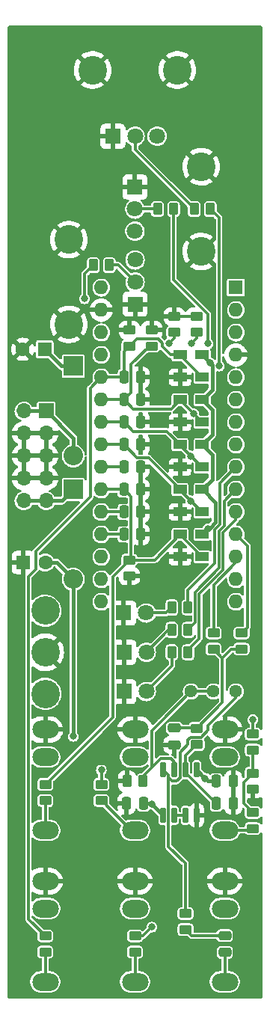
<source format=gbr>
%TF.GenerationSoftware,KiCad,Pcbnew,(5.99.0-10138-g1fe0c6d870)*%
%TF.CreationDate,2021-07-23T13:07:48+01:00*%
%TF.ProjectId,Hagiwo DCO,48616769-776f-4204-9443-4f2e6b696361,rev?*%
%TF.SameCoordinates,Original*%
%TF.FileFunction,Copper,L2,Bot*%
%TF.FilePolarity,Positive*%
%FSLAX46Y46*%
G04 Gerber Fmt 4.6, Leading zero omitted, Abs format (unit mm)*
G04 Created by KiCad (PCBNEW (5.99.0-10138-g1fe0c6d870)) date 2021-07-23 13:07:48*
%MOMM*%
%LPD*%
G01*
G04 APERTURE LIST*
G04 Aperture macros list*
%AMRoundRect*
0 Rectangle with rounded corners*
0 $1 Rounding radius*
0 $2 $3 $4 $5 $6 $7 $8 $9 X,Y pos of 4 corners*
0 Add a 4 corners polygon primitive as box body*
4,1,4,$2,$3,$4,$5,$6,$7,$8,$9,$2,$3,0*
0 Add four circle primitives for the rounded corners*
1,1,$1+$1,$2,$3*
1,1,$1+$1,$4,$5*
1,1,$1+$1,$6,$7*
1,1,$1+$1,$8,$9*
0 Add four rect primitives between the rounded corners*
20,1,$1+$1,$2,$3,$4,$5,0*
20,1,$1+$1,$4,$5,$6,$7,0*
20,1,$1+$1,$6,$7,$8,$9,0*
20,1,$1+$1,$8,$9,$2,$3,0*%
G04 Aperture macros list end*
%TA.AperFunction,SMDPad,CuDef*%
%ADD10RoundRect,0.250000X-0.475000X0.250000X-0.475000X-0.250000X0.475000X-0.250000X0.475000X0.250000X0*%
%TD*%
%TA.AperFunction,SMDPad,CuDef*%
%ADD11R,1.500000X1.000000*%
%TD*%
%TA.AperFunction,ComponentPad*%
%ADD12R,1.800000X1.800000*%
%TD*%
%TA.AperFunction,ComponentPad*%
%ADD13C,1.800000*%
%TD*%
%TA.AperFunction,ComponentPad*%
%ADD14C,3.240000*%
%TD*%
%TA.AperFunction,ComponentPad*%
%ADD15C,3.230000*%
%TD*%
%TA.AperFunction,ComponentPad*%
%ADD16R,2.200000X2.200000*%
%TD*%
%TA.AperFunction,ComponentPad*%
%ADD17O,2.200000X2.200000*%
%TD*%
%TA.AperFunction,ComponentPad*%
%ADD18O,3.000000X2.000000*%
%TD*%
%TA.AperFunction,SMDPad,CuDef*%
%ADD19RoundRect,0.250000X0.262500X0.450000X-0.262500X0.450000X-0.262500X-0.450000X0.262500X-0.450000X0*%
%TD*%
%TA.AperFunction,SMDPad,CuDef*%
%ADD20RoundRect,0.250000X0.450000X-0.262500X0.450000X0.262500X-0.450000X0.262500X-0.450000X-0.262500X0*%
%TD*%
%TA.AperFunction,SMDPad,CuDef*%
%ADD21RoundRect,0.250000X-0.250000X-0.475000X0.250000X-0.475000X0.250000X0.475000X-0.250000X0.475000X0*%
%TD*%
%TA.AperFunction,ComponentPad*%
%ADD22R,1.600000X1.600000*%
%TD*%
%TA.AperFunction,ComponentPad*%
%ADD23C,1.600000*%
%TD*%
%TA.AperFunction,SMDPad,CuDef*%
%ADD24RoundRect,0.250000X-0.450000X0.262500X-0.450000X-0.262500X0.450000X-0.262500X0.450000X0.262500X0*%
%TD*%
%TA.AperFunction,ComponentPad*%
%ADD25C,1.440000*%
%TD*%
%TA.AperFunction,SMDPad,CuDef*%
%ADD26RoundRect,0.250000X-0.262500X-0.450000X0.262500X-0.450000X0.262500X0.450000X-0.262500X0.450000X0*%
%TD*%
%TA.AperFunction,ComponentPad*%
%ADD27O,1.600000X1.600000*%
%TD*%
%TA.AperFunction,ComponentPad*%
%ADD28R,1.700000X1.700000*%
%TD*%
%TA.AperFunction,ComponentPad*%
%ADD29O,1.700000X1.700000*%
%TD*%
%TA.AperFunction,SMDPad,CuDef*%
%ADD30RoundRect,0.150000X-0.150000X0.725000X-0.150000X-0.725000X0.150000X-0.725000X0.150000X0.725000X0*%
%TD*%
%TA.AperFunction,SMDPad,CuDef*%
%ADD31RoundRect,0.250000X0.250000X0.475000X-0.250000X0.475000X-0.250000X-0.475000X0.250000X-0.475000X0*%
%TD*%
%TA.AperFunction,ViaPad*%
%ADD32C,0.800000*%
%TD*%
%TA.AperFunction,Conductor*%
%ADD33C,0.304800*%
%TD*%
%TA.AperFunction,Conductor*%
%ADD34C,0.457200*%
%TD*%
G04 APERTURE END LIST*
D10*
%TO.P,C7,2*%
%TO.N,Net-(C7-Pad2)*%
X121285000Y-150175000D03*
%TO.P,C7,1*%
%TO.N,Net-(C7-Pad1)*%
X121285000Y-148275000D03*
%TD*%
D11*
%TO.P,D15,2,A*%
%TO.N,GND*%
X116225000Y-85090000D03*
%TO.P,D15,1,K*%
%TO.N,A7*%
X118725000Y-85090000D03*
%TD*%
%TO.P,D14,2,A*%
%TO.N,A7*%
X116225000Y-82550000D03*
%TO.P,D14,1,K*%
%TO.N,+5V*%
X118725000Y-82550000D03*
%TD*%
%TO.P,D13,2,A*%
%TO.N,GND*%
X116225000Y-95250000D03*
%TO.P,D13,1,K*%
%TO.N,A5*%
X118725000Y-95250000D03*
%TD*%
%TO.P,D12,2,A*%
%TO.N,A5*%
X116225000Y-92710000D03*
%TO.P,D12,1,K*%
%TO.N,+5V*%
X118725000Y-92710000D03*
%TD*%
%TO.P,D10,2,A*%
%TO.N,A4*%
X116225000Y-97790000D03*
%TO.P,D10,1,K*%
%TO.N,+5V*%
X118725000Y-97790000D03*
%TD*%
%TO.P,D9,2,A*%
%TO.N,GND*%
X116225000Y-105410000D03*
%TO.P,D9,1,K*%
%TO.N,A2*%
X118725000Y-105410000D03*
%TD*%
%TO.P,D8,2,A*%
%TO.N,A2*%
X116225000Y-102870000D03*
%TO.P,D8,1,K*%
%TO.N,+5V*%
X118725000Y-102870000D03*
%TD*%
%TO.P,D7,2,A*%
%TO.N,GND*%
X116225000Y-90170000D03*
%TO.P,D7,1,K*%
%TO.N,A6*%
X118725000Y-90170000D03*
%TD*%
%TO.P,D6,2,A*%
%TO.N,A6*%
X116225000Y-87630000D03*
%TO.P,D6,1,K*%
%TO.N,+5V*%
X118725000Y-87630000D03*
%TD*%
%TO.P,D11,2,A*%
%TO.N,GND*%
X116225000Y-100330000D03*
%TO.P,D11,1,K*%
%TO.N,A4*%
X118725000Y-100330000D03*
%TD*%
D12*
%TO.P,Parameter1,1,1*%
%TO.N,GND*%
X111135000Y-76795000D03*
D13*
%TO.P,Parameter1,2,2*%
%TO.N,Net-(Parameter1-Pad2)*%
X111135000Y-74295000D03*
%TO.P,Parameter1,3,3*%
%TO.N,+5V*%
X111135000Y-71795000D03*
D14*
%TO.P,Parameter1,4,GND*%
%TO.N,GND*%
X103635000Y-69495000D03*
X103635000Y-79095000D03*
%TD*%
D15*
%TO.P,SW1,1,A*%
%TO.N,Net-(A1-Pad7)*%
X100965000Y-111505000D03*
%TO.P,SW1,2,B*%
%TO.N,GND*%
X100965000Y-116205000D03*
%TO.P,SW1,3,C*%
%TO.N,Net-(A1-Pad8)*%
X100965000Y-120905000D03*
%TD*%
D16*
%TO.P,D5,1,K*%
%TO.N,Net-(D5-Pad1)*%
X104140000Y-97790000D03*
D17*
%TO.P,D5,2,A*%
%TO.N,-12V*%
X104140000Y-107950000D03*
%TD*%
D18*
%TO.P,J3,1*%
%TO.N,GND*%
X100965000Y-124965000D03*
%TO.P,J3,2*%
%TO.N,unconnected-(J3-Pad2)*%
X100965000Y-128065000D03*
%TO.P,J3,3*%
%TO.N,Net-(J3-Pad3)*%
X100965000Y-136365000D03*
%TD*%
D16*
%TO.P,D4,1,K*%
%TO.N,+12V*%
X104140000Y-83820000D03*
D17*
%TO.P,D4,2,A*%
%TO.N,Net-(D4-Pad2)*%
X104140000Y-93980000D03*
%TD*%
D12*
%TO.P,D3,1,K*%
%TO.N,GND*%
X109855000Y-120650000D03*
D13*
%TO.P,D3,2,A*%
%TO.N,Net-(D3-Pad2)*%
X112395000Y-120650000D03*
%TD*%
D12*
%TO.P,Frequency1,1,1*%
%TO.N,GND*%
X108625000Y-57795000D03*
D13*
%TO.P,Frequency1,2,2*%
%TO.N,Net-(Frequency1-Pad2)*%
X111125000Y-57795000D03*
%TO.P,Frequency1,3,3*%
%TO.N,+5V*%
X113625000Y-57795000D03*
D14*
%TO.P,Frequency1,4,GND*%
%TO.N,GND*%
X106325000Y-50295000D03*
X115925000Y-50295000D03*
%TD*%
D18*
%TO.P,J4,1*%
%TO.N,GND*%
X111125000Y-124965000D03*
%TO.P,J4,2*%
%TO.N,unconnected-(J4-Pad2)*%
X111125000Y-128065000D03*
%TO.P,J4,3*%
%TO.N,Net-(J4-Pad3)*%
X111125000Y-136365000D03*
%TD*%
D12*
%TO.P,D2,1,K*%
%TO.N,GND*%
X109855000Y-116205000D03*
D13*
%TO.P,D2,2,A*%
%TO.N,Net-(D2-Pad2)*%
X112395000Y-116205000D03*
%TD*%
D12*
%TO.P,Parameter2,1,1*%
%TO.N,GND*%
X111115000Y-63540000D03*
D13*
%TO.P,Parameter2,2,2*%
%TO.N,Net-(Parameter2-Pad2)*%
X111115000Y-66040000D03*
%TO.P,Parameter2,3,3*%
%TO.N,+5V*%
X111115000Y-68540000D03*
D14*
%TO.P,Parameter2,4,GND*%
%TO.N,GND*%
X118615000Y-70840000D03*
X118615000Y-61240000D03*
%TD*%
D12*
%TO.P,D1,1,K*%
%TO.N,GND*%
X109850000Y-111760000D03*
D13*
%TO.P,D1,2,A*%
%TO.N,Net-(D1-Pad2)*%
X112390000Y-111760000D03*
%TD*%
D18*
%TO.P,J5,1*%
%TO.N,GND*%
X111125000Y-142110000D03*
%TO.P,J5,2*%
%TO.N,unconnected-(J5-Pad2)*%
X111125000Y-145210000D03*
%TO.P,J5,3*%
%TO.N,Net-(J5-Pad3)*%
X111125000Y-153510000D03*
%TD*%
%TO.P,J7,1*%
%TO.N,GND*%
X100965000Y-142110000D03*
%TO.P,J7,2*%
%TO.N,unconnected-(J7-Pad2)*%
X100965000Y-145210000D03*
%TO.P,J7,3*%
%TO.N,Net-(J7-Pad3)*%
X100965000Y-153510000D03*
%TD*%
%TO.P,J2,1*%
%TO.N,GND*%
X121285000Y-142110000D03*
%TO.P,J2,2*%
%TO.N,unconnected-(J2-Pad2)*%
X121285000Y-145210000D03*
%TO.P,J2,3*%
%TO.N,Net-(C7-Pad2)*%
X121285000Y-153510000D03*
%TD*%
%TO.P,J6,1*%
%TO.N,GND*%
X121285000Y-124965000D03*
%TO.P,J6,2*%
%TO.N,+5V*%
X121285000Y-128065000D03*
%TO.P,J6,3*%
%TO.N,Net-(J6-Pad3)*%
X121285000Y-136365000D03*
%TD*%
D19*
%TO.P,R11,1*%
%TO.N,A3*%
X115490000Y-66040000D03*
%TO.P,R11,2*%
%TO.N,Net-(Parameter2-Pad2)*%
X113665000Y-66040000D03*
%TD*%
D20*
%TO.P,R13,1*%
%TO.N,GND*%
X110490000Y-107592500D03*
%TO.P,R13,2*%
%TO.N,A2*%
X110490000Y-105767500D03*
%TD*%
D21*
%TO.P,C10,1*%
%TO.N,A3*%
X109855000Y-95250000D03*
%TO.P,C10,2*%
%TO.N,GND*%
X111755000Y-95250000D03*
%TD*%
%TO.P,C8,1*%
%TO.N,A0*%
X109855000Y-102870000D03*
%TO.P,C8,2*%
%TO.N,GND*%
X111755000Y-102870000D03*
%TD*%
D22*
%TO.P,C1,1*%
%TO.N,+12V*%
X100900113Y-81915000D03*
D23*
%TO.P,C1,2*%
%TO.N,GND*%
X98400113Y-81915000D03*
%TD*%
D24*
%TO.P,R1,1*%
%TO.N,HIFI*%
X120015000Y-114022500D03*
%TO.P,R1,2*%
%TO.N,Net-(C3-Pad1)*%
X120015000Y-115847500D03*
%TD*%
%TO.P,R21,1*%
%TO.N,A4*%
X107315000Y-131167500D03*
%TO.P,R21,2*%
%TO.N,Net-(J4-Pad3)*%
X107315000Y-132992500D03*
%TD*%
D21*
%TO.P,C14,1*%
%TO.N,A5*%
X109855000Y-90170000D03*
%TO.P,C14,2*%
%TO.N,GND*%
X111755000Y-90170000D03*
%TD*%
D25*
%TO.P,RV1,1,1*%
%TO.N,Net-(R4-Pad2)*%
X117465000Y-120650000D03*
%TO.P,RV1,2,2*%
X120005000Y-120650000D03*
%TO.P,RV1,3,3*%
%TO.N,Net-(R8-Pad1)*%
X122545000Y-120650000D03*
%TD*%
D21*
%TO.P,C9,1*%
%TO.N,A1*%
X109855000Y-100330000D03*
%TO.P,C9,2*%
%TO.N,GND*%
X111755000Y-100330000D03*
%TD*%
D19*
%TO.P,R9,1*%
%TO.N,A0*%
X119657500Y-66040000D03*
%TO.P,R9,2*%
%TO.N,Net-(Frequency1-Pad2)*%
X117832500Y-66040000D03*
%TD*%
D21*
%TO.P,C12,1*%
%TO.N,A2*%
X109855000Y-97790000D03*
%TO.P,C12,2*%
%TO.N,GND*%
X111755000Y-97790000D03*
%TD*%
D26*
%TO.P,R4,1*%
%TO.N,GND*%
X110212500Y-130810000D03*
%TO.P,R4,2*%
%TO.N,Net-(R4-Pad2)*%
X112037500Y-130810000D03*
%TD*%
D24*
%TO.P,R14,1*%
%TO.N,GND*%
X118110000Y-78185000D03*
%TO.P,R14,2*%
%TO.N,A4*%
X118110000Y-80010000D03*
%TD*%
D22*
%TO.P,A1,1,D1/TX*%
%TO.N,unconnected-(A1-Pad1)*%
X122545000Y-74930000D03*
D27*
%TO.P,A1,2,D0/RX*%
%TO.N,unconnected-(A1-Pad2)*%
X122545000Y-77470000D03*
%TO.P,A1,3,~RESET*%
%TO.N,unconnected-(A1-Pad3)*%
X122545000Y-80010000D03*
%TO.P,A1,4,GND*%
%TO.N,GND*%
X122545000Y-82550000D03*
%TO.P,A1,5,D2*%
%TO.N,unconnected-(A1-Pad5)*%
X122545000Y-85090000D03*
%TO.P,A1,6,D3*%
%TO.N,unconnected-(A1-Pad6)*%
X122545000Y-87630000D03*
%TO.P,A1,7,D4*%
%TO.N,Net-(A1-Pad7)*%
X122545000Y-90170000D03*
%TO.P,A1,8,D5*%
%TO.N,Net-(A1-Pad8)*%
X122545000Y-92710000D03*
%TO.P,A1,9,D6*%
%TO.N,Net-(A1-Pad9)*%
X122545000Y-95250000D03*
%TO.P,A1,10,D7*%
%TO.N,Net-(A1-Pad10)*%
X122545000Y-97790000D03*
%TO.P,A1,11,D8*%
%TO.N,Net-(A1-Pad11)*%
X122545000Y-100330000D03*
%TO.P,A1,12,D9*%
%TO.N,PWM*%
X122545000Y-102870000D03*
%TO.P,A1,13,D10*%
%TO.N,HIFI*%
X122545000Y-105410000D03*
%TO.P,A1,14,D11*%
%TO.N,unconnected-(A1-Pad14)*%
X122545000Y-107950000D03*
%TO.P,A1,15,D12*%
%TO.N,unconnected-(A1-Pad15)*%
X122545000Y-110490000D03*
%TO.P,A1,16,D13*%
%TO.N,unconnected-(A1-Pad16)*%
X107305000Y-110490000D03*
%TO.P,A1,17,3V3*%
%TO.N,unconnected-(A1-Pad17)*%
X107305000Y-107950000D03*
%TO.P,A1,18,AREF*%
%TO.N,unconnected-(A1-Pad18)*%
X107305000Y-105410000D03*
%TO.P,A1,19,A0*%
%TO.N,A0*%
X107305000Y-102870000D03*
%TO.P,A1,20,A1*%
%TO.N,A1*%
X107305000Y-100330000D03*
%TO.P,A1,21,A2*%
%TO.N,A2*%
X107305000Y-97790000D03*
%TO.P,A1,22,A3*%
%TO.N,A3*%
X107305000Y-95250000D03*
%TO.P,A1,23,A4*%
%TO.N,A4*%
X107305000Y-92710000D03*
%TO.P,A1,24,A5*%
%TO.N,A5*%
X107305000Y-90170000D03*
%TO.P,A1,25,A6*%
%TO.N,A6*%
X107305000Y-87630000D03*
%TO.P,A1,26,A7*%
%TO.N,A7*%
X107305000Y-85090000D03*
%TO.P,A1,27,+5V*%
%TO.N,+5V*%
X107305000Y-82550000D03*
%TO.P,A1,28,~RESET*%
%TO.N,unconnected-(A1-Pad28)*%
X107305000Y-80010000D03*
%TO.P,A1,29,GND*%
%TO.N,GND*%
X107305000Y-77470000D03*
%TO.P,A1,30,VIN*%
%TO.N,+12V*%
X107305000Y-74930000D03*
%TD*%
D24*
%TO.P,R12,1*%
%TO.N,GND*%
X113030000Y-79732500D03*
%TO.P,R12,2*%
%TO.N,A6*%
X113030000Y-81557500D03*
%TD*%
%TO.P,R17,1*%
%TO.N,A6*%
X124460000Y-125452500D03*
%TO.P,R17,2*%
%TO.N,Net-(R17-Pad2)*%
X124460000Y-127277500D03*
%TD*%
%TO.P,R2,1*%
%TO.N,PWM*%
X123190000Y-114022500D03*
%TO.P,R2,2*%
%TO.N,Net-(C3-Pad1)*%
X123190000Y-115847500D03*
%TD*%
D20*
%TO.P,R19,1*%
%TO.N,Net-(J6-Pad3)*%
X124460000Y-136167500D03*
%TO.P,R19,2*%
%TO.N,Net-(R17-Pad2)*%
X124460000Y-134342500D03*
%TD*%
D24*
%TO.P,R16,1*%
%TO.N,GND*%
X110490000Y-79732500D03*
%TO.P,R16,2*%
%TO.N,A7*%
X110490000Y-81557500D03*
%TD*%
D21*
%TO.P,C13,1*%
%TO.N,A4*%
X109855000Y-92710000D03*
%TO.P,C13,2*%
%TO.N,GND*%
X111755000Y-92710000D03*
%TD*%
D28*
%TO.P,J1,1,Pin_1*%
%TO.N,Net-(D4-Pad2)*%
X101082500Y-88900000D03*
D29*
%TO.P,J1,2,Pin_2*%
X98542500Y-88900000D03*
%TO.P,J1,3,Pin_3*%
%TO.N,GND*%
X101082500Y-91440000D03*
%TO.P,J1,4,Pin_4*%
X98542500Y-91440000D03*
%TO.P,J1,5,Pin_5*%
X101082500Y-93980000D03*
%TO.P,J1,6,Pin_6*%
X98542500Y-93980000D03*
%TO.P,J1,7,Pin_7*%
X101082500Y-96520000D03*
%TO.P,J1,8,Pin_8*%
X98542500Y-96520000D03*
%TO.P,J1,9,Pin_9*%
%TO.N,Net-(D5-Pad1)*%
X101082500Y-99060000D03*
%TO.P,J1,10,Pin_10*%
X98542500Y-99060000D03*
%TD*%
D10*
%TO.P,C3,1*%
%TO.N,Net-(C3-Pad1)*%
X115570000Y-124780000D03*
%TO.P,C3,2*%
%TO.N,GND*%
X115570000Y-126680000D03*
%TD*%
D24*
%TO.P,R22,1*%
%TO.N,A5*%
X111125000Y-148312500D03*
%TO.P,R22,2*%
%TO.N,Net-(J5-Pad3)*%
X111125000Y-150137500D03*
%TD*%
D21*
%TO.P,C15,1*%
%TO.N,A7*%
X109855000Y-85090000D03*
%TO.P,C15,2*%
%TO.N,GND*%
X111755000Y-85090000D03*
%TD*%
D24*
%TO.P,R20,1*%
%TO.N,A2*%
X100965000Y-131167500D03*
%TO.P,R20,2*%
%TO.N,Net-(J3-Pad3)*%
X100965000Y-132992500D03*
%TD*%
D30*
%TO.P,U1,1*%
%TO.N,Net-(R8-Pad1)*%
X114300000Y-129505000D03*
%TO.P,U1,2,-*%
%TO.N,Net-(R4-Pad2)*%
X115570000Y-129505000D03*
%TO.P,U1,3,+*%
%TO.N,Net-(C5-Pad1)*%
X116840000Y-129505000D03*
%TO.P,U1,4,V-*%
%TO.N,-12V*%
X118110000Y-129505000D03*
%TO.P,U1,5,+*%
%TO.N,GND*%
X118110000Y-134655000D03*
%TO.P,U1,6,-*%
%TO.N,Net-(U1-Pad6)*%
X116840000Y-134655000D03*
%TO.P,U1,7*%
X115570000Y-134655000D03*
%TO.P,U1,8,V+*%
%TO.N,+12V*%
X114300000Y-134655000D03*
%TD*%
D26*
%TO.P,R6,1*%
%TO.N,Net-(D2-Pad2)*%
X115292500Y-113675000D03*
%TO.P,R6,2*%
%TO.N,Net-(A1-Pad10)*%
X117117500Y-113675000D03*
%TD*%
%TO.P,R7,1*%
%TO.N,Net-(D3-Pad2)*%
X115292500Y-116215000D03*
%TO.P,R7,2*%
%TO.N,Net-(A1-Pad11)*%
X117117500Y-116215000D03*
%TD*%
D31*
%TO.P,C6,1*%
%TO.N,+12V*%
X112075000Y-133350000D03*
%TO.P,C6,2*%
%TO.N,GND*%
X110175000Y-133350000D03*
%TD*%
D24*
%TO.P,R8,1*%
%TO.N,Net-(R8-Pad1)*%
X116840000Y-145772500D03*
%TO.P,R8,2*%
%TO.N,Net-(C7-Pad1)*%
X116840000Y-147597500D03*
%TD*%
D26*
%TO.P,R5,1*%
%TO.N,Net-(D1-Pad2)*%
X115292500Y-111135000D03*
%TO.P,R5,2*%
%TO.N,Net-(A1-Pad9)*%
X117117500Y-111135000D03*
%TD*%
D21*
%TO.P,C5,1*%
%TO.N,Net-(C5-Pad1)*%
X120335000Y-133350000D03*
%TO.P,C5,2*%
%TO.N,GND*%
X122235000Y-133350000D03*
%TD*%
D31*
%TO.P,C4,1*%
%TO.N,GND*%
X122235000Y-130810000D03*
%TO.P,C4,2*%
%TO.N,-12V*%
X120335000Y-130810000D03*
%TD*%
D22*
%TO.P,C2,1*%
%TO.N,GND*%
X98489888Y-106045000D03*
D23*
%TO.P,C2,2*%
%TO.N,-12V*%
X100989888Y-106045000D03*
%TD*%
D21*
%TO.P,C11,1*%
%TO.N,A6*%
X109855000Y-87630000D03*
%TO.P,C11,2*%
%TO.N,GND*%
X111755000Y-87630000D03*
%TD*%
D24*
%TO.P,R15,1*%
%TO.N,GND*%
X115570000Y-78185000D03*
%TO.P,R15,2*%
%TO.N,A5*%
X115570000Y-80010000D03*
%TD*%
D20*
%TO.P,R18,1*%
%TO.N,GND*%
X124460000Y-131722500D03*
%TO.P,R18,2*%
%TO.N,Net-(R17-Pad2)*%
X124460000Y-129897500D03*
%TD*%
D24*
%TO.P,R3,1*%
%TO.N,Net-(C3-Pad1)*%
X118110000Y-124817500D03*
%TO.P,R3,2*%
%TO.N,Net-(C5-Pad1)*%
X118110000Y-126642500D03*
%TD*%
%TO.P,R23,1*%
%TO.N,A7*%
X100965000Y-148312500D03*
%TO.P,R23,2*%
%TO.N,Net-(J7-Pad3)*%
X100965000Y-150137500D03*
%TD*%
D26*
%TO.P,R10,1*%
%TO.N,A1*%
X106402500Y-72390000D03*
%TO.P,R10,2*%
%TO.N,Net-(Parameter1-Pad2)*%
X108227500Y-72390000D03*
%TD*%
D32*
%TO.N,A0*%
X120650000Y-83820000D03*
%TO.N,+12V*%
X113012500Y-133367500D03*
%TO.N,GND*%
X113919000Y-126619000D03*
X113030000Y-83185000D03*
X113284000Y-93091000D03*
X124460000Y-133096000D03*
X108585000Y-83820000D03*
X116205000Y-91567000D03*
X113157000Y-95885000D03*
%TO.N,+5V*%
X119370000Y-102225000D03*
X119605511Y-83430511D03*
%TO.N,A6*%
X124460000Y-123825000D03*
X117782500Y-89227500D03*
%TO.N,A5*%
X113030000Y-147320000D03*
X117465000Y-93990000D03*
X114935000Y-81280000D03*
%TO.N,A4*%
X117465000Y-99070000D03*
X117475000Y-81280000D03*
X107315000Y-129540000D03*
%TO.N,A3*%
X119380000Y-81280000D03*
%TO.N,A1*%
X105410000Y-76200000D03*
%TO.N,-12V*%
X104140000Y-125730000D03*
X119080000Y-130475000D03*
%TD*%
D33*
%TO.N,Net-(R8-Pad1)*%
X116840000Y-145772500D02*
X116840000Y-140118860D01*
X116840000Y-140118860D02*
X114904320Y-138183180D01*
%TO.N,Net-(C7-Pad1)*%
X121285000Y-148275000D02*
X117517500Y-148275000D01*
X117517500Y-148275000D02*
X116840000Y-147597500D01*
%TO.N,Net-(C7-Pad2)*%
X121285000Y-153510000D02*
X121285000Y-150175000D01*
D34*
%TO.N,+12V*%
X104140000Y-83820000D02*
X102805113Y-83820000D01*
X102805113Y-83820000D02*
X100900113Y-81915000D01*
%TO.N,+5V*%
X119855511Y-86519489D02*
X119605511Y-86769489D01*
X119605511Y-83430511D02*
X119855511Y-83680511D01*
X119855511Y-83680511D02*
X119855511Y-86519489D01*
X119855511Y-86519489D02*
X118745000Y-87630000D01*
X118745000Y-87630000D02*
X118725000Y-87630000D01*
X119855511Y-88760511D02*
X119605511Y-88510511D01*
X119855511Y-91579489D02*
X119855511Y-88760511D01*
X118725000Y-92710000D02*
X119855511Y-91579489D01*
X119855511Y-88760511D02*
X118725000Y-87630000D01*
X119855511Y-93840511D02*
X119605511Y-93590511D01*
X119855511Y-93840511D02*
X118725000Y-92710000D01*
X118725000Y-97790000D02*
X119855511Y-96659489D01*
X119855511Y-96659489D02*
X119855511Y-93840511D01*
X118725000Y-97790000D02*
X118745000Y-97790000D01*
X118745000Y-97790000D02*
X120226860Y-99271860D01*
X120226860Y-99271860D02*
X120226860Y-101501678D01*
X119370000Y-102225000D02*
X119517000Y-102225000D01*
X119517000Y-102225000D02*
X119605511Y-102136489D01*
X119605511Y-102123027D02*
X120226860Y-101501678D01*
X119605511Y-102136489D02*
X119605511Y-102123027D01*
D33*
%TO.N,Net-(A1-Pad9)*%
X122545000Y-95250000D02*
X120759780Y-97035220D01*
X120759780Y-97035220D02*
X120759780Y-101722420D01*
X120759780Y-101722420D02*
X120138431Y-102343770D01*
X120138431Y-106168431D02*
X117117500Y-109189362D01*
X120138431Y-102343770D02*
X120138431Y-106168431D01*
X117117500Y-109189362D02*
X117117500Y-111135000D01*
%TO.N,Net-(A1-Pad10)*%
X120650000Y-102478100D02*
X120650000Y-102489000D01*
X117936250Y-112856250D02*
X117117500Y-113675000D01*
X122545000Y-97790000D02*
X121216500Y-99118500D01*
X121216500Y-99118500D02*
X121216500Y-101911600D01*
X121216500Y-101911600D02*
X120650000Y-102478100D01*
X120650000Y-102478100D02*
X120650000Y-106680000D01*
X120650000Y-106680000D02*
X117936250Y-109393750D01*
X117936250Y-109393750D02*
X117936250Y-112856250D01*
%TO.N,Net-(A1-Pad11)*%
X121106720Y-102667280D02*
X122545000Y-101229000D01*
X118392970Y-109582930D02*
X121106720Y-106869180D01*
X122545000Y-101229000D02*
X122545000Y-100330000D01*
X118392970Y-114652030D02*
X118392970Y-109582930D01*
X121106720Y-106869180D02*
X121106720Y-102667280D01*
D34*
%TO.N,+12V*%
X112995000Y-133350000D02*
X113012500Y-133367500D01*
X113012500Y-133367500D02*
X114300000Y-134655000D01*
X112075000Y-133350000D02*
X112995000Y-133350000D01*
D33*
%TO.N,GND*%
X115570000Y-78185000D02*
X118110000Y-78185000D01*
%TO.N,HIFI*%
X120015000Y-114022500D02*
X120015000Y-108606800D01*
X122545000Y-106076800D02*
X122545000Y-105410000D01*
X120015000Y-108606800D02*
X122545000Y-106076800D01*
%TO.N,PWM*%
X123825000Y-113387500D02*
X123190000Y-114022500D01*
X122545000Y-102870000D02*
X123825000Y-104150000D01*
X123825000Y-104150000D02*
X123825000Y-113387500D01*
D34*
%TO.N,+5V*%
X119370000Y-102225000D02*
X118725000Y-102870000D01*
X118725000Y-82550000D02*
X119605511Y-83430511D01*
D33*
%TO.N,Net-(A1-Pad11)*%
X117117500Y-115927500D02*
X117117500Y-116215000D01*
X118392970Y-114652030D02*
X117117500Y-115927500D01*
X118392970Y-114652030D02*
X118110000Y-114935000D01*
%TO.N,A7*%
X106045000Y-86350000D02*
X106045000Y-98632760D01*
X115162619Y-82550000D02*
X116225000Y-82550000D01*
X109855000Y-85090000D02*
X109855000Y-82192500D01*
X116225000Y-82550000D02*
X116225000Y-82590000D01*
X107305000Y-85090000D02*
X109855000Y-85090000D01*
X106045000Y-98632760D02*
X99885577Y-104792183D01*
X113760680Y-80740680D02*
X114230689Y-81210689D01*
X107305000Y-85090000D02*
X106045000Y-86350000D01*
X116225000Y-82590000D02*
X118725000Y-85090000D01*
X99885577Y-104792183D02*
X99885577Y-106797071D01*
X99045689Y-146393189D02*
X100965000Y-148312500D01*
X109855000Y-82192500D02*
X110490000Y-81557500D01*
X110490000Y-81557500D02*
X111306820Y-80740680D01*
X114230689Y-81210689D02*
X114230689Y-81618070D01*
X114230689Y-81618070D02*
X115162619Y-82550000D01*
X111306820Y-80740680D02*
X113760680Y-80740680D01*
X99885577Y-106797071D02*
X99045689Y-107636959D01*
X99045689Y-107636959D02*
X99045689Y-146393189D01*
%TO.N,A6*%
X110884320Y-88659320D02*
X115195680Y-88659320D01*
X110659320Y-83650680D02*
X112752500Y-81557500D01*
X112752500Y-81557500D02*
X113030000Y-81557500D01*
X115195680Y-88659320D02*
X116225000Y-87630000D01*
X109855000Y-87630000D02*
X110884320Y-88659320D01*
X116225000Y-87630000D02*
X116225000Y-87670000D01*
X116225000Y-87670000D02*
X117782500Y-89227500D01*
X110659320Y-86825680D02*
X110659320Y-83650680D01*
X124460000Y-125452500D02*
X124460000Y-123825000D01*
X107305000Y-87630000D02*
X109855000Y-87630000D01*
X117782500Y-89227500D02*
X118725000Y-90170000D01*
X109855000Y-87630000D02*
X110659320Y-86825680D01*
%TO.N,A5*%
X109855000Y-90170000D02*
X110884320Y-91199320D01*
X107305000Y-90170000D02*
X109855000Y-90170000D01*
X110884320Y-91199320D02*
X114714320Y-91199320D01*
X111125000Y-148312500D02*
X112037500Y-148312500D01*
X112037500Y-148312500D02*
X113030000Y-147320000D01*
X116225000Y-92750000D02*
X117465000Y-93990000D01*
X115570000Y-80010000D02*
X115570000Y-80645000D01*
X117465000Y-93990000D02*
X118725000Y-95250000D01*
X114714320Y-91199320D02*
X116225000Y-92710000D01*
X116225000Y-92710000D02*
X116225000Y-92750000D01*
X115570000Y-80645000D02*
X114935000Y-81280000D01*
%TO.N,A4*%
X107305000Y-92710000D02*
X109855000Y-92710000D01*
X112655680Y-94220680D02*
X116225000Y-97790000D01*
X118110000Y-80010000D02*
X118110000Y-80645000D01*
X116225000Y-97790000D02*
X116225000Y-97830000D01*
X117465000Y-99070000D02*
X118725000Y-100330000D01*
X116225000Y-97830000D02*
X117465000Y-99070000D01*
X111365680Y-94220680D02*
X112655680Y-94220680D01*
X109855000Y-92710000D02*
X111365680Y-94220680D01*
X118110000Y-80645000D02*
X117475000Y-81280000D01*
X107315000Y-131167500D02*
X107315000Y-129540000D01*
%TO.N,A3*%
X107305000Y-95250000D02*
X109855000Y-95250000D01*
X119380000Y-77951502D02*
X119380000Y-81280000D01*
X115490000Y-66040000D02*
X115490000Y-74061502D01*
X115490000Y-74061502D02*
X119380000Y-77951502D01*
%TO.N,A2*%
X108585000Y-123547500D02*
X108585000Y-107672500D01*
X109855000Y-97790000D02*
X110659320Y-98594320D01*
X110659320Y-105598180D02*
X110490000Y-105767500D01*
X100965000Y-131167500D02*
X108585000Y-123547500D01*
X113327500Y-105767500D02*
X116225000Y-102870000D01*
X108585000Y-107672500D02*
X110490000Y-105767500D01*
X116225000Y-102870000D02*
X116225000Y-102910000D01*
X107305000Y-97790000D02*
X109855000Y-97790000D01*
X110490000Y-105767500D02*
X113327500Y-105767500D01*
X116225000Y-102910000D02*
X118725000Y-105410000D01*
X110659320Y-98594320D02*
X110659320Y-105598180D01*
%TO.N,A1*%
X105410000Y-73382500D02*
X105410000Y-76200000D01*
X106402500Y-72390000D02*
X105410000Y-73382500D01*
X107305000Y-100330000D02*
X109855000Y-100330000D01*
%TO.N,A0*%
X119657500Y-66040000D02*
X120650000Y-67032500D01*
X120650000Y-67032500D02*
X120650000Y-79221502D01*
X107305000Y-102870000D02*
X109855000Y-102870000D01*
X120650000Y-67032500D02*
X120650000Y-83820000D01*
D34*
%TO.N,-12V*%
X102235000Y-106045000D02*
X104140000Y-107950000D01*
X104140000Y-107950000D02*
X104140000Y-125730000D01*
X120335000Y-130810000D02*
X119415000Y-130810000D01*
X119080000Y-130475000D02*
X118110000Y-129505000D01*
X100989888Y-106045000D02*
X102235000Y-106045000D01*
X119415000Y-130810000D02*
X119080000Y-130475000D01*
D33*
%TO.N,Net-(C3-Pad1)*%
X123190000Y-115847500D02*
X122043622Y-115847500D01*
X118110000Y-124817500D02*
X121029311Y-121898189D01*
X121029311Y-121898189D02*
X121029311Y-116861811D01*
X122043622Y-115847500D02*
X121029311Y-116861811D01*
X115570000Y-124780000D02*
X118072500Y-124780000D01*
X118072500Y-124780000D02*
X118110000Y-124817500D01*
X121029311Y-116861811D02*
X120015000Y-115847500D01*
%TO.N,Net-(C5-Pad1)*%
X116840000Y-129855000D02*
X120335000Y-133350000D01*
X116840000Y-127912500D02*
X118110000Y-126642500D01*
X116840000Y-129505000D02*
X116840000Y-127912500D01*
X116840000Y-129505000D02*
X116840000Y-129855000D01*
%TO.N,Net-(D1-Pad2)*%
X114667500Y-111760000D02*
X115292500Y-111135000D01*
X112390000Y-111760000D02*
X114667500Y-111760000D01*
%TO.N,Net-(D2-Pad2)*%
X114925000Y-113675000D02*
X115292500Y-113675000D01*
X112395000Y-116205000D02*
X114925000Y-113675000D01*
%TO.N,Net-(D3-Pad2)*%
X115292500Y-117752500D02*
X115292500Y-116215000D01*
X112395000Y-120650000D02*
X115292500Y-117752500D01*
D34*
%TO.N,Net-(D4-Pad2)*%
X98542500Y-88900000D02*
X101082500Y-88900000D01*
X101082500Y-88900000D02*
X101082500Y-89017500D01*
X104140000Y-91957500D02*
X104140000Y-93980000D01*
X101082500Y-88900000D02*
X104140000Y-91957500D01*
%TO.N,Net-(D5-Pad1)*%
X101082500Y-99060000D02*
X101082500Y-98942500D01*
X101082500Y-99060000D02*
X102870000Y-99060000D01*
X98542500Y-99060000D02*
X101082500Y-99060000D01*
X102870000Y-99060000D02*
X104140000Y-97790000D01*
D33*
%TO.N,Net-(Frequency1-Pad2)*%
X111125000Y-59332500D02*
X117832500Y-66040000D01*
X111125000Y-57795000D02*
X111125000Y-59332500D01*
%TO.N,Net-(J3-Pad3)*%
X100965000Y-136365000D02*
X100965000Y-132992500D01*
%TO.N,Net-(J4-Pad3)*%
X110687500Y-136365000D02*
X107315000Y-132992500D01*
X111125000Y-136365000D02*
X110687500Y-136365000D01*
%TO.N,Net-(J5-Pad3)*%
X111125000Y-153510000D02*
X111125000Y-150137500D01*
%TO.N,Net-(J6-Pad3)*%
X124262500Y-136365000D02*
X124460000Y-136167500D01*
X121285000Y-136365000D02*
X124262500Y-136365000D01*
%TO.N,Net-(J7-Pad3)*%
X100965000Y-150137500D02*
X100965000Y-153510000D01*
%TO.N,Net-(Parameter1-Pad2)*%
X109230000Y-72390000D02*
X111135000Y-74295000D01*
X108227500Y-72390000D02*
X109230000Y-72390000D01*
%TO.N,Net-(Parameter2-Pad2)*%
X111115000Y-66040000D02*
X113665000Y-66040000D01*
%TO.N,Net-(R4-Pad2)*%
X115570000Y-129505000D02*
X115570000Y-128630000D01*
X115570000Y-128630000D02*
X115210000Y-128270000D01*
X114010422Y-128270000D02*
X112885211Y-129395211D01*
X113030000Y-129250422D02*
X112885211Y-129395211D01*
X113030000Y-125095000D02*
X113030000Y-129250422D01*
X115210000Y-128270000D02*
X114010422Y-128270000D01*
X117465000Y-120650000D02*
X114010422Y-124104578D01*
X112037500Y-130242922D02*
X112037500Y-130810000D01*
X114010422Y-124104578D02*
X114010422Y-124114578D01*
X117465000Y-120650000D02*
X120005000Y-120650000D01*
X112885211Y-129395211D02*
X112037500Y-130242922D01*
X114010422Y-124114578D02*
X113030000Y-125095000D01*
%TO.N,Net-(R8-Pad1)*%
X115350422Y-130810000D02*
X114904320Y-130363898D01*
X118605318Y-125825680D02*
X117423322Y-125825680D01*
X117105680Y-126660318D02*
X116205000Y-127560998D01*
X115789578Y-130810000D02*
X115350422Y-130810000D01*
X122545000Y-121360413D02*
X119380000Y-124525413D01*
X117105680Y-126143322D02*
X117105680Y-126660318D01*
X116205000Y-130394578D02*
X115789578Y-130810000D01*
X114904320Y-130109320D02*
X114904320Y-138183180D01*
X119380000Y-124525413D02*
X119380000Y-125050998D01*
X119380000Y-125050998D02*
X118605318Y-125825680D01*
X114300000Y-129505000D02*
X114904320Y-130109320D01*
X122545000Y-120650000D02*
X122545000Y-121360413D01*
X114904320Y-130363898D02*
X114904320Y-130109320D01*
X116205000Y-127560998D02*
X116205000Y-130394578D01*
X117423322Y-125825680D02*
X117105680Y-126143322D01*
%TO.N,Net-(R17-Pad2)*%
X124460000Y-129897500D02*
X124460000Y-127277500D01*
X123455680Y-130901820D02*
X124460000Y-129897500D01*
X124460000Y-134342500D02*
X123455680Y-133338180D01*
X123455680Y-133338180D02*
X123455680Y-130901820D01*
%TO.N,Net-(U1-Pad6)*%
X115570000Y-134655000D02*
X116840000Y-134655000D01*
%TD*%
%TA.AperFunction,Conductor*%
%TO.N,GND*%
G36*
X125468921Y-45308202D02*
G01*
X125515414Y-45361858D01*
X125526800Y-45414200D01*
X125526800Y-124874444D01*
X125506798Y-124942565D01*
X125453142Y-124989058D01*
X125382868Y-124999162D01*
X125318288Y-124969668D01*
X125296589Y-124945268D01*
X125293459Y-124940662D01*
X125289382Y-124932172D01*
X125196799Y-124832017D01*
X125188655Y-124827287D01*
X125188653Y-124827285D01*
X125137829Y-124797764D01*
X125078859Y-124763512D01*
X124961460Y-124736300D01*
X124942100Y-124736300D01*
X124873979Y-124716298D01*
X124827486Y-124662642D01*
X124816100Y-124610300D01*
X124816100Y-124374577D01*
X124836102Y-124306456D01*
X124865394Y-124274616D01*
X124890416Y-124255416D01*
X124987150Y-124129350D01*
X125047959Y-123982543D01*
X125068700Y-123825000D01*
X125047959Y-123667457D01*
X125042710Y-123654783D01*
X125010447Y-123576894D01*
X124987150Y-123520650D01*
X124890416Y-123394584D01*
X124764350Y-123297850D01*
X124690947Y-123267446D01*
X124625173Y-123240201D01*
X124625170Y-123240200D01*
X124617543Y-123237041D01*
X124460000Y-123216300D01*
X124302457Y-123237041D01*
X124294830Y-123240200D01*
X124294827Y-123240201D01*
X124229053Y-123267446D01*
X124155650Y-123297850D01*
X124029584Y-123394584D01*
X123932850Y-123520650D01*
X123909553Y-123576894D01*
X123877291Y-123654783D01*
X123872041Y-123667457D01*
X123851300Y-123825000D01*
X123872041Y-123982543D01*
X123932850Y-124129350D01*
X124029584Y-124255416D01*
X124054606Y-124274616D01*
X124096472Y-124331954D01*
X124103900Y-124374577D01*
X124103900Y-124610300D01*
X124083898Y-124678421D01*
X124030242Y-124724914D01*
X123986027Y-124734532D01*
X123986133Y-124735950D01*
X123981448Y-124736300D01*
X123976743Y-124736300D01*
X123972096Y-124736999D01*
X123972091Y-124736999D01*
X123888719Y-124749534D01*
X123875124Y-124751578D01*
X123866637Y-124755653D01*
X123866635Y-124755654D01*
X123760662Y-124806541D01*
X123752172Y-124810618D01*
X123745255Y-124817012D01*
X123658935Y-124896806D01*
X123652017Y-124903201D01*
X123647287Y-124911345D01*
X123647285Y-124911347D01*
X123617764Y-124962171D01*
X123583512Y-125021141D01*
X123556300Y-125138540D01*
X123556300Y-125748257D01*
X123556999Y-125752904D01*
X123556999Y-125752909D01*
X123566389Y-125815365D01*
X123571578Y-125849876D01*
X123575653Y-125858363D01*
X123575654Y-125858365D01*
X123607730Y-125925163D01*
X123630618Y-125972828D01*
X123637012Y-125979745D01*
X123649870Y-125993655D01*
X123723201Y-126072983D01*
X123731345Y-126077713D01*
X123731347Y-126077715D01*
X123749034Y-126087988D01*
X123841141Y-126141488D01*
X123958540Y-126168700D01*
X124943257Y-126168700D01*
X124947904Y-126168001D01*
X124947909Y-126168001D01*
X125035564Y-126154822D01*
X125044876Y-126153422D01*
X125053363Y-126149347D01*
X125053365Y-126149346D01*
X125159338Y-126098459D01*
X125159339Y-126098458D01*
X125167828Y-126094382D01*
X125267983Y-126001799D01*
X125291847Y-125960714D01*
X125343357Y-125911857D01*
X125413106Y-125898603D01*
X125478947Y-125925163D01*
X125519978Y-125983103D01*
X125526800Y-126024001D01*
X125526800Y-126699444D01*
X125506798Y-126767565D01*
X125453142Y-126814058D01*
X125382868Y-126824162D01*
X125318288Y-126794668D01*
X125296589Y-126770268D01*
X125293459Y-126765662D01*
X125289382Y-126757172D01*
X125196799Y-126657017D01*
X125188655Y-126652287D01*
X125188653Y-126652285D01*
X125137829Y-126622764D01*
X125078859Y-126588512D01*
X124961460Y-126561300D01*
X123976743Y-126561300D01*
X123972096Y-126561999D01*
X123972091Y-126561999D01*
X123888719Y-126574534D01*
X123875124Y-126576578D01*
X123866637Y-126580653D01*
X123866635Y-126580654D01*
X123760662Y-126631541D01*
X123752172Y-126635618D01*
X123652017Y-126728201D01*
X123647287Y-126736345D01*
X123647285Y-126736347D01*
X123617765Y-126787171D01*
X123583512Y-126846141D01*
X123556300Y-126963540D01*
X123556300Y-127573257D01*
X123556999Y-127577904D01*
X123556999Y-127577909D01*
X123564236Y-127626043D01*
X123571578Y-127674876D01*
X123575653Y-127683363D01*
X123575654Y-127683365D01*
X123594976Y-127723603D01*
X123630618Y-127797828D01*
X123723201Y-127897983D01*
X123731345Y-127902713D01*
X123731347Y-127902715D01*
X123781745Y-127931988D01*
X123841141Y-127966488D01*
X123958540Y-127993700D01*
X123977900Y-127993700D01*
X124046021Y-128013702D01*
X124092514Y-128067358D01*
X124103900Y-128119700D01*
X124103900Y-129055300D01*
X124083898Y-129123421D01*
X124030242Y-129169914D01*
X123986027Y-129179532D01*
X123986133Y-129180950D01*
X123981448Y-129181300D01*
X123976743Y-129181300D01*
X123972096Y-129181999D01*
X123972091Y-129181999D01*
X123888719Y-129194534D01*
X123875124Y-129196578D01*
X123866637Y-129200653D01*
X123866635Y-129200654D01*
X123760662Y-129251541D01*
X123752172Y-129255618D01*
X123652017Y-129348201D01*
X123647287Y-129356345D01*
X123647285Y-129356347D01*
X123623478Y-129397335D01*
X123583512Y-129466141D01*
X123556300Y-129583540D01*
X123556300Y-130193257D01*
X123556999Y-130197909D01*
X123557000Y-130197917D01*
X123560484Y-130221088D01*
X123550834Y-130291426D01*
X123524980Y-130328918D01*
X123458095Y-130395803D01*
X123395783Y-130429829D01*
X123324968Y-130424764D01*
X123268132Y-130382217D01*
X123243321Y-130315697D01*
X123243000Y-130306708D01*
X123243000Y-130295777D01*
X123242576Y-130288476D01*
X123228383Y-130166745D01*
X123225037Y-130152590D01*
X123169737Y-130000239D01*
X123163227Y-129987240D01*
X123074359Y-129851694D01*
X123065035Y-129840542D01*
X122947371Y-129729078D01*
X122935724Y-129720365D01*
X122795571Y-129638957D01*
X122782246Y-129633163D01*
X122626300Y-129585932D01*
X122613677Y-129583484D01*
X122543816Y-129577249D01*
X122538221Y-129577000D01*
X122507115Y-129577000D01*
X122491876Y-129581475D01*
X122490671Y-129582865D01*
X122489000Y-129590548D01*
X122489000Y-132024883D01*
X122493143Y-132038993D01*
X122495368Y-132101275D01*
X122489000Y-132130548D01*
X122489000Y-134564885D01*
X122493475Y-134580124D01*
X122494865Y-134581329D01*
X122502548Y-134583000D01*
X122524223Y-134583000D01*
X122531524Y-134582576D01*
X122653255Y-134568383D01*
X122667410Y-134565037D01*
X122819761Y-134509737D01*
X122832760Y-134503227D01*
X122968306Y-134414359D01*
X122979458Y-134405035D01*
X123090922Y-134287371D01*
X123099635Y-134275724D01*
X123181043Y-134135571D01*
X123186837Y-134122246D01*
X123234068Y-133966300D01*
X123236516Y-133953677D01*
X123239676Y-133918268D01*
X123265655Y-133852195D01*
X123323231Y-133810656D01*
X123394125Y-133806839D01*
X123454272Y-133840374D01*
X123523071Y-133909173D01*
X123557097Y-133971485D01*
X123556806Y-134014184D01*
X123558738Y-134014405D01*
X123557921Y-134021545D01*
X123556300Y-134028540D01*
X123556300Y-134638257D01*
X123556999Y-134642904D01*
X123556999Y-134642909D01*
X123565656Y-134700490D01*
X123571578Y-134739876D01*
X123575653Y-134748363D01*
X123575654Y-134748365D01*
X123587896Y-134773859D01*
X123630618Y-134862828D01*
X123723201Y-134962983D01*
X123731345Y-134967713D01*
X123731347Y-134967715D01*
X123749034Y-134977988D01*
X123841141Y-135031488D01*
X123958540Y-135058700D01*
X124943257Y-135058700D01*
X124947904Y-135058001D01*
X124947909Y-135058001D01*
X125035564Y-135044822D01*
X125044876Y-135043422D01*
X125053363Y-135039347D01*
X125053365Y-135039346D01*
X125159338Y-134988459D01*
X125159339Y-134988458D01*
X125167828Y-134984382D01*
X125267983Y-134891799D01*
X125291847Y-134850714D01*
X125343357Y-134801857D01*
X125413106Y-134788603D01*
X125478947Y-134815163D01*
X125519978Y-134873103D01*
X125526800Y-134914001D01*
X125526800Y-135589444D01*
X125506798Y-135657565D01*
X125453142Y-135704058D01*
X125382868Y-135714162D01*
X125318288Y-135684668D01*
X125296589Y-135660268D01*
X125293459Y-135655662D01*
X125289382Y-135647172D01*
X125272760Y-135629190D01*
X125203194Y-135553935D01*
X125196799Y-135547017D01*
X125188655Y-135542287D01*
X125188653Y-135542285D01*
X125125505Y-135505606D01*
X125078859Y-135478512D01*
X124961460Y-135451300D01*
X123976743Y-135451300D01*
X123972096Y-135451999D01*
X123972091Y-135451999D01*
X123896874Y-135463308D01*
X123875124Y-135466578D01*
X123866637Y-135470653D01*
X123866635Y-135470654D01*
X123834854Y-135485915D01*
X123752172Y-135525618D01*
X123652017Y-135618201D01*
X123647287Y-135626345D01*
X123647285Y-135626347D01*
X123625746Y-135663429D01*
X123583512Y-135736141D01*
X123556300Y-135853540D01*
X123556300Y-135882900D01*
X123536298Y-135951021D01*
X123482642Y-135997514D01*
X123430300Y-136008900D01*
X123024371Y-136008900D01*
X122956250Y-135988898D01*
X122909757Y-135935242D01*
X122906159Y-135926511D01*
X122877953Y-135850057D01*
X122875955Y-135844641D01*
X122846107Y-135794471D01*
X122765815Y-135659512D01*
X122765813Y-135659509D01*
X122762859Y-135654544D01*
X122759053Y-135650204D01*
X122759050Y-135650200D01*
X122620821Y-135492581D01*
X122617014Y-135488240D01*
X122585388Y-135463308D01*
X122447844Y-135354877D01*
X122447842Y-135354876D01*
X122443305Y-135351299D01*
X122438189Y-135348608D01*
X122438187Y-135348606D01*
X122252668Y-135251000D01*
X122252666Y-135250999D01*
X122247549Y-135248307D01*
X122169033Y-135223927D01*
X122041818Y-135184425D01*
X122041813Y-135184424D01*
X122036303Y-135182713D01*
X121979679Y-135176011D01*
X121859074Y-135161736D01*
X121859067Y-135161736D01*
X121855387Y-135161300D01*
X120730586Y-135161300D01*
X120564732Y-135176540D01*
X120559170Y-135178109D01*
X120559168Y-135178109D01*
X120500253Y-135194725D01*
X120351841Y-135236581D01*
X120153456Y-135334414D01*
X119976222Y-135466761D01*
X119940546Y-135505355D01*
X119842144Y-135611806D01*
X119826074Y-135629190D01*
X119822993Y-135634073D01*
X119747513Y-135753702D01*
X119708040Y-135816262D01*
X119626075Y-136021711D01*
X119582921Y-136238656D01*
X119582845Y-136244431D01*
X119582845Y-136244435D01*
X119582433Y-136275948D01*
X119580026Y-136459834D01*
X119617485Y-136677835D01*
X119694045Y-136885359D01*
X119807141Y-137075456D01*
X119810947Y-137079796D01*
X119810950Y-137079800D01*
X119931869Y-137217681D01*
X119952986Y-137241760D01*
X120126695Y-137378701D01*
X120131811Y-137381392D01*
X120131813Y-137381394D01*
X120317332Y-137479000D01*
X120322451Y-137481693D01*
X120360215Y-137493419D01*
X120528182Y-137545575D01*
X120528187Y-137545576D01*
X120533697Y-137547287D01*
X120567938Y-137551340D01*
X120710926Y-137568264D01*
X120710933Y-137568264D01*
X120714613Y-137568700D01*
X121839414Y-137568700D01*
X122005268Y-137553460D01*
X122010830Y-137551891D01*
X122010832Y-137551891D01*
X122069747Y-137535275D01*
X122218159Y-137493419D01*
X122416544Y-137395586D01*
X122593778Y-137263239D01*
X122743926Y-137100810D01*
X122861960Y-136913738D01*
X122901967Y-136813459D01*
X122907173Y-136800410D01*
X122950994Y-136744551D01*
X123024203Y-136721100D01*
X123606261Y-136721100D01*
X123674382Y-136741102D01*
X123698786Y-136761571D01*
X123723201Y-136787983D01*
X123731343Y-136792712D01*
X123731344Y-136792713D01*
X123749034Y-136802988D01*
X123841141Y-136856488D01*
X123958540Y-136883700D01*
X124943257Y-136883700D01*
X124947904Y-136883001D01*
X124947909Y-136883001D01*
X125035564Y-136869822D01*
X125044876Y-136868422D01*
X125053363Y-136864347D01*
X125053365Y-136864346D01*
X125159338Y-136813459D01*
X125159339Y-136813458D01*
X125167828Y-136809382D01*
X125267983Y-136716799D01*
X125291847Y-136675714D01*
X125343357Y-136626857D01*
X125413106Y-136613603D01*
X125478947Y-136640163D01*
X125519978Y-136698103D01*
X125526800Y-136739001D01*
X125526800Y-155245800D01*
X125506798Y-155313921D01*
X125453142Y-155360414D01*
X125400800Y-155371800D01*
X96849200Y-155371800D01*
X96781079Y-155351798D01*
X96734586Y-155298142D01*
X96723200Y-155245800D01*
X96723200Y-153604834D01*
X99260026Y-153604834D01*
X99297485Y-153822835D01*
X99374045Y-154030359D01*
X99487141Y-154220456D01*
X99490947Y-154224796D01*
X99490950Y-154224800D01*
X99513095Y-154250051D01*
X99632986Y-154386760D01*
X99806695Y-154523701D01*
X99811811Y-154526392D01*
X99811813Y-154526394D01*
X99997332Y-154624000D01*
X100002451Y-154626693D01*
X100040215Y-154638419D01*
X100208182Y-154690575D01*
X100208187Y-154690576D01*
X100213697Y-154692287D01*
X100247938Y-154696340D01*
X100390926Y-154713264D01*
X100390933Y-154713264D01*
X100394613Y-154713700D01*
X101519414Y-154713700D01*
X101685268Y-154698460D01*
X101690830Y-154696891D01*
X101690832Y-154696891D01*
X101749747Y-154680275D01*
X101898159Y-154638419D01*
X102096544Y-154540586D01*
X102273778Y-154408239D01*
X102423926Y-154245810D01*
X102541960Y-154058738D01*
X102623925Y-153853289D01*
X102667079Y-153636344D01*
X102667492Y-153604834D01*
X109420026Y-153604834D01*
X109457485Y-153822835D01*
X109534045Y-154030359D01*
X109647141Y-154220456D01*
X109650947Y-154224796D01*
X109650950Y-154224800D01*
X109673095Y-154250051D01*
X109792986Y-154386760D01*
X109966695Y-154523701D01*
X109971811Y-154526392D01*
X109971813Y-154526394D01*
X110157332Y-154624000D01*
X110162451Y-154626693D01*
X110200215Y-154638419D01*
X110368182Y-154690575D01*
X110368187Y-154690576D01*
X110373697Y-154692287D01*
X110407938Y-154696340D01*
X110550926Y-154713264D01*
X110550933Y-154713264D01*
X110554613Y-154713700D01*
X111679414Y-154713700D01*
X111845268Y-154698460D01*
X111850830Y-154696891D01*
X111850832Y-154696891D01*
X111909747Y-154680275D01*
X112058159Y-154638419D01*
X112256544Y-154540586D01*
X112433778Y-154408239D01*
X112583926Y-154245810D01*
X112701960Y-154058738D01*
X112783925Y-153853289D01*
X112827079Y-153636344D01*
X112827492Y-153604834D01*
X119580026Y-153604834D01*
X119617485Y-153822835D01*
X119694045Y-154030359D01*
X119807141Y-154220456D01*
X119810947Y-154224796D01*
X119810950Y-154224800D01*
X119833095Y-154250051D01*
X119952986Y-154386760D01*
X120126695Y-154523701D01*
X120131811Y-154526392D01*
X120131813Y-154526394D01*
X120317332Y-154624000D01*
X120322451Y-154626693D01*
X120360215Y-154638419D01*
X120528182Y-154690575D01*
X120528187Y-154690576D01*
X120533697Y-154692287D01*
X120567938Y-154696340D01*
X120710926Y-154713264D01*
X120710933Y-154713264D01*
X120714613Y-154713700D01*
X121839414Y-154713700D01*
X122005268Y-154698460D01*
X122010830Y-154696891D01*
X122010832Y-154696891D01*
X122069747Y-154680275D01*
X122218159Y-154638419D01*
X122416544Y-154540586D01*
X122593778Y-154408239D01*
X122743926Y-154245810D01*
X122861960Y-154058738D01*
X122943925Y-153853289D01*
X122987079Y-153636344D01*
X122987492Y-153604834D01*
X122989898Y-153420948D01*
X122989974Y-153415166D01*
X122952515Y-153197165D01*
X122875955Y-152989641D01*
X122762859Y-152799544D01*
X122759053Y-152795204D01*
X122759050Y-152795200D01*
X122620821Y-152637581D01*
X122617014Y-152633240D01*
X122443305Y-152496299D01*
X122438189Y-152493608D01*
X122438187Y-152493606D01*
X122252668Y-152396000D01*
X122252666Y-152395999D01*
X122247549Y-152393307D01*
X122170475Y-152369375D01*
X122041818Y-152329425D01*
X122041813Y-152329424D01*
X122036303Y-152327713D01*
X121979679Y-152321011D01*
X121859074Y-152306736D01*
X121859067Y-152306736D01*
X121855387Y-152306300D01*
X121767100Y-152306300D01*
X121698979Y-152286298D01*
X121652486Y-152232642D01*
X121641100Y-152180300D01*
X121641100Y-151004700D01*
X121661102Y-150936579D01*
X121714758Y-150890086D01*
X121767100Y-150878700D01*
X121793257Y-150878700D01*
X121797904Y-150878001D01*
X121797909Y-150878001D01*
X121885564Y-150864822D01*
X121894876Y-150863422D01*
X121903363Y-150859347D01*
X121903365Y-150859346D01*
X122009338Y-150808459D01*
X122009339Y-150808458D01*
X122017828Y-150804382D01*
X122117983Y-150711799D01*
X122186488Y-150593859D01*
X122213700Y-150476460D01*
X122213700Y-149891743D01*
X122212044Y-149880723D01*
X122199822Y-149799436D01*
X122198422Y-149790124D01*
X122186511Y-149765318D01*
X122143459Y-149675662D01*
X122143458Y-149675661D01*
X122139382Y-149667172D01*
X122046799Y-149567017D01*
X122038655Y-149562287D01*
X122038653Y-149562285D01*
X121972628Y-149523935D01*
X121928859Y-149498512D01*
X121811460Y-149471300D01*
X120776743Y-149471300D01*
X120772096Y-149471999D01*
X120772091Y-149471999D01*
X120688719Y-149484534D01*
X120675124Y-149486578D01*
X120666637Y-149490653D01*
X120666635Y-149490654D01*
X120611734Y-149517017D01*
X120552172Y-149545618D01*
X120545255Y-149552012D01*
X120458935Y-149631806D01*
X120452017Y-149638201D01*
X120383512Y-149756141D01*
X120356300Y-149873540D01*
X120356300Y-150458257D01*
X120356999Y-150462904D01*
X120356999Y-150462909D01*
X120366419Y-150525564D01*
X120371578Y-150559876D01*
X120375653Y-150568363D01*
X120375654Y-150568365D01*
X120418613Y-150657828D01*
X120430618Y-150682828D01*
X120523201Y-150782983D01*
X120531345Y-150787713D01*
X120531347Y-150787715D01*
X120549034Y-150797988D01*
X120641141Y-150851488D01*
X120758540Y-150878700D01*
X120802900Y-150878700D01*
X120871021Y-150898702D01*
X120917514Y-150952358D01*
X120928900Y-151004700D01*
X120928900Y-152180300D01*
X120908898Y-152248421D01*
X120855242Y-152294914D01*
X120802900Y-152306300D01*
X120730586Y-152306300D01*
X120564732Y-152321540D01*
X120559170Y-152323109D01*
X120559168Y-152323109D01*
X120500253Y-152339725D01*
X120351841Y-152381581D01*
X120153456Y-152479414D01*
X119976222Y-152611761D01*
X119826074Y-152774190D01*
X119708040Y-152961262D01*
X119626075Y-153166711D01*
X119582921Y-153383656D01*
X119582845Y-153389431D01*
X119582845Y-153389435D01*
X119582433Y-153420948D01*
X119580026Y-153604834D01*
X112827492Y-153604834D01*
X112829898Y-153420948D01*
X112829974Y-153415166D01*
X112792515Y-153197165D01*
X112715955Y-152989641D01*
X112602859Y-152799544D01*
X112599053Y-152795204D01*
X112599050Y-152795200D01*
X112460821Y-152637581D01*
X112457014Y-152633240D01*
X112283305Y-152496299D01*
X112278189Y-152493608D01*
X112278187Y-152493606D01*
X112092668Y-152396000D01*
X112092666Y-152395999D01*
X112087549Y-152393307D01*
X112010475Y-152369375D01*
X111881818Y-152329425D01*
X111881813Y-152329424D01*
X111876303Y-152327713D01*
X111819679Y-152321011D01*
X111699074Y-152306736D01*
X111699067Y-152306736D01*
X111695387Y-152306300D01*
X111607100Y-152306300D01*
X111538979Y-152286298D01*
X111492486Y-152232642D01*
X111481100Y-152180300D01*
X111481100Y-150979700D01*
X111501102Y-150911579D01*
X111554758Y-150865086D01*
X111598973Y-150855468D01*
X111598867Y-150854050D01*
X111603552Y-150853700D01*
X111608257Y-150853700D01*
X111612904Y-150853001D01*
X111612909Y-150853001D01*
X111700564Y-150839822D01*
X111709876Y-150838422D01*
X111718363Y-150834347D01*
X111718365Y-150834346D01*
X111824338Y-150783459D01*
X111824339Y-150783458D01*
X111832828Y-150779382D01*
X111932983Y-150686799D01*
X112001488Y-150568859D01*
X112028700Y-150451460D01*
X112028700Y-149841743D01*
X112027044Y-149830723D01*
X112014822Y-149749436D01*
X112013422Y-149740124D01*
X112001511Y-149715318D01*
X111958459Y-149625662D01*
X111958458Y-149625661D01*
X111954382Y-149617172D01*
X111861799Y-149517017D01*
X111853655Y-149512287D01*
X111853653Y-149512285D01*
X111783091Y-149471300D01*
X111743859Y-149448512D01*
X111626460Y-149421300D01*
X110641743Y-149421300D01*
X110637096Y-149421999D01*
X110637091Y-149421999D01*
X110553719Y-149434534D01*
X110540124Y-149436578D01*
X110531637Y-149440653D01*
X110531635Y-149440654D01*
X110425662Y-149491541D01*
X110417172Y-149495618D01*
X110317017Y-149588201D01*
X110248512Y-149706141D01*
X110221300Y-149823540D01*
X110221300Y-150433257D01*
X110221999Y-150437904D01*
X110221999Y-150437909D01*
X110225758Y-150462909D01*
X110236578Y-150534876D01*
X110240653Y-150543363D01*
X110240654Y-150543365D01*
X110252659Y-150568365D01*
X110295618Y-150657828D01*
X110302012Y-150664745D01*
X110345509Y-150711799D01*
X110388201Y-150757983D01*
X110396345Y-150762713D01*
X110396347Y-150762715D01*
X110432061Y-150783459D01*
X110506141Y-150826488D01*
X110623540Y-150853700D01*
X110642900Y-150853700D01*
X110711021Y-150873702D01*
X110757514Y-150927358D01*
X110768900Y-150979700D01*
X110768900Y-152180300D01*
X110748898Y-152248421D01*
X110695242Y-152294914D01*
X110642900Y-152306300D01*
X110570586Y-152306300D01*
X110404732Y-152321540D01*
X110399170Y-152323109D01*
X110399168Y-152323109D01*
X110340253Y-152339725D01*
X110191841Y-152381581D01*
X109993456Y-152479414D01*
X109816222Y-152611761D01*
X109666074Y-152774190D01*
X109548040Y-152961262D01*
X109466075Y-153166711D01*
X109422921Y-153383656D01*
X109422845Y-153389431D01*
X109422845Y-153389435D01*
X109422433Y-153420948D01*
X109420026Y-153604834D01*
X102667492Y-153604834D01*
X102669898Y-153420948D01*
X102669974Y-153415166D01*
X102632515Y-153197165D01*
X102555955Y-152989641D01*
X102442859Y-152799544D01*
X102439053Y-152795204D01*
X102439050Y-152795200D01*
X102300821Y-152637581D01*
X102297014Y-152633240D01*
X102123305Y-152496299D01*
X102118189Y-152493608D01*
X102118187Y-152493606D01*
X101932668Y-152396000D01*
X101932666Y-152395999D01*
X101927549Y-152393307D01*
X101850475Y-152369375D01*
X101721818Y-152329425D01*
X101721813Y-152329424D01*
X101716303Y-152327713D01*
X101659679Y-152321011D01*
X101539074Y-152306736D01*
X101539067Y-152306736D01*
X101535387Y-152306300D01*
X101447100Y-152306300D01*
X101378979Y-152286298D01*
X101332486Y-152232642D01*
X101321100Y-152180300D01*
X101321100Y-150979700D01*
X101341102Y-150911579D01*
X101394758Y-150865086D01*
X101438973Y-150855468D01*
X101438867Y-150854050D01*
X101443552Y-150853700D01*
X101448257Y-150853700D01*
X101452904Y-150853001D01*
X101452909Y-150853001D01*
X101540564Y-150839822D01*
X101549876Y-150838422D01*
X101558363Y-150834347D01*
X101558365Y-150834346D01*
X101664338Y-150783459D01*
X101664339Y-150783458D01*
X101672828Y-150779382D01*
X101772983Y-150686799D01*
X101841488Y-150568859D01*
X101868700Y-150451460D01*
X101868700Y-149841743D01*
X101867044Y-149830723D01*
X101854822Y-149749436D01*
X101853422Y-149740124D01*
X101841511Y-149715318D01*
X101798459Y-149625662D01*
X101798458Y-149625661D01*
X101794382Y-149617172D01*
X101701799Y-149517017D01*
X101693655Y-149512287D01*
X101693653Y-149512285D01*
X101623091Y-149471300D01*
X101583859Y-149448512D01*
X101466460Y-149421300D01*
X100481743Y-149421300D01*
X100477096Y-149421999D01*
X100477091Y-149421999D01*
X100393719Y-149434534D01*
X100380124Y-149436578D01*
X100371637Y-149440653D01*
X100371635Y-149440654D01*
X100265662Y-149491541D01*
X100257172Y-149495618D01*
X100157017Y-149588201D01*
X100088512Y-149706141D01*
X100061300Y-149823540D01*
X100061300Y-150433257D01*
X100061999Y-150437904D01*
X100061999Y-150437909D01*
X100065758Y-150462909D01*
X100076578Y-150534876D01*
X100080653Y-150543363D01*
X100080654Y-150543365D01*
X100092659Y-150568365D01*
X100135618Y-150657828D01*
X100142012Y-150664745D01*
X100185509Y-150711799D01*
X100228201Y-150757983D01*
X100236345Y-150762713D01*
X100236347Y-150762715D01*
X100272061Y-150783459D01*
X100346141Y-150826488D01*
X100463540Y-150853700D01*
X100482900Y-150853700D01*
X100551021Y-150873702D01*
X100597514Y-150927358D01*
X100608900Y-150979700D01*
X100608900Y-152180300D01*
X100588898Y-152248421D01*
X100535242Y-152294914D01*
X100482900Y-152306300D01*
X100410586Y-152306300D01*
X100244732Y-152321540D01*
X100239170Y-152323109D01*
X100239168Y-152323109D01*
X100180253Y-152339725D01*
X100031841Y-152381581D01*
X99833456Y-152479414D01*
X99656222Y-152611761D01*
X99506074Y-152774190D01*
X99388040Y-152961262D01*
X99306075Y-153166711D01*
X99262921Y-153383656D01*
X99262845Y-153389431D01*
X99262845Y-153389435D01*
X99262433Y-153420948D01*
X99260026Y-153604834D01*
X96723200Y-153604834D01*
X96723200Y-106312548D01*
X97176888Y-106312548D01*
X97176888Y-106842743D01*
X97177049Y-106847250D01*
X97181628Y-106911269D01*
X97184014Y-106924491D01*
X97220707Y-107049458D01*
X97228121Y-107065692D01*
X97297314Y-107173360D01*
X97309000Y-107186847D01*
X97405728Y-107270662D01*
X97420736Y-107280307D01*
X97537163Y-107333477D01*
X97554276Y-107338502D01*
X97685442Y-107357361D01*
X97694383Y-107358000D01*
X98217773Y-107358000D01*
X98233012Y-107353525D01*
X98234217Y-107352135D01*
X98235888Y-107344452D01*
X98235888Y-106317115D01*
X98231413Y-106301876D01*
X98230023Y-106300671D01*
X98222340Y-106299000D01*
X97195003Y-106299000D01*
X97179764Y-106303475D01*
X97178559Y-106304865D01*
X97176888Y-106312548D01*
X96723200Y-106312548D01*
X96723200Y-105249495D01*
X97176888Y-105249495D01*
X97176888Y-105772885D01*
X97181363Y-105788124D01*
X97182753Y-105789329D01*
X97190436Y-105791000D01*
X98217773Y-105791000D01*
X98233012Y-105786525D01*
X98234217Y-105785135D01*
X98235888Y-105777452D01*
X98235888Y-104750115D01*
X98231413Y-104734876D01*
X98230023Y-104733671D01*
X98222340Y-104732000D01*
X97692145Y-104732000D01*
X97687638Y-104732161D01*
X97623619Y-104736740D01*
X97610397Y-104739126D01*
X97485430Y-104775819D01*
X97469196Y-104783233D01*
X97361528Y-104852426D01*
X97348041Y-104864112D01*
X97264226Y-104960840D01*
X97254581Y-104975848D01*
X97201411Y-105092275D01*
X97196386Y-105109388D01*
X97177527Y-105240554D01*
X97176888Y-105249495D01*
X96723200Y-105249495D01*
X96723200Y-96792423D01*
X97210755Y-96792423D01*
X97219138Y-96844471D01*
X97221712Y-96854793D01*
X97292730Y-97062810D01*
X97296997Y-97072533D01*
X97402056Y-97265625D01*
X97407902Y-97274491D01*
X97543986Y-97447113D01*
X97551250Y-97454875D01*
X97714467Y-97602094D01*
X97722944Y-97608528D01*
X97908622Y-97726136D01*
X97918067Y-97731053D01*
X98120906Y-97815694D01*
X98131045Y-97818950D01*
X98165350Y-97826838D01*
X98227255Y-97861597D01*
X98260542Y-97924307D01*
X98254640Y-97995058D01*
X98211424Y-98051387D01*
X98172688Y-98070507D01*
X98145904Y-98078390D01*
X97962795Y-98174118D01*
X97957994Y-98177978D01*
X97957991Y-98177980D01*
X97811119Y-98296068D01*
X97801766Y-98303588D01*
X97668952Y-98461869D01*
X97665984Y-98467267D01*
X97665981Y-98467272D01*
X97592329Y-98601246D01*
X97569411Y-98642934D01*
X97506935Y-98839884D01*
X97506249Y-98846001D01*
X97506248Y-98846005D01*
X97489479Y-98995503D01*
X97483903Y-99045218D01*
X97484419Y-99051362D01*
X97500481Y-99242632D01*
X97501193Y-99251116D01*
X97502891Y-99257037D01*
X97502891Y-99257038D01*
X97508808Y-99277674D01*
X97558146Y-99449733D01*
X97599817Y-99530817D01*
X97627353Y-99584395D01*
X97652592Y-99633506D01*
X97780935Y-99795435D01*
X97785622Y-99799424D01*
X97785625Y-99799427D01*
X97904729Y-99900792D01*
X97938286Y-99929351D01*
X97943664Y-99932357D01*
X97943666Y-99932358D01*
X97987166Y-99956669D01*
X98118650Y-100030153D01*
X98315160Y-100094003D01*
X98520328Y-100118468D01*
X98526463Y-100117996D01*
X98526465Y-100117996D01*
X98720199Y-100103089D01*
X98720203Y-100103088D01*
X98726341Y-100102616D01*
X98925352Y-100047051D01*
X98930856Y-100044271D01*
X98930858Y-100044270D01*
X99104279Y-99956669D01*
X99104281Y-99956668D01*
X99109780Y-99953890D01*
X99258116Y-99837997D01*
X99267744Y-99830475D01*
X99272600Y-99826681D01*
X99296125Y-99799427D01*
X99403582Y-99674937D01*
X99403583Y-99674935D01*
X99407611Y-99670269D01*
X99472490Y-99556062D01*
X99523528Y-99506713D01*
X99582045Y-99492300D01*
X100043112Y-99492300D01*
X100111233Y-99512302D01*
X100155176Y-99560703D01*
X100192592Y-99633506D01*
X100196423Y-99638339D01*
X100196424Y-99638341D01*
X100225430Y-99674937D01*
X100320935Y-99795435D01*
X100325622Y-99799424D01*
X100325625Y-99799427D01*
X100444729Y-99900792D01*
X100478286Y-99929351D01*
X100483664Y-99932357D01*
X100483666Y-99932358D01*
X100527166Y-99956669D01*
X100658650Y-100030153D01*
X100855160Y-100094003D01*
X101060328Y-100118468D01*
X101066463Y-100117996D01*
X101066465Y-100117996D01*
X101260199Y-100103089D01*
X101260203Y-100103088D01*
X101266341Y-100102616D01*
X101465352Y-100047051D01*
X101470856Y-100044271D01*
X101470858Y-100044270D01*
X101644279Y-99956669D01*
X101644281Y-99956668D01*
X101649780Y-99953890D01*
X101798116Y-99837997D01*
X101807744Y-99830475D01*
X101812600Y-99826681D01*
X101836125Y-99799427D01*
X101943582Y-99674937D01*
X101943583Y-99674935D01*
X101947611Y-99670269D01*
X102012490Y-99556062D01*
X102063528Y-99506713D01*
X102122045Y-99492300D01*
X102835882Y-99492300D01*
X102850691Y-99493173D01*
X102883736Y-99497084D01*
X102893000Y-99495392D01*
X102893001Y-99495392D01*
X102939064Y-99486979D01*
X102942970Y-99486329D01*
X102989273Y-99479368D01*
X102989274Y-99479368D01*
X102998584Y-99477968D01*
X103004831Y-99474968D01*
X103011649Y-99473723D01*
X103061569Y-99447792D01*
X103065109Y-99446023D01*
X103107310Y-99425759D01*
X103107313Y-99425757D01*
X103115799Y-99421682D01*
X103120888Y-99416978D01*
X103127038Y-99413783D01*
X103130760Y-99410605D01*
X103165397Y-99375968D01*
X103168963Y-99372538D01*
X103204367Y-99339811D01*
X103211282Y-99333419D01*
X103215001Y-99327017D01*
X103220609Y-99320756D01*
X103405760Y-99135605D01*
X103468072Y-99101579D01*
X103494855Y-99098700D01*
X104771269Y-99098700D01*
X104839390Y-99118702D01*
X104885883Y-99172358D01*
X104895987Y-99242632D01*
X104866493Y-99307212D01*
X104860365Y-99313794D01*
X102262464Y-101911694D01*
X99670395Y-104503763D01*
X99653927Y-104517064D01*
X99651304Y-104519451D01*
X99642552Y-104525102D01*
X99636102Y-104533284D01*
X99622929Y-104549994D01*
X99619464Y-104553893D01*
X99619571Y-104553983D01*
X99616218Y-104557940D01*
X99612535Y-104561623D01*
X99609509Y-104565858D01*
X99609507Y-104565860D01*
X99602372Y-104575845D01*
X99598807Y-104580593D01*
X99569143Y-104618222D01*
X99566296Y-104626330D01*
X99561299Y-104633322D01*
X99558315Y-104643299D01*
X99552940Y-104661271D01*
X99514258Y-104720804D01*
X99449530Y-104749974D01*
X99414292Y-104749886D01*
X99294336Y-104732639D01*
X99285393Y-104732000D01*
X98762003Y-104732000D01*
X98746764Y-104736475D01*
X98745559Y-104737865D01*
X98743888Y-104745548D01*
X98743888Y-107339883D01*
X98748274Y-107354821D01*
X98748273Y-107425818D01*
X98737795Y-107451014D01*
X98735705Y-107454816D01*
X98729255Y-107462998D01*
X98726408Y-107471106D01*
X98721411Y-107478098D01*
X98718427Y-107488075D01*
X98707677Y-107524019D01*
X98705851Y-107529639D01*
X98689966Y-107574875D01*
X98689589Y-107579228D01*
X98689589Y-107581939D01*
X98689471Y-107584670D01*
X98689319Y-107584663D01*
X98689260Y-107585603D01*
X98687436Y-107591701D01*
X98687845Y-107602105D01*
X98689492Y-107644023D01*
X98689589Y-107648970D01*
X98689589Y-146341410D01*
X98687350Y-146362444D01*
X98687182Y-146365996D01*
X98684990Y-146376179D01*
X98686214Y-146386521D01*
X98688716Y-146407660D01*
X98689023Y-146412860D01*
X98689161Y-146412849D01*
X98689589Y-146418029D01*
X98689589Y-146423228D01*
X98692460Y-146440477D01*
X98693293Y-146446333D01*
X98698927Y-146493933D01*
X98702647Y-146501680D01*
X98704058Y-146510156D01*
X98709003Y-146519320D01*
X98726813Y-146552329D01*
X98729508Y-146557618D01*
X98750255Y-146600823D01*
X98753066Y-146604168D01*
X98755015Y-146606117D01*
X98756833Y-146608100D01*
X98756720Y-146608204D01*
X98757342Y-146608910D01*
X98760364Y-146614510D01*
X98768010Y-146621578D01*
X98768011Y-146621579D01*
X98798822Y-146650060D01*
X98802388Y-146653490D01*
X100028071Y-147879173D01*
X100062097Y-147941485D01*
X100061806Y-147984184D01*
X100063738Y-147984405D01*
X100062922Y-147991543D01*
X100061300Y-147998540D01*
X100061300Y-148608257D01*
X100061999Y-148612904D01*
X100061999Y-148612909D01*
X100069868Y-148665244D01*
X100076578Y-148709876D01*
X100080653Y-148718363D01*
X100080654Y-148718365D01*
X100125520Y-148811799D01*
X100135618Y-148832828D01*
X100228201Y-148932983D01*
X100236345Y-148937713D01*
X100236347Y-148937715D01*
X100283016Y-148964822D01*
X100346141Y-149001488D01*
X100463540Y-149028700D01*
X101448257Y-149028700D01*
X101452904Y-149028001D01*
X101452909Y-149028001D01*
X101540564Y-149014822D01*
X101549876Y-149013422D01*
X101558363Y-149009347D01*
X101558365Y-149009346D01*
X101664338Y-148958459D01*
X101664339Y-148958458D01*
X101672828Y-148954382D01*
X101772983Y-148861799D01*
X101841488Y-148743859D01*
X101868700Y-148626460D01*
X101868700Y-148016743D01*
X101867044Y-148005723D01*
X101865964Y-147998540D01*
X110221300Y-147998540D01*
X110221300Y-148608257D01*
X110221999Y-148612904D01*
X110221999Y-148612909D01*
X110229868Y-148665244D01*
X110236578Y-148709876D01*
X110240653Y-148718363D01*
X110240654Y-148718365D01*
X110285520Y-148811799D01*
X110295618Y-148832828D01*
X110388201Y-148932983D01*
X110396345Y-148937713D01*
X110396347Y-148937715D01*
X110443016Y-148964822D01*
X110506141Y-149001488D01*
X110623540Y-149028700D01*
X111608257Y-149028700D01*
X111612904Y-149028001D01*
X111612909Y-149028001D01*
X111700564Y-149014822D01*
X111709876Y-149013422D01*
X111718363Y-149009347D01*
X111718365Y-149009346D01*
X111824338Y-148958459D01*
X111824339Y-148958458D01*
X111832828Y-148954382D01*
X111932983Y-148861799D01*
X111954743Y-148824338D01*
X111996758Y-148752003D01*
X111996759Y-148752001D01*
X112001488Y-148743859D01*
X112002398Y-148739934D01*
X112044325Y-148686202D01*
X112102991Y-148663434D01*
X112138244Y-148659262D01*
X112145991Y-148655542D01*
X112154467Y-148654131D01*
X112196640Y-148631376D01*
X112201929Y-148628681D01*
X112221512Y-148619277D01*
X112245134Y-148607934D01*
X112248479Y-148605123D01*
X112250428Y-148603174D01*
X112252411Y-148601356D01*
X112252515Y-148601469D01*
X112253221Y-148600847D01*
X112258821Y-148597825D01*
X112294372Y-148559366D01*
X112297801Y-148555801D01*
X112893191Y-147960411D01*
X112955503Y-147926385D01*
X112998731Y-147924584D01*
X113021809Y-147927622D01*
X113021812Y-147927622D01*
X113030000Y-147928700D01*
X113038188Y-147927622D01*
X113179355Y-147909037D01*
X113187543Y-147907959D01*
X113195170Y-147904800D01*
X113195173Y-147904799D01*
X113271954Y-147872995D01*
X113334350Y-147847150D01*
X113460416Y-147750416D01*
X113557150Y-147624350D01*
X113617959Y-147477543D01*
X113638700Y-147320000D01*
X113633900Y-147283540D01*
X115936300Y-147283540D01*
X115936300Y-147893257D01*
X115936999Y-147897904D01*
X115936999Y-147897909D01*
X115943551Y-147941485D01*
X115951578Y-147994876D01*
X115955653Y-148003363D01*
X115955654Y-148003365D01*
X115959844Y-148012091D01*
X116010618Y-148117828D01*
X116103201Y-148217983D01*
X116111345Y-148222713D01*
X116111347Y-148222715D01*
X116162171Y-148252236D01*
X116221141Y-148286488D01*
X116338540Y-148313700D01*
X117000408Y-148313700D01*
X117068529Y-148333702D01*
X117089503Y-148350605D01*
X117229080Y-148490182D01*
X117242381Y-148506650D01*
X117244768Y-148509273D01*
X117250419Y-148518025D01*
X117258601Y-148524475D01*
X117275311Y-148537648D01*
X117279210Y-148541113D01*
X117279300Y-148541006D01*
X117283257Y-148544359D01*
X117286940Y-148548042D01*
X117291175Y-148551068D01*
X117291177Y-148551070D01*
X117301162Y-148558205D01*
X117305910Y-148561770D01*
X117343539Y-148591434D01*
X117351647Y-148594281D01*
X117358639Y-148599278D01*
X117404551Y-148613009D01*
X117410191Y-148614842D01*
X117447933Y-148628096D01*
X117447939Y-148628097D01*
X117455416Y-148630723D01*
X117459769Y-148631100D01*
X117462478Y-148631100D01*
X117465211Y-148631218D01*
X117465204Y-148631370D01*
X117466145Y-148631429D01*
X117472243Y-148633253D01*
X117513773Y-148631621D01*
X117524565Y-148631197D01*
X117529512Y-148631100D01*
X120278490Y-148631100D01*
X120346611Y-148651102D01*
X120392074Y-148702559D01*
X120430618Y-148782828D01*
X120523201Y-148882983D01*
X120531345Y-148887713D01*
X120531347Y-148887715D01*
X120549034Y-148897988D01*
X120641141Y-148951488D01*
X120758540Y-148978700D01*
X121793257Y-148978700D01*
X121797904Y-148978001D01*
X121797909Y-148978001D01*
X121885564Y-148964822D01*
X121894876Y-148963422D01*
X121903363Y-148959347D01*
X121903365Y-148959346D01*
X122009338Y-148908459D01*
X122009339Y-148908458D01*
X122017828Y-148904382D01*
X122104419Y-148824338D01*
X122111065Y-148818194D01*
X122117983Y-148811799D01*
X122186488Y-148693859D01*
X122213700Y-148576460D01*
X122213700Y-147991743D01*
X122208990Y-147960411D01*
X122199822Y-147899436D01*
X122198422Y-147890124D01*
X122194109Y-147881141D01*
X122143459Y-147775662D01*
X122143458Y-147775661D01*
X122139382Y-147767172D01*
X122046799Y-147667017D01*
X122038655Y-147662287D01*
X122038653Y-147662285D01*
X121973342Y-147624350D01*
X121928859Y-147598512D01*
X121811460Y-147571300D01*
X120776743Y-147571300D01*
X120772096Y-147571999D01*
X120772091Y-147571999D01*
X120688719Y-147584534D01*
X120675124Y-147586578D01*
X120666637Y-147590653D01*
X120666635Y-147590654D01*
X120582816Y-147630903D01*
X120552172Y-147645618D01*
X120452017Y-147738201D01*
X120447287Y-147746345D01*
X120447285Y-147746347D01*
X120420668Y-147792172D01*
X120383512Y-147856141D01*
X120379974Y-147854086D01*
X120348865Y-147894644D01*
X120282059Y-147918676D01*
X120274541Y-147918900D01*
X117869700Y-147918900D01*
X117801579Y-147898898D01*
X117755086Y-147845242D01*
X117743700Y-147792900D01*
X117743700Y-147301743D01*
X117742044Y-147290723D01*
X117729822Y-147209436D01*
X117728422Y-147200124D01*
X117716511Y-147175318D01*
X117673459Y-147085662D01*
X117673458Y-147085661D01*
X117669382Y-147077172D01*
X117576799Y-146977017D01*
X117568655Y-146972287D01*
X117568653Y-146972285D01*
X117517829Y-146942765D01*
X117458859Y-146908512D01*
X117341460Y-146881300D01*
X116356743Y-146881300D01*
X116352096Y-146881999D01*
X116352091Y-146881999D01*
X116268719Y-146894534D01*
X116255124Y-146896578D01*
X116246637Y-146900653D01*
X116246635Y-146900654D01*
X116140662Y-146951541D01*
X116132172Y-146955618D01*
X116032017Y-147048201D01*
X115963512Y-147166141D01*
X115936300Y-147283540D01*
X113633900Y-147283540D01*
X113617959Y-147162457D01*
X113557150Y-147015650D01*
X113460416Y-146889584D01*
X113334350Y-146792850D01*
X113260947Y-146762446D01*
X113195173Y-146735201D01*
X113195170Y-146735200D01*
X113187543Y-146732041D01*
X113030000Y-146711300D01*
X112872457Y-146732041D01*
X112864830Y-146735200D01*
X112864827Y-146735201D01*
X112799053Y-146762446D01*
X112725650Y-146792850D01*
X112599584Y-146889584D01*
X112502850Y-147015650D01*
X112442041Y-147162457D01*
X112421300Y-147320000D01*
X112422378Y-147328188D01*
X112422378Y-147328191D01*
X112425416Y-147351269D01*
X112414476Y-147421418D01*
X112389589Y-147456809D01*
X112095007Y-147751391D01*
X112032695Y-147785417D01*
X111961880Y-147780352D01*
X111913388Y-147747825D01*
X111868194Y-147698935D01*
X111861799Y-147692017D01*
X111853655Y-147687287D01*
X111853653Y-147687285D01*
X111774898Y-147641541D01*
X111743859Y-147623512D01*
X111626460Y-147596300D01*
X110641743Y-147596300D01*
X110637096Y-147596999D01*
X110637091Y-147596999D01*
X110553719Y-147609534D01*
X110540124Y-147611578D01*
X110531637Y-147615653D01*
X110531635Y-147615654D01*
X110425662Y-147666541D01*
X110417172Y-147670618D01*
X110317017Y-147763201D01*
X110248512Y-147881141D01*
X110221300Y-147998540D01*
X101865964Y-147998540D01*
X101854822Y-147924436D01*
X101853422Y-147915124D01*
X101845631Y-147898898D01*
X101798459Y-147800662D01*
X101798458Y-147800661D01*
X101794382Y-147792172D01*
X101752022Y-147746347D01*
X101708194Y-147698935D01*
X101701799Y-147692017D01*
X101693655Y-147687287D01*
X101693653Y-147687285D01*
X101614898Y-147641541D01*
X101583859Y-147623512D01*
X101466460Y-147596300D01*
X100804591Y-147596300D01*
X100736470Y-147576298D01*
X100715496Y-147559395D01*
X99438694Y-146282592D01*
X99404668Y-146220280D01*
X99401789Y-146193497D01*
X99401789Y-146157905D01*
X99421791Y-146089784D01*
X99475447Y-146043291D01*
X99545721Y-146033187D01*
X99610301Y-146062681D01*
X99622521Y-146074827D01*
X99632986Y-146086760D01*
X99637521Y-146090335D01*
X99637522Y-146090336D01*
X99791859Y-146212005D01*
X99806695Y-146223701D01*
X99811811Y-146226392D01*
X99811813Y-146226394D01*
X99921947Y-146284338D01*
X100002451Y-146326693D01*
X100079525Y-146350625D01*
X100208182Y-146390575D01*
X100208187Y-146390576D01*
X100213697Y-146392287D01*
X100247938Y-146396340D01*
X100390926Y-146413264D01*
X100390933Y-146413264D01*
X100394613Y-146413700D01*
X101519414Y-146413700D01*
X101685268Y-146398460D01*
X101690830Y-146396891D01*
X101690832Y-146396891D01*
X101764271Y-146376179D01*
X101898159Y-146338419D01*
X102096544Y-146240586D01*
X102273778Y-146108239D01*
X102423926Y-145945810D01*
X102541960Y-145758738D01*
X102623925Y-145553289D01*
X102667079Y-145336344D01*
X102667492Y-145304834D01*
X109420026Y-145304834D01*
X109457485Y-145522835D01*
X109534045Y-145730359D01*
X109647141Y-145920456D01*
X109650947Y-145924796D01*
X109650950Y-145924800D01*
X109771869Y-146062681D01*
X109792986Y-146086760D01*
X109797521Y-146090335D01*
X109797522Y-146090336D01*
X109951859Y-146212005D01*
X109966695Y-146223701D01*
X109971811Y-146226392D01*
X109971813Y-146226394D01*
X110081947Y-146284338D01*
X110162451Y-146326693D01*
X110239525Y-146350625D01*
X110368182Y-146390575D01*
X110368187Y-146390576D01*
X110373697Y-146392287D01*
X110407938Y-146396340D01*
X110550926Y-146413264D01*
X110550933Y-146413264D01*
X110554613Y-146413700D01*
X111679414Y-146413700D01*
X111845268Y-146398460D01*
X111850830Y-146396891D01*
X111850832Y-146396891D01*
X111924271Y-146376179D01*
X112058159Y-146338419D01*
X112256544Y-146240586D01*
X112433778Y-146108239D01*
X112583926Y-145945810D01*
X112701960Y-145758738D01*
X112783925Y-145553289D01*
X112827079Y-145336344D01*
X112827492Y-145304834D01*
X112829401Y-145158935D01*
X112829974Y-145115166D01*
X112824535Y-145083512D01*
X112793494Y-144902862D01*
X112793494Y-144902861D01*
X112792515Y-144897165D01*
X112715955Y-144689641D01*
X112602859Y-144499544D01*
X112599053Y-144495204D01*
X112599050Y-144495200D01*
X112460821Y-144337581D01*
X112457014Y-144333240D01*
X112283305Y-144196299D01*
X112278189Y-144193608D01*
X112278187Y-144193606D01*
X112092668Y-144096000D01*
X112092666Y-144095999D01*
X112087549Y-144093307D01*
X112010475Y-144069375D01*
X111881818Y-144029425D01*
X111881813Y-144029424D01*
X111876303Y-144027713D01*
X111819679Y-144021011D01*
X111699074Y-144006736D01*
X111699067Y-144006736D01*
X111695387Y-144006300D01*
X110570586Y-144006300D01*
X110404732Y-144021540D01*
X110399170Y-144023109D01*
X110399168Y-144023109D01*
X110340253Y-144039725D01*
X110191841Y-144081581D01*
X109993456Y-144179414D01*
X109816222Y-144311761D01*
X109666074Y-144474190D01*
X109548040Y-144661262D01*
X109466075Y-144866711D01*
X109439876Y-144998421D01*
X109425324Y-145071578D01*
X109422921Y-145083656D01*
X109422845Y-145089431D01*
X109422845Y-145089435D01*
X109422088Y-145147285D01*
X109420026Y-145304834D01*
X102667492Y-145304834D01*
X102669401Y-145158935D01*
X102669974Y-145115166D01*
X102664535Y-145083512D01*
X102633494Y-144902862D01*
X102633494Y-144902861D01*
X102632515Y-144897165D01*
X102555955Y-144689641D01*
X102442859Y-144499544D01*
X102439053Y-144495204D01*
X102439050Y-144495200D01*
X102300821Y-144337581D01*
X102297014Y-144333240D01*
X102123305Y-144196299D01*
X102118189Y-144193608D01*
X102118187Y-144193606D01*
X101932668Y-144096000D01*
X101932666Y-144095999D01*
X101927549Y-144093307D01*
X101850475Y-144069375D01*
X101721818Y-144029425D01*
X101721813Y-144029424D01*
X101716303Y-144027713D01*
X101659679Y-144021011D01*
X101539074Y-144006736D01*
X101539067Y-144006736D01*
X101535387Y-144006300D01*
X100410586Y-144006300D01*
X100244732Y-144021540D01*
X100239170Y-144023109D01*
X100239168Y-144023109D01*
X100180253Y-144039725D01*
X100031841Y-144081581D01*
X99833456Y-144179414D01*
X99656222Y-144311761D01*
X99620756Y-144350128D01*
X99620314Y-144350606D01*
X99559385Y-144387051D01*
X99488425Y-144384770D01*
X99429963Y-144344488D01*
X99402560Y-144278993D01*
X99401789Y-144265077D01*
X99401789Y-143450467D01*
X99421791Y-143382346D01*
X99475447Y-143335853D01*
X99545721Y-143325749D01*
X99604319Y-143350371D01*
X99641382Y-143378708D01*
X99649854Y-143384168D01*
X99854809Y-143494064D01*
X99864061Y-143498106D01*
X100083947Y-143573818D01*
X100093719Y-143576327D01*
X100323963Y-143616098D01*
X100331835Y-143616953D01*
X100353474Y-143617936D01*
X100356307Y-143618000D01*
X100692885Y-143618000D01*
X100708124Y-143613525D01*
X100709329Y-143612135D01*
X100711000Y-143604452D01*
X100711000Y-142377548D01*
X101219000Y-142377548D01*
X101219000Y-143599885D01*
X101223475Y-143615124D01*
X101224865Y-143616329D01*
X101232548Y-143618000D01*
X101524625Y-143618000D01*
X101529657Y-143617798D01*
X101701858Y-143603943D01*
X101711811Y-143602331D01*
X101937663Y-143546856D01*
X101947233Y-143543673D01*
X102161312Y-143452802D01*
X102170251Y-143448128D01*
X102367037Y-143324206D01*
X102375118Y-143318161D01*
X102549565Y-143164365D01*
X102556576Y-143157104D01*
X102704188Y-142977400D01*
X102709941Y-142969122D01*
X102826931Y-142768114D01*
X102831286Y-142759023D01*
X102914629Y-142541907D01*
X102917477Y-142532230D01*
X102948917Y-142381736D01*
X102948867Y-142381114D01*
X109138181Y-142381114D01*
X109140233Y-142398849D01*
X109142192Y-142408744D01*
X109205516Y-142632527D01*
X109209028Y-142641971D01*
X109307317Y-142852751D01*
X109312296Y-142861516D01*
X109443014Y-143053861D01*
X109449346Y-143061736D01*
X109609123Y-143230696D01*
X109616632Y-143237457D01*
X109801375Y-143378704D01*
X109809854Y-143384168D01*
X110014809Y-143494064D01*
X110024061Y-143498106D01*
X110243947Y-143573818D01*
X110253719Y-143576327D01*
X110483963Y-143616098D01*
X110491835Y-143616953D01*
X110513474Y-143617936D01*
X110516307Y-143618000D01*
X110852885Y-143618000D01*
X110868124Y-143613525D01*
X110869329Y-143612135D01*
X110871000Y-143604452D01*
X110871000Y-142382115D01*
X110869659Y-142377548D01*
X111379000Y-142377548D01*
X111379000Y-143599885D01*
X111383475Y-143615124D01*
X111384865Y-143616329D01*
X111392548Y-143618000D01*
X111684625Y-143618000D01*
X111689657Y-143617798D01*
X111861858Y-143603943D01*
X111871811Y-143602331D01*
X112097663Y-143546856D01*
X112107233Y-143543673D01*
X112321312Y-143452802D01*
X112330251Y-143448128D01*
X112527037Y-143324206D01*
X112535118Y-143318161D01*
X112709565Y-143164365D01*
X112716576Y-143157104D01*
X112864188Y-142977400D01*
X112869941Y-142969122D01*
X112986931Y-142768114D01*
X112991286Y-142759023D01*
X113074629Y-142541907D01*
X113077477Y-142532230D01*
X113108917Y-142381736D01*
X113107794Y-142367675D01*
X113097687Y-142364000D01*
X111397115Y-142364000D01*
X111381876Y-142368475D01*
X111380671Y-142369865D01*
X111379000Y-142377548D01*
X110869659Y-142377548D01*
X110866525Y-142366876D01*
X110865135Y-142365671D01*
X110857452Y-142364000D01*
X109154316Y-142364000D01*
X109140230Y-142368136D01*
X109138181Y-142381114D01*
X102948867Y-142381114D01*
X102947794Y-142367675D01*
X102937687Y-142364000D01*
X101237115Y-142364000D01*
X101221876Y-142368475D01*
X101220671Y-142369865D01*
X101219000Y-142377548D01*
X100711000Y-142377548D01*
X100711000Y-140620115D01*
X100709659Y-140615548D01*
X101219000Y-140615548D01*
X101219000Y-141837885D01*
X101223475Y-141853124D01*
X101224865Y-141854329D01*
X101232548Y-141856000D01*
X102935684Y-141856000D01*
X102949770Y-141851864D01*
X102951819Y-141838886D01*
X102951747Y-141838264D01*
X109141083Y-141838264D01*
X109142206Y-141852325D01*
X109152313Y-141856000D01*
X110852885Y-141856000D01*
X110868124Y-141851525D01*
X110869329Y-141850135D01*
X110871000Y-141842452D01*
X110871000Y-140620115D01*
X110869659Y-140615548D01*
X111379000Y-140615548D01*
X111379000Y-141837885D01*
X111383475Y-141853124D01*
X111384865Y-141854329D01*
X111392548Y-141856000D01*
X113095684Y-141856000D01*
X113109770Y-141851864D01*
X113111819Y-141838886D01*
X113109767Y-141821151D01*
X113107808Y-141811256D01*
X113044484Y-141587473D01*
X113040972Y-141578029D01*
X112942683Y-141367249D01*
X112937704Y-141358484D01*
X112806986Y-141166139D01*
X112800654Y-141158264D01*
X112640877Y-140989304D01*
X112633368Y-140982543D01*
X112448625Y-140841296D01*
X112440146Y-140835832D01*
X112235191Y-140725936D01*
X112225939Y-140721894D01*
X112006053Y-140646182D01*
X111996281Y-140643673D01*
X111766037Y-140603902D01*
X111758165Y-140603047D01*
X111736526Y-140602064D01*
X111733693Y-140602000D01*
X111397115Y-140602000D01*
X111381876Y-140606475D01*
X111380671Y-140607865D01*
X111379000Y-140615548D01*
X110869659Y-140615548D01*
X110866525Y-140604876D01*
X110865135Y-140603671D01*
X110857452Y-140602000D01*
X110565375Y-140602000D01*
X110560343Y-140602202D01*
X110388142Y-140616057D01*
X110378189Y-140617669D01*
X110152337Y-140673144D01*
X110142767Y-140676327D01*
X109928688Y-140767198D01*
X109919749Y-140771872D01*
X109722963Y-140895794D01*
X109714882Y-140901839D01*
X109540435Y-141055635D01*
X109533424Y-141062896D01*
X109385812Y-141242600D01*
X109380059Y-141250878D01*
X109263069Y-141451886D01*
X109258714Y-141460977D01*
X109175371Y-141678093D01*
X109172523Y-141687770D01*
X109141083Y-141838264D01*
X102951747Y-141838264D01*
X102949767Y-141821151D01*
X102947808Y-141811256D01*
X102884484Y-141587473D01*
X102880972Y-141578029D01*
X102782683Y-141367249D01*
X102777704Y-141358484D01*
X102646986Y-141166139D01*
X102640654Y-141158264D01*
X102480877Y-140989304D01*
X102473368Y-140982543D01*
X102288625Y-140841296D01*
X102280146Y-140835832D01*
X102075191Y-140725936D01*
X102065939Y-140721894D01*
X101846053Y-140646182D01*
X101836281Y-140643673D01*
X101606037Y-140603902D01*
X101598165Y-140603047D01*
X101576526Y-140602064D01*
X101573693Y-140602000D01*
X101237115Y-140602000D01*
X101221876Y-140606475D01*
X101220671Y-140607865D01*
X101219000Y-140615548D01*
X100709659Y-140615548D01*
X100706525Y-140604876D01*
X100705135Y-140603671D01*
X100697452Y-140602000D01*
X100405375Y-140602000D01*
X100400343Y-140602202D01*
X100228142Y-140616057D01*
X100218189Y-140617669D01*
X99992337Y-140673144D01*
X99982767Y-140676327D01*
X99768688Y-140767198D01*
X99759749Y-140771872D01*
X99594931Y-140875663D01*
X99526629Y-140895038D01*
X99458696Y-140874410D01*
X99412698Y-140820328D01*
X99401789Y-140769043D01*
X99401789Y-137312905D01*
X99421791Y-137244784D01*
X99475447Y-137198291D01*
X99545721Y-137188187D01*
X99610301Y-137217681D01*
X99622521Y-137229827D01*
X99632986Y-137241760D01*
X99806695Y-137378701D01*
X99811811Y-137381392D01*
X99811813Y-137381394D01*
X99997332Y-137479000D01*
X100002451Y-137481693D01*
X100040215Y-137493419D01*
X100208182Y-137545575D01*
X100208187Y-137545576D01*
X100213697Y-137547287D01*
X100247938Y-137551340D01*
X100390926Y-137568264D01*
X100390933Y-137568264D01*
X100394613Y-137568700D01*
X101519414Y-137568700D01*
X101685268Y-137553460D01*
X101690830Y-137551891D01*
X101690832Y-137551891D01*
X101749747Y-137535275D01*
X101898159Y-137493419D01*
X102096544Y-137395586D01*
X102273778Y-137263239D01*
X102423926Y-137100810D01*
X102541960Y-136913738D01*
X102623925Y-136708289D01*
X102667079Y-136491344D01*
X102667209Y-136481460D01*
X102669898Y-136275948D01*
X102669974Y-136270166D01*
X102632515Y-136052165D01*
X102555955Y-135844641D01*
X102526107Y-135794471D01*
X102445815Y-135659512D01*
X102445813Y-135659509D01*
X102442859Y-135654544D01*
X102439053Y-135650204D01*
X102439050Y-135650200D01*
X102300821Y-135492581D01*
X102297014Y-135488240D01*
X102265388Y-135463308D01*
X102127844Y-135354877D01*
X102127842Y-135354876D01*
X102123305Y-135351299D01*
X102118189Y-135348608D01*
X102118187Y-135348606D01*
X101932668Y-135251000D01*
X101932666Y-135250999D01*
X101927549Y-135248307D01*
X101849033Y-135223927D01*
X101721818Y-135184425D01*
X101721813Y-135184424D01*
X101716303Y-135182713D01*
X101659679Y-135176011D01*
X101539074Y-135161736D01*
X101539067Y-135161736D01*
X101535387Y-135161300D01*
X101447100Y-135161300D01*
X101378979Y-135141298D01*
X101332486Y-135087642D01*
X101321100Y-135035300D01*
X101321100Y-133834700D01*
X101341102Y-133766579D01*
X101394758Y-133720086D01*
X101438973Y-133710468D01*
X101438867Y-133709050D01*
X101443552Y-133708700D01*
X101448257Y-133708700D01*
X101452904Y-133708001D01*
X101452909Y-133708001D01*
X101540564Y-133694822D01*
X101549876Y-133693422D01*
X101558363Y-133689347D01*
X101558365Y-133689346D01*
X101664338Y-133638459D01*
X101664339Y-133638458D01*
X101672828Y-133634382D01*
X101729579Y-133581922D01*
X101766065Y-133548194D01*
X101772983Y-133541799D01*
X101841488Y-133423859D01*
X101868700Y-133306460D01*
X101868700Y-132696743D01*
X101867044Y-132685723D01*
X101865964Y-132678540D01*
X106411300Y-132678540D01*
X106411300Y-133288257D01*
X106411999Y-133292904D01*
X106411999Y-133292909D01*
X106416162Y-133320595D01*
X106426578Y-133389876D01*
X106430653Y-133398363D01*
X106430654Y-133398365D01*
X106456794Y-133452802D01*
X106485618Y-133512828D01*
X106492012Y-133519745D01*
X106542861Y-133574753D01*
X106578201Y-133612983D01*
X106586345Y-133617713D01*
X106586347Y-133617715D01*
X106636027Y-133646571D01*
X106696141Y-133681488D01*
X106813540Y-133708700D01*
X107475408Y-133708700D01*
X107543529Y-133728702D01*
X107564503Y-133745605D01*
X109514193Y-135695295D01*
X109548219Y-135757607D01*
X109542128Y-135831080D01*
X109500774Y-135934736D01*
X109466075Y-136021711D01*
X109422921Y-136238656D01*
X109422845Y-136244431D01*
X109422845Y-136244435D01*
X109422433Y-136275948D01*
X109420026Y-136459834D01*
X109457485Y-136677835D01*
X109534045Y-136885359D01*
X109647141Y-137075456D01*
X109650947Y-137079796D01*
X109650950Y-137079800D01*
X109771869Y-137217681D01*
X109792986Y-137241760D01*
X109966695Y-137378701D01*
X109971811Y-137381392D01*
X109971813Y-137381394D01*
X110157332Y-137479000D01*
X110162451Y-137481693D01*
X110200215Y-137493419D01*
X110368182Y-137545575D01*
X110368187Y-137545576D01*
X110373697Y-137547287D01*
X110407938Y-137551340D01*
X110550926Y-137568264D01*
X110550933Y-137568264D01*
X110554613Y-137568700D01*
X111679414Y-137568700D01*
X111845268Y-137553460D01*
X111850830Y-137551891D01*
X111850832Y-137551891D01*
X111909747Y-137535275D01*
X112058159Y-137493419D01*
X112256544Y-137395586D01*
X112433778Y-137263239D01*
X112583926Y-137100810D01*
X112701960Y-136913738D01*
X112783925Y-136708289D01*
X112827079Y-136491344D01*
X112827209Y-136481460D01*
X112829898Y-136275948D01*
X112829974Y-136270166D01*
X112792515Y-136052165D01*
X112715955Y-135844641D01*
X112686107Y-135794471D01*
X112605815Y-135659512D01*
X112605813Y-135659509D01*
X112602859Y-135654544D01*
X112599053Y-135650204D01*
X112599050Y-135650200D01*
X112460821Y-135492581D01*
X112457014Y-135488240D01*
X112425388Y-135463308D01*
X112287844Y-135354877D01*
X112287842Y-135354876D01*
X112283305Y-135351299D01*
X112278189Y-135348608D01*
X112278187Y-135348606D01*
X112092668Y-135251000D01*
X112092666Y-135250999D01*
X112087549Y-135248307D01*
X112009033Y-135223927D01*
X111881818Y-135184425D01*
X111881813Y-135184424D01*
X111876303Y-135182713D01*
X111819679Y-135176011D01*
X111699074Y-135161736D01*
X111699067Y-135161736D01*
X111695387Y-135161300D01*
X110570586Y-135161300D01*
X110404732Y-135176540D01*
X110399170Y-135178109D01*
X110399168Y-135178109D01*
X110298286Y-135206561D01*
X110191841Y-135236581D01*
X110186658Y-135239137D01*
X110186653Y-135239139D01*
X110186308Y-135239309D01*
X110186128Y-135239340D01*
X110181265Y-135241207D01*
X110180898Y-135240251D01*
X110116364Y-135251492D01*
X110050937Y-135223927D01*
X110041495Y-135215393D01*
X109588904Y-134762802D01*
X109554878Y-134700490D01*
X109559943Y-134629675D01*
X109602490Y-134572839D01*
X109669010Y-134548028D01*
X109714522Y-134553117D01*
X109783691Y-134574066D01*
X109796323Y-134576516D01*
X109866184Y-134582751D01*
X109871779Y-134583000D01*
X109902885Y-134583000D01*
X109918124Y-134578525D01*
X109919329Y-134577135D01*
X109921000Y-134569452D01*
X109921000Y-133622115D01*
X109916525Y-133606876D01*
X109915135Y-133605671D01*
X109907452Y-133604000D01*
X109185115Y-133604000D01*
X109169876Y-133608475D01*
X109168671Y-133609865D01*
X109167000Y-133617548D01*
X109167000Y-133864223D01*
X109167424Y-133871524D01*
X109181617Y-133993255D01*
X109184964Y-134007413D01*
X109191704Y-134025983D01*
X109196145Y-134096841D01*
X109161571Y-134158851D01*
X109098962Y-134192325D01*
X109028193Y-134186636D01*
X108984170Y-134158068D01*
X108251929Y-133425827D01*
X108217903Y-133363515D01*
X108218194Y-133320816D01*
X108216262Y-133320595D01*
X108217079Y-133313455D01*
X108218700Y-133306460D01*
X108218700Y-132821779D01*
X109167000Y-132821779D01*
X109167000Y-133077885D01*
X109171475Y-133093124D01*
X109172865Y-133094329D01*
X109180548Y-133096000D01*
X110303000Y-133096000D01*
X110371121Y-133116002D01*
X110417614Y-133169658D01*
X110429000Y-133222000D01*
X110429000Y-134564885D01*
X110433475Y-134580124D01*
X110434865Y-134581329D01*
X110442548Y-134583000D01*
X110464223Y-134583000D01*
X110471524Y-134582576D01*
X110593255Y-134568383D01*
X110607410Y-134565037D01*
X110759761Y-134509737D01*
X110772760Y-134503227D01*
X110908306Y-134414359D01*
X110919458Y-134405035D01*
X111030922Y-134287371D01*
X111039635Y-134275724D01*
X111121043Y-134135571D01*
X111126837Y-134122246D01*
X111163535Y-134001077D01*
X111202424Y-133941679D01*
X111267253Y-133912735D01*
X111337439Y-133923435D01*
X111390698Y-133970381D01*
X111397708Y-133983054D01*
X111445618Y-134082828D01*
X111538201Y-134182983D01*
X111546345Y-134187713D01*
X111546347Y-134187715D01*
X111554284Y-134192325D01*
X111656141Y-134251488D01*
X111773540Y-134278700D01*
X112358257Y-134278700D01*
X112362904Y-134278001D01*
X112362909Y-134278001D01*
X112450564Y-134264822D01*
X112459876Y-134263422D01*
X112468363Y-134259347D01*
X112468365Y-134259346D01*
X112574338Y-134208459D01*
X112574339Y-134208458D01*
X112582828Y-134204382D01*
X112682983Y-134111799D01*
X112691672Y-134096841D01*
X112737392Y-134018127D01*
X112788903Y-133969268D01*
X112862791Y-133956490D01*
X112967028Y-133970214D01*
X113031954Y-133998936D01*
X113039675Y-134006040D01*
X113759395Y-134725760D01*
X113793421Y-134788072D01*
X113796300Y-134814855D01*
X113796300Y-135410040D01*
X113797154Y-135415170D01*
X113797154Y-135415172D01*
X113798542Y-135423512D01*
X113810639Y-135496189D01*
X113866571Y-135599850D01*
X113874218Y-135606919D01*
X113874219Y-135606920D01*
X113914914Y-135644537D01*
X113953066Y-135679804D01*
X113962590Y-135684014D01*
X113962589Y-135684014D01*
X114049307Y-135722352D01*
X114060795Y-135727431D01*
X114069896Y-135728581D01*
X114069897Y-135728581D01*
X114083579Y-135730309D01*
X114110420Y-135733700D01*
X114422220Y-135733700D01*
X114490341Y-135753702D01*
X114536834Y-135807358D01*
X114548220Y-135859700D01*
X114548220Y-138131401D01*
X114545981Y-138152435D01*
X114545813Y-138155987D01*
X114543621Y-138166170D01*
X114544845Y-138176512D01*
X114547347Y-138197651D01*
X114547654Y-138202851D01*
X114547792Y-138202840D01*
X114548220Y-138208020D01*
X114548220Y-138213219D01*
X114551091Y-138230468D01*
X114551924Y-138236324D01*
X114557558Y-138283924D01*
X114561278Y-138291671D01*
X114562689Y-138300147D01*
X114567634Y-138309311D01*
X114585444Y-138342320D01*
X114588139Y-138347609D01*
X114608886Y-138390814D01*
X114611697Y-138394159D01*
X114613646Y-138396108D01*
X114615464Y-138398091D01*
X114615351Y-138398195D01*
X114615973Y-138398901D01*
X114618995Y-138404501D01*
X114626641Y-138411569D01*
X114626642Y-138411570D01*
X114657453Y-138440051D01*
X114661019Y-138443481D01*
X116446995Y-140229457D01*
X116481021Y-140291769D01*
X116483900Y-140318552D01*
X116483900Y-144930300D01*
X116463898Y-144998421D01*
X116410242Y-145044914D01*
X116366027Y-145054532D01*
X116366133Y-145055950D01*
X116361448Y-145056300D01*
X116356743Y-145056300D01*
X116352096Y-145056999D01*
X116352091Y-145056999D01*
X116268719Y-145069534D01*
X116255124Y-145071578D01*
X116246637Y-145075653D01*
X116246635Y-145075654D01*
X116217936Y-145089435D01*
X116132172Y-145130618D01*
X116032017Y-145223201D01*
X115963512Y-145341141D01*
X115936300Y-145458540D01*
X115936300Y-146068257D01*
X115936999Y-146072904D01*
X115936999Y-146072909D01*
X115941674Y-146104002D01*
X115951578Y-146169876D01*
X115955653Y-146178363D01*
X115955654Y-146178365D01*
X115985532Y-146240586D01*
X116010618Y-146292828D01*
X116103201Y-146392983D01*
X116111345Y-146397713D01*
X116111347Y-146397715D01*
X116162171Y-146427236D01*
X116221141Y-146461488D01*
X116338540Y-146488700D01*
X117323257Y-146488700D01*
X117327904Y-146488001D01*
X117327909Y-146488001D01*
X117415564Y-146474822D01*
X117424876Y-146473422D01*
X117433363Y-146469347D01*
X117433365Y-146469346D01*
X117539338Y-146418459D01*
X117539339Y-146418458D01*
X117547828Y-146414382D01*
X117589156Y-146376179D01*
X117641065Y-146328194D01*
X117647983Y-146321799D01*
X117716488Y-146203859D01*
X117743700Y-146086460D01*
X117743700Y-145476743D01*
X117742044Y-145465723D01*
X117729822Y-145384436D01*
X117728422Y-145375124D01*
X117716511Y-145350318D01*
X117694670Y-145304834D01*
X119580026Y-145304834D01*
X119617485Y-145522835D01*
X119694045Y-145730359D01*
X119807141Y-145920456D01*
X119810947Y-145924796D01*
X119810950Y-145924800D01*
X119931869Y-146062681D01*
X119952986Y-146086760D01*
X119957521Y-146090335D01*
X119957522Y-146090336D01*
X120111859Y-146212005D01*
X120126695Y-146223701D01*
X120131811Y-146226392D01*
X120131813Y-146226394D01*
X120241947Y-146284338D01*
X120322451Y-146326693D01*
X120399525Y-146350625D01*
X120528182Y-146390575D01*
X120528187Y-146390576D01*
X120533697Y-146392287D01*
X120567938Y-146396340D01*
X120710926Y-146413264D01*
X120710933Y-146413264D01*
X120714613Y-146413700D01*
X121839414Y-146413700D01*
X122005268Y-146398460D01*
X122010830Y-146396891D01*
X122010832Y-146396891D01*
X122084271Y-146376179D01*
X122218159Y-146338419D01*
X122416544Y-146240586D01*
X122593778Y-146108239D01*
X122743926Y-145945810D01*
X122861960Y-145758738D01*
X122943925Y-145553289D01*
X122987079Y-145336344D01*
X122987492Y-145304834D01*
X122989401Y-145158935D01*
X122989974Y-145115166D01*
X122984535Y-145083512D01*
X122953494Y-144902862D01*
X122953494Y-144902861D01*
X122952515Y-144897165D01*
X122875955Y-144689641D01*
X122762859Y-144499544D01*
X122759053Y-144495204D01*
X122759050Y-144495200D01*
X122620821Y-144337581D01*
X122617014Y-144333240D01*
X122443305Y-144196299D01*
X122438189Y-144193608D01*
X122438187Y-144193606D01*
X122252668Y-144096000D01*
X122252666Y-144095999D01*
X122247549Y-144093307D01*
X122170475Y-144069375D01*
X122041818Y-144029425D01*
X122041813Y-144029424D01*
X122036303Y-144027713D01*
X121979679Y-144021011D01*
X121859074Y-144006736D01*
X121859067Y-144006736D01*
X121855387Y-144006300D01*
X120730586Y-144006300D01*
X120564732Y-144021540D01*
X120559170Y-144023109D01*
X120559168Y-144023109D01*
X120500253Y-144039725D01*
X120351841Y-144081581D01*
X120153456Y-144179414D01*
X119976222Y-144311761D01*
X119826074Y-144474190D01*
X119708040Y-144661262D01*
X119626075Y-144866711D01*
X119599876Y-144998421D01*
X119585324Y-145071578D01*
X119582921Y-145083656D01*
X119582845Y-145089431D01*
X119582845Y-145089435D01*
X119582088Y-145147285D01*
X119580026Y-145304834D01*
X117694670Y-145304834D01*
X117673459Y-145260662D01*
X117673458Y-145260661D01*
X117669382Y-145252172D01*
X117576799Y-145152017D01*
X117568655Y-145147287D01*
X117568653Y-145147285D01*
X117513355Y-145115166D01*
X117458859Y-145083512D01*
X117341460Y-145056300D01*
X117322100Y-145056300D01*
X117253979Y-145036298D01*
X117207486Y-144982642D01*
X117196100Y-144930300D01*
X117196100Y-142381114D01*
X119298181Y-142381114D01*
X119300233Y-142398849D01*
X119302192Y-142408744D01*
X119365516Y-142632527D01*
X119369028Y-142641971D01*
X119467317Y-142852751D01*
X119472296Y-142861516D01*
X119603014Y-143053861D01*
X119609346Y-143061736D01*
X119769123Y-143230696D01*
X119776632Y-143237457D01*
X119961375Y-143378704D01*
X119969854Y-143384168D01*
X120174809Y-143494064D01*
X120184061Y-143498106D01*
X120403947Y-143573818D01*
X120413719Y-143576327D01*
X120643963Y-143616098D01*
X120651835Y-143616953D01*
X120673474Y-143617936D01*
X120676307Y-143618000D01*
X121012885Y-143618000D01*
X121028124Y-143613525D01*
X121029329Y-143612135D01*
X121031000Y-143604452D01*
X121031000Y-142382115D01*
X121029659Y-142377548D01*
X121539000Y-142377548D01*
X121539000Y-143599885D01*
X121543475Y-143615124D01*
X121544865Y-143616329D01*
X121552548Y-143618000D01*
X121844625Y-143618000D01*
X121849657Y-143617798D01*
X122021858Y-143603943D01*
X122031811Y-143602331D01*
X122257663Y-143546856D01*
X122267233Y-143543673D01*
X122481312Y-143452802D01*
X122490251Y-143448128D01*
X122687037Y-143324206D01*
X122695118Y-143318161D01*
X122869565Y-143164365D01*
X122876576Y-143157104D01*
X123024188Y-142977400D01*
X123029941Y-142969122D01*
X123146931Y-142768114D01*
X123151286Y-142759023D01*
X123234629Y-142541907D01*
X123237477Y-142532230D01*
X123268917Y-142381736D01*
X123267794Y-142367675D01*
X123257687Y-142364000D01*
X121557115Y-142364000D01*
X121541876Y-142368475D01*
X121540671Y-142369865D01*
X121539000Y-142377548D01*
X121029659Y-142377548D01*
X121026525Y-142366876D01*
X121025135Y-142365671D01*
X121017452Y-142364000D01*
X119314316Y-142364000D01*
X119300230Y-142368136D01*
X119298181Y-142381114D01*
X117196100Y-142381114D01*
X117196100Y-141838264D01*
X119301083Y-141838264D01*
X119302206Y-141852325D01*
X119312313Y-141856000D01*
X121012885Y-141856000D01*
X121028124Y-141851525D01*
X121029329Y-141850135D01*
X121031000Y-141842452D01*
X121031000Y-140620115D01*
X121029659Y-140615548D01*
X121539000Y-140615548D01*
X121539000Y-141837885D01*
X121543475Y-141853124D01*
X121544865Y-141854329D01*
X121552548Y-141856000D01*
X123255684Y-141856000D01*
X123269770Y-141851864D01*
X123271819Y-141838886D01*
X123269767Y-141821151D01*
X123267808Y-141811256D01*
X123204484Y-141587473D01*
X123200972Y-141578029D01*
X123102683Y-141367249D01*
X123097704Y-141358484D01*
X122966986Y-141166139D01*
X122960654Y-141158264D01*
X122800877Y-140989304D01*
X122793368Y-140982543D01*
X122608625Y-140841296D01*
X122600146Y-140835832D01*
X122395191Y-140725936D01*
X122385939Y-140721894D01*
X122166053Y-140646182D01*
X122156281Y-140643673D01*
X121926037Y-140603902D01*
X121918165Y-140603047D01*
X121896526Y-140602064D01*
X121893693Y-140602000D01*
X121557115Y-140602000D01*
X121541876Y-140606475D01*
X121540671Y-140607865D01*
X121539000Y-140615548D01*
X121029659Y-140615548D01*
X121026525Y-140604876D01*
X121025135Y-140603671D01*
X121017452Y-140602000D01*
X120725375Y-140602000D01*
X120720343Y-140602202D01*
X120548142Y-140616057D01*
X120538189Y-140617669D01*
X120312337Y-140673144D01*
X120302767Y-140676327D01*
X120088688Y-140767198D01*
X120079749Y-140771872D01*
X119882963Y-140895794D01*
X119874882Y-140901839D01*
X119700435Y-141055635D01*
X119693424Y-141062896D01*
X119545812Y-141242600D01*
X119540059Y-141250878D01*
X119423069Y-141451886D01*
X119418714Y-141460977D01*
X119335371Y-141678093D01*
X119332523Y-141687770D01*
X119301083Y-141838264D01*
X117196100Y-141838264D01*
X117196100Y-140170639D01*
X117198339Y-140149605D01*
X117198507Y-140146053D01*
X117200699Y-140135870D01*
X117196973Y-140104389D01*
X117196666Y-140099189D01*
X117196528Y-140099200D01*
X117196100Y-140094020D01*
X117196100Y-140088821D01*
X117193229Y-140071572D01*
X117192395Y-140065712D01*
X117187986Y-140028459D01*
X117186762Y-140018116D01*
X117183042Y-140010369D01*
X117181631Y-140001893D01*
X117158876Y-139959720D01*
X117156181Y-139954431D01*
X117138865Y-139918372D01*
X117135434Y-139911226D01*
X117132623Y-139907881D01*
X117130674Y-139905932D01*
X117128856Y-139903949D01*
X117128969Y-139903845D01*
X117128347Y-139903139D01*
X117125325Y-139897539D01*
X117086866Y-139861988D01*
X117083301Y-139858559D01*
X115297325Y-138072583D01*
X115263299Y-138010271D01*
X115260420Y-137983488D01*
X115260420Y-135859700D01*
X115280422Y-135791579D01*
X115334078Y-135745086D01*
X115386420Y-135733700D01*
X115750040Y-135733700D01*
X115755170Y-135732846D01*
X115755172Y-135732846D01*
X115825915Y-135721071D01*
X115836189Y-135719361D01*
X115939850Y-135663429D01*
X115957314Y-135644537D01*
X116012736Y-135584580D01*
X116019804Y-135576934D01*
X116054043Y-135499488D01*
X116063722Y-135477595D01*
X116063722Y-135477594D01*
X116067431Y-135469205D01*
X116073700Y-135419580D01*
X116073700Y-135137100D01*
X116093702Y-135068979D01*
X116147358Y-135022486D01*
X116199700Y-135011100D01*
X116210300Y-135011100D01*
X116278421Y-135031102D01*
X116324914Y-135084758D01*
X116336300Y-135137100D01*
X116336300Y-135410040D01*
X116337154Y-135415170D01*
X116337154Y-135415172D01*
X116338542Y-135423512D01*
X116350639Y-135496189D01*
X116406571Y-135599850D01*
X116414218Y-135606919D01*
X116414219Y-135606920D01*
X116454914Y-135644537D01*
X116493066Y-135679804D01*
X116502590Y-135684014D01*
X116502589Y-135684014D01*
X116589307Y-135722352D01*
X116600795Y-135727431D01*
X116609896Y-135728581D01*
X116609897Y-135728581D01*
X116623579Y-135730309D01*
X116650420Y-135733700D01*
X117020040Y-135733700D01*
X117025170Y-135732846D01*
X117025172Y-135732846D01*
X117095915Y-135721071D01*
X117106189Y-135719361D01*
X117209850Y-135663429D01*
X117210914Y-135665400D01*
X117264051Y-135644537D01*
X117333674Y-135658437D01*
X117376976Y-135700880D01*
X117379009Y-135699403D01*
X117472034Y-135827441D01*
X117482802Y-135838908D01*
X117598639Y-135934736D01*
X117611921Y-135943165D01*
X117747945Y-136007173D01*
X117762913Y-136012036D01*
X117838206Y-136026400D01*
X117851245Y-136025129D01*
X117856000Y-136010207D01*
X117856000Y-134922548D01*
X118364000Y-134922548D01*
X118364000Y-136011747D01*
X118368075Y-136025624D01*
X118381426Y-136027661D01*
X118417016Y-136023165D01*
X118432249Y-136019254D01*
X118572034Y-135963909D01*
X118585816Y-135956332D01*
X118707441Y-135867966D01*
X118718908Y-135857198D01*
X118814736Y-135741361D01*
X118823165Y-135728079D01*
X118887173Y-135592055D01*
X118892036Y-135577087D01*
X118916886Y-135446824D01*
X118918000Y-135435039D01*
X118918000Y-134927115D01*
X118913525Y-134911876D01*
X118912135Y-134910671D01*
X118904452Y-134909000D01*
X118382115Y-134909000D01*
X118366876Y-134913475D01*
X118365671Y-134914865D01*
X118364000Y-134922548D01*
X117856000Y-134922548D01*
X117856000Y-133299793D01*
X118364000Y-133299793D01*
X118364000Y-134382885D01*
X118368475Y-134398124D01*
X118369865Y-134399329D01*
X118377548Y-134401000D01*
X118899885Y-134401000D01*
X118915124Y-134396525D01*
X118916329Y-134395135D01*
X118918000Y-134387452D01*
X118918000Y-133894379D01*
X118917503Y-133886489D01*
X118903165Y-133772984D01*
X118899254Y-133757751D01*
X118843909Y-133617966D01*
X118836332Y-133604184D01*
X118747966Y-133482559D01*
X118737198Y-133471092D01*
X118621361Y-133375264D01*
X118608079Y-133366835D01*
X118472055Y-133302827D01*
X118457087Y-133297964D01*
X118381794Y-133283600D01*
X118368755Y-133284871D01*
X118364000Y-133299793D01*
X117856000Y-133299793D01*
X117856000Y-133298253D01*
X117851925Y-133284376D01*
X117838574Y-133282339D01*
X117802984Y-133286835D01*
X117787751Y-133290746D01*
X117647966Y-133346091D01*
X117634184Y-133353668D01*
X117512559Y-133442034D01*
X117501092Y-133452802D01*
X117405264Y-133568639D01*
X117396834Y-133581922D01*
X117390610Y-133595149D01*
X117343506Y-133648270D01*
X117275161Y-133667491D01*
X117207274Y-133646710D01*
X117198498Y-133639837D01*
X117194579Y-133637263D01*
X117186934Y-133630196D01*
X117128097Y-133604184D01*
X117087595Y-133586278D01*
X117087594Y-133586278D01*
X117079205Y-133582569D01*
X117070104Y-133581419D01*
X117070103Y-133581419D01*
X117056421Y-133579691D01*
X117029580Y-133576300D01*
X116659960Y-133576300D01*
X116654830Y-133577154D01*
X116654828Y-133577154D01*
X116600012Y-133586278D01*
X116573811Y-133590639D01*
X116470150Y-133646571D01*
X116463081Y-133654218D01*
X116463080Y-133654219D01*
X116435907Y-133683615D01*
X116390196Y-133733066D01*
X116385986Y-133742589D01*
X116354499Y-133813811D01*
X116342569Y-133840795D01*
X116336300Y-133890420D01*
X116336300Y-134172900D01*
X116316298Y-134241021D01*
X116262642Y-134287514D01*
X116210300Y-134298900D01*
X116199700Y-134298900D01*
X116131579Y-134278898D01*
X116085086Y-134225242D01*
X116073700Y-134172900D01*
X116073700Y-133899960D01*
X116059361Y-133813811D01*
X116003429Y-133710150D01*
X115985333Y-133693422D01*
X115934799Y-133646710D01*
X115916934Y-133630196D01*
X115858097Y-133604184D01*
X115817595Y-133586278D01*
X115817594Y-133586278D01*
X115809205Y-133582569D01*
X115800104Y-133581419D01*
X115800103Y-133581419D01*
X115786421Y-133579691D01*
X115759580Y-133576300D01*
X115389960Y-133576300D01*
X115389960Y-133574753D01*
X115327275Y-133561849D01*
X115276514Y-133512211D01*
X115260420Y-133450593D01*
X115260420Y-131292100D01*
X115280422Y-131223979D01*
X115334078Y-131177486D01*
X115386420Y-131166100D01*
X115737799Y-131166100D01*
X115758833Y-131168339D01*
X115762385Y-131168507D01*
X115772568Y-131170699D01*
X115782910Y-131169475D01*
X115804049Y-131166973D01*
X115809249Y-131166666D01*
X115809238Y-131166528D01*
X115814418Y-131166100D01*
X115819617Y-131166100D01*
X115836866Y-131163229D01*
X115842722Y-131162396D01*
X115890322Y-131156762D01*
X115898069Y-131153042D01*
X115906545Y-131151631D01*
X115948718Y-131128876D01*
X115954007Y-131126181D01*
X115976289Y-131115481D01*
X115997212Y-131105434D01*
X116000557Y-131102623D01*
X116002506Y-131100674D01*
X116004489Y-131098856D01*
X116004593Y-131098969D01*
X116005299Y-131098347D01*
X116010899Y-131095325D01*
X116022019Y-131083296D01*
X116046438Y-131056879D01*
X116049867Y-131053313D01*
X116231437Y-130871743D01*
X116420184Y-130682995D01*
X116436649Y-130669698D01*
X116439275Y-130667309D01*
X116448025Y-130661659D01*
X116467656Y-130636757D01*
X116471112Y-130632868D01*
X116471006Y-130632778D01*
X116474364Y-130628815D01*
X116478041Y-130625138D01*
X116481064Y-130620908D01*
X116482501Y-130619212D01*
X116541799Y-130580171D01*
X116600544Y-130579416D01*
X116600795Y-130577431D01*
X116650420Y-130583700D01*
X117012909Y-130583700D01*
X117081030Y-130603702D01*
X117102004Y-130620605D01*
X119594395Y-133112996D01*
X119628421Y-133175308D01*
X119631300Y-133202091D01*
X119631300Y-133858257D01*
X119631999Y-133862904D01*
X119631999Y-133862909D01*
X119640593Y-133920071D01*
X119646578Y-133959876D01*
X119650653Y-133968363D01*
X119650654Y-133968365D01*
X119682998Y-134035722D01*
X119705618Y-134082828D01*
X119798201Y-134182983D01*
X119806345Y-134187713D01*
X119806347Y-134187715D01*
X119814284Y-134192325D01*
X119916141Y-134251488D01*
X120033540Y-134278700D01*
X120618257Y-134278700D01*
X120622904Y-134278001D01*
X120622909Y-134278001D01*
X120710564Y-134264822D01*
X120719876Y-134263422D01*
X120728363Y-134259347D01*
X120728365Y-134259346D01*
X120834338Y-134208459D01*
X120834339Y-134208458D01*
X120842828Y-134204382D01*
X120942983Y-134111799D01*
X120951672Y-134096841D01*
X120969127Y-134066789D01*
X121011488Y-133993859D01*
X121011949Y-133994127D01*
X121051416Y-133943547D01*
X121118419Y-133920071D01*
X121187477Y-133936547D01*
X121236665Y-133987744D01*
X121243331Y-134002914D01*
X121300263Y-134159761D01*
X121306773Y-134172760D01*
X121395641Y-134308306D01*
X121404965Y-134319458D01*
X121522629Y-134430922D01*
X121534276Y-134439635D01*
X121674429Y-134521043D01*
X121687754Y-134526837D01*
X121843700Y-134574068D01*
X121856323Y-134576516D01*
X121926184Y-134582751D01*
X121931779Y-134583000D01*
X121962885Y-134583000D01*
X121978124Y-134578525D01*
X121979329Y-134577135D01*
X121981000Y-134569452D01*
X121981000Y-132135117D01*
X121976857Y-132121007D01*
X121974632Y-132058725D01*
X121981000Y-132029452D01*
X121981000Y-129595115D01*
X121976525Y-129579876D01*
X121975135Y-129578671D01*
X121967452Y-129577000D01*
X121945777Y-129577000D01*
X121938476Y-129577424D01*
X121816745Y-129591617D01*
X121802590Y-129594963D01*
X121650239Y-129650263D01*
X121637240Y-129656773D01*
X121501694Y-129745641D01*
X121490542Y-129754965D01*
X121379078Y-129872629D01*
X121370365Y-129884276D01*
X121288957Y-130024429D01*
X121283163Y-130037754D01*
X121246465Y-130158923D01*
X121207576Y-130218321D01*
X121142747Y-130247265D01*
X121072561Y-130236565D01*
X121019302Y-130189619D01*
X121012290Y-130176942D01*
X121009269Y-130170650D01*
X120964382Y-130077172D01*
X120930667Y-130040699D01*
X120878194Y-129983935D01*
X120871799Y-129977017D01*
X120863655Y-129972287D01*
X120863653Y-129972285D01*
X120783371Y-129925654D01*
X120753859Y-129908512D01*
X120636460Y-129881300D01*
X120051743Y-129881300D01*
X120047096Y-129881999D01*
X120047091Y-129881999D01*
X119963719Y-129894534D01*
X119950124Y-129896578D01*
X119941637Y-129900653D01*
X119941635Y-129900654D01*
X119843349Y-129947850D01*
X119827172Y-129955618D01*
X119820255Y-129962012D01*
X119778902Y-130000239D01*
X119727017Y-130048201D01*
X119722285Y-130056347D01*
X119719149Y-130060262D01*
X119660947Y-130100919D01*
X119590003Y-130103656D01*
X119528842Y-130067602D01*
X119520855Y-130058188D01*
X119515442Y-130051134D01*
X119510416Y-130044584D01*
X119384350Y-129947850D01*
X119300803Y-129913244D01*
X119245173Y-129890201D01*
X119245170Y-129890200D01*
X119237543Y-129887041D01*
X119125473Y-129872287D01*
X119060547Y-129843565D01*
X119052825Y-129836460D01*
X118650605Y-129434240D01*
X118616579Y-129371928D01*
X118613700Y-129345145D01*
X118613700Y-128749960D01*
X118599361Y-128663811D01*
X118543429Y-128560150D01*
X118456934Y-128480196D01*
X118415838Y-128462027D01*
X118357595Y-128436278D01*
X118357594Y-128436278D01*
X118349205Y-128432569D01*
X118340104Y-128431419D01*
X118340103Y-128431419D01*
X118326421Y-128429691D01*
X118299580Y-128426300D01*
X117929960Y-128426300D01*
X117924830Y-128427154D01*
X117924828Y-128427154D01*
X117870012Y-128436278D01*
X117843811Y-128440639D01*
X117740150Y-128496571D01*
X117733081Y-128504218D01*
X117733080Y-128504219D01*
X117691533Y-128549165D01*
X117660196Y-128583066D01*
X117655986Y-128592589D01*
X117624499Y-128663811D01*
X117612569Y-128690795D01*
X117606300Y-128740420D01*
X117606300Y-129813508D01*
X117586298Y-129881629D01*
X117532642Y-129928122D01*
X117462368Y-129938226D01*
X117397788Y-129908732D01*
X117391205Y-129902603D01*
X117380605Y-129892003D01*
X117346579Y-129829691D01*
X117343700Y-129802908D01*
X117343700Y-128749960D01*
X117329361Y-128663811D01*
X117273429Y-128560150D01*
X117236570Y-128526079D01*
X117200126Y-128465152D01*
X117196100Y-128433555D01*
X117196100Y-128159834D01*
X119580026Y-128159834D01*
X119617485Y-128377835D01*
X119694045Y-128585359D01*
X119696997Y-128590320D01*
X119696997Y-128590321D01*
X119793246Y-128752100D01*
X119807141Y-128775456D01*
X119810947Y-128779796D01*
X119810950Y-128779800D01*
X119919372Y-128903431D01*
X119952986Y-128941760D01*
X119957521Y-128945335D01*
X119957522Y-128945336D01*
X120049543Y-129017879D01*
X120126695Y-129078701D01*
X120131811Y-129081392D01*
X120131813Y-129081394D01*
X120307559Y-129173858D01*
X120322451Y-129181693D01*
X120399525Y-129205625D01*
X120528182Y-129245575D01*
X120528187Y-129245576D01*
X120533697Y-129247287D01*
X120567938Y-129251340D01*
X120710926Y-129268264D01*
X120710933Y-129268264D01*
X120714613Y-129268700D01*
X121839414Y-129268700D01*
X122005268Y-129253460D01*
X122010830Y-129251891D01*
X122010832Y-129251891D01*
X122091653Y-129229097D01*
X122218159Y-129193419D01*
X122416544Y-129095586D01*
X122593778Y-128963239D01*
X122743926Y-128800810D01*
X122861960Y-128613738D01*
X122943925Y-128408289D01*
X122987079Y-128191344D01*
X122987369Y-128169229D01*
X122989007Y-128044072D01*
X122989974Y-127970166D01*
X122987502Y-127955781D01*
X122953494Y-127757862D01*
X122953494Y-127757861D01*
X122952515Y-127752165D01*
X122875955Y-127544641D01*
X122787014Y-127395145D01*
X122765815Y-127359512D01*
X122765813Y-127359509D01*
X122762859Y-127354544D01*
X122759053Y-127350204D01*
X122759050Y-127350200D01*
X122620821Y-127192581D01*
X122617014Y-127188240D01*
X122612478Y-127184664D01*
X122447844Y-127054877D01*
X122447842Y-127054876D01*
X122443305Y-127051299D01*
X122438189Y-127048608D01*
X122438187Y-127048606D01*
X122252668Y-126951000D01*
X122252666Y-126950999D01*
X122247549Y-126948307D01*
X122170475Y-126924375D01*
X122041818Y-126884425D01*
X122041813Y-126884424D01*
X122036303Y-126882713D01*
X121979679Y-126876011D01*
X121859074Y-126861736D01*
X121859067Y-126861736D01*
X121855387Y-126861300D01*
X120730586Y-126861300D01*
X120564732Y-126876540D01*
X120559170Y-126878109D01*
X120559168Y-126878109D01*
X120500253Y-126894725D01*
X120351841Y-126936581D01*
X120153456Y-127034414D01*
X119976222Y-127166761D01*
X119826074Y-127329190D01*
X119822993Y-127334073D01*
X119807455Y-127358700D01*
X119708040Y-127516262D01*
X119626075Y-127721711D01*
X119582921Y-127938656D01*
X119582845Y-127944431D01*
X119582845Y-127944435D01*
X119582196Y-127994050D01*
X119580026Y-128159834D01*
X117196100Y-128159834D01*
X117196100Y-128112193D01*
X117216102Y-128044072D01*
X117233004Y-128023098D01*
X117860496Y-127395605D01*
X117922809Y-127361580D01*
X117949592Y-127358700D01*
X118593257Y-127358700D01*
X118597904Y-127358001D01*
X118597909Y-127358001D01*
X118685564Y-127344822D01*
X118694876Y-127343422D01*
X118703363Y-127339347D01*
X118703365Y-127339346D01*
X118809338Y-127288459D01*
X118809339Y-127288458D01*
X118817828Y-127284382D01*
X118917983Y-127191799D01*
X118930066Y-127170998D01*
X118970426Y-127101512D01*
X118986488Y-127073859D01*
X119013700Y-126956460D01*
X119013700Y-126346743D01*
X119009373Y-126317959D01*
X118999822Y-126254436D01*
X118998422Y-126245124D01*
X118992939Y-126233704D01*
X118939382Y-126122172D01*
X118941522Y-126121145D01*
X118923849Y-126066225D01*
X118942091Y-125997613D01*
X118960712Y-125973888D01*
X119263603Y-125670997D01*
X119325915Y-125636971D01*
X119396730Y-125642036D01*
X119453566Y-125684583D01*
X119464804Y-125703353D01*
X119464815Y-125703347D01*
X119465091Y-125703833D01*
X119466892Y-125706841D01*
X119467314Y-125707746D01*
X119472296Y-125716516D01*
X119603014Y-125908861D01*
X119609346Y-125916736D01*
X119769123Y-126085696D01*
X119776632Y-126092457D01*
X119961375Y-126233704D01*
X119969854Y-126239168D01*
X120174809Y-126349064D01*
X120184061Y-126353106D01*
X120403947Y-126428818D01*
X120413719Y-126431327D01*
X120643963Y-126471098D01*
X120651835Y-126471953D01*
X120673474Y-126472936D01*
X120676307Y-126473000D01*
X121012885Y-126473000D01*
X121028124Y-126468525D01*
X121029329Y-126467135D01*
X121031000Y-126459452D01*
X121031000Y-125232548D01*
X121539000Y-125232548D01*
X121539000Y-126454885D01*
X121543475Y-126470124D01*
X121544865Y-126471329D01*
X121552548Y-126473000D01*
X121844625Y-126473000D01*
X121849657Y-126472798D01*
X122021858Y-126458943D01*
X122031811Y-126457331D01*
X122257663Y-126401856D01*
X122267233Y-126398673D01*
X122481312Y-126307802D01*
X122490251Y-126303128D01*
X122687037Y-126179206D01*
X122695118Y-126173161D01*
X122869565Y-126019365D01*
X122876576Y-126012104D01*
X123024188Y-125832400D01*
X123029941Y-125824122D01*
X123146931Y-125623114D01*
X123151286Y-125614023D01*
X123234629Y-125396907D01*
X123237477Y-125387230D01*
X123268917Y-125236736D01*
X123267794Y-125222675D01*
X123257687Y-125219000D01*
X121557115Y-125219000D01*
X121541876Y-125223475D01*
X121540671Y-125224865D01*
X121539000Y-125232548D01*
X121031000Y-125232548D01*
X121031000Y-123475117D01*
X121030022Y-123471786D01*
X121030022Y-123470548D01*
X121539000Y-123470548D01*
X121539000Y-124692885D01*
X121543475Y-124708124D01*
X121544865Y-124709329D01*
X121552548Y-124711000D01*
X123255684Y-124711000D01*
X123269770Y-124706864D01*
X123271819Y-124693886D01*
X123269767Y-124676151D01*
X123267808Y-124666256D01*
X123204484Y-124442473D01*
X123200972Y-124433029D01*
X123102683Y-124222249D01*
X123097704Y-124213484D01*
X122966986Y-124021139D01*
X122960654Y-124013264D01*
X122800877Y-123844304D01*
X122793368Y-123837543D01*
X122608625Y-123696296D01*
X122600146Y-123690832D01*
X122395191Y-123580936D01*
X122385939Y-123576894D01*
X122166053Y-123501182D01*
X122156281Y-123498673D01*
X121926037Y-123458902D01*
X121918165Y-123458047D01*
X121896526Y-123457064D01*
X121893693Y-123457000D01*
X121557115Y-123457000D01*
X121541876Y-123461475D01*
X121540671Y-123462865D01*
X121539000Y-123470548D01*
X121030022Y-123470548D01*
X121030022Y-123400789D01*
X121061823Y-123347192D01*
X122760182Y-121648833D01*
X122776650Y-121635532D01*
X122779273Y-121633145D01*
X122788025Y-121627494D01*
X122807649Y-121602601D01*
X122811113Y-121598703D01*
X122811006Y-121598613D01*
X122814359Y-121594656D01*
X122818042Y-121590973D01*
X122828205Y-121576751D01*
X122831755Y-121572022D01*
X122859463Y-121536874D01*
X122907163Y-121499774D01*
X123003319Y-121456963D01*
X123009350Y-121454278D01*
X123014692Y-121450397D01*
X123161078Y-121344042D01*
X123161080Y-121344040D01*
X123166422Y-121340159D01*
X123296334Y-121195876D01*
X123319898Y-121155063D01*
X123390106Y-121033459D01*
X123390107Y-121033458D01*
X123393410Y-121027736D01*
X123453406Y-120843088D01*
X123473700Y-120650000D01*
X123453406Y-120456912D01*
X123393410Y-120272264D01*
X123371522Y-120234353D01*
X123299638Y-120109846D01*
X123299636Y-120109843D01*
X123296334Y-120104124D01*
X123166422Y-119959841D01*
X123161080Y-119955960D01*
X123161078Y-119955958D01*
X123014692Y-119849603D01*
X123014691Y-119849602D01*
X123009350Y-119845722D01*
X123003322Y-119843038D01*
X123003320Y-119843037D01*
X122838015Y-119769439D01*
X122838014Y-119769439D01*
X122831984Y-119766754D01*
X122736917Y-119746547D01*
X122648533Y-119727760D01*
X122648529Y-119727760D01*
X122642076Y-119726388D01*
X122447924Y-119726388D01*
X122441471Y-119727760D01*
X122441467Y-119727760D01*
X122353083Y-119746547D01*
X122258016Y-119766754D01*
X122251986Y-119769439D01*
X122251985Y-119769439D01*
X122086680Y-119843037D01*
X122086678Y-119843038D01*
X122080650Y-119845722D01*
X122075309Y-119849602D01*
X122075308Y-119849603D01*
X121928922Y-119955958D01*
X121928920Y-119955960D01*
X121923578Y-119959841D01*
X121793666Y-120104124D01*
X121790364Y-120109843D01*
X121790362Y-120109846D01*
X121718478Y-120234353D01*
X121696590Y-120272264D01*
X121636594Y-120456912D01*
X121635904Y-120463475D01*
X121634657Y-120469343D01*
X121600929Y-120531816D01*
X121538779Y-120566137D01*
X121467940Y-120561409D01*
X121410903Y-120519133D01*
X121385776Y-120452731D01*
X121385411Y-120443145D01*
X121385411Y-117061504D01*
X121405413Y-116993383D01*
X121422315Y-116972409D01*
X121772604Y-116622120D01*
X122126636Y-116268087D01*
X122188949Y-116234062D01*
X122259764Y-116239126D01*
X122316600Y-116281673D01*
X122329316Y-116302641D01*
X122331607Y-116307411D01*
X122360618Y-116367828D01*
X122453201Y-116467983D01*
X122461345Y-116472713D01*
X122461347Y-116472715D01*
X122479034Y-116482988D01*
X122571141Y-116536488D01*
X122688540Y-116563700D01*
X123673257Y-116563700D01*
X123677904Y-116563001D01*
X123677909Y-116563001D01*
X123765564Y-116549822D01*
X123774876Y-116548422D01*
X123783363Y-116544347D01*
X123783365Y-116544346D01*
X123889338Y-116493459D01*
X123889339Y-116493458D01*
X123897828Y-116489382D01*
X123997983Y-116396799D01*
X124066488Y-116278859D01*
X124093700Y-116161460D01*
X124093700Y-115551743D01*
X124092044Y-115540723D01*
X124079822Y-115459436D01*
X124078422Y-115450124D01*
X124066511Y-115425318D01*
X124023459Y-115335662D01*
X124023458Y-115335661D01*
X124019382Y-115327172D01*
X123926799Y-115227017D01*
X123918655Y-115222287D01*
X123918653Y-115222285D01*
X123849458Y-115182094D01*
X123808859Y-115158512D01*
X123691460Y-115131300D01*
X122706743Y-115131300D01*
X122702096Y-115131999D01*
X122702091Y-115131999D01*
X122618719Y-115144534D01*
X122605124Y-115146578D01*
X122596637Y-115150653D01*
X122596635Y-115150654D01*
X122490662Y-115201541D01*
X122482172Y-115205618D01*
X122382017Y-115298201D01*
X122377287Y-115306345D01*
X122377285Y-115306347D01*
X122318241Y-115407999D01*
X122313512Y-115416141D01*
X122313397Y-115416074D01*
X122273065Y-115467760D01*
X122199591Y-115491400D01*
X122095401Y-115491400D01*
X122074367Y-115489161D01*
X122070815Y-115488993D01*
X122060632Y-115486801D01*
X122050291Y-115488025D01*
X122029153Y-115490527D01*
X122023951Y-115490834D01*
X122023962Y-115490972D01*
X122018782Y-115491400D01*
X122013583Y-115491400D01*
X122008459Y-115492253D01*
X122008446Y-115492254D01*
X121996342Y-115494269D01*
X121990467Y-115495105D01*
X121953225Y-115499513D01*
X121953217Y-115499515D01*
X121942878Y-115500739D01*
X121935134Y-115504458D01*
X121926655Y-115505869D01*
X121917488Y-115510815D01*
X121917486Y-115510816D01*
X121884477Y-115528627D01*
X121879184Y-115531324D01*
X121846349Y-115547091D01*
X121835988Y-115552066D01*
X121832643Y-115554878D01*
X121830708Y-115556813D01*
X121828721Y-115558636D01*
X121828617Y-115558523D01*
X121827903Y-115559152D01*
X121822301Y-115562175D01*
X121815234Y-115569820D01*
X121786752Y-115600632D01*
X121783322Y-115604199D01*
X121133386Y-116254134D01*
X121071074Y-116288159D01*
X121000258Y-116283094D01*
X120943423Y-116240547D01*
X120918612Y-116174027D01*
X120918878Y-116161460D01*
X120918700Y-116161460D01*
X120918700Y-115551743D01*
X120917044Y-115540723D01*
X120904822Y-115459436D01*
X120903422Y-115450124D01*
X120891511Y-115425318D01*
X120848459Y-115335662D01*
X120848458Y-115335661D01*
X120844382Y-115327172D01*
X120751799Y-115227017D01*
X120743655Y-115222287D01*
X120743653Y-115222285D01*
X120674458Y-115182094D01*
X120633859Y-115158512D01*
X120516460Y-115131300D01*
X119531743Y-115131300D01*
X119527096Y-115131999D01*
X119527091Y-115131999D01*
X119443719Y-115144534D01*
X119430124Y-115146578D01*
X119421637Y-115150653D01*
X119421635Y-115150654D01*
X119315662Y-115201541D01*
X119307172Y-115205618D01*
X119207017Y-115298201D01*
X119202287Y-115306345D01*
X119202285Y-115306347D01*
X119180854Y-115343244D01*
X119138512Y-115416141D01*
X119111300Y-115533540D01*
X119111300Y-116143257D01*
X119111999Y-116147904D01*
X119111999Y-116147909D01*
X119121916Y-116213870D01*
X119126578Y-116244876D01*
X119130653Y-116253363D01*
X119130654Y-116253365D01*
X119180999Y-116358209D01*
X119185618Y-116367828D01*
X119278201Y-116467983D01*
X119286345Y-116472713D01*
X119286347Y-116472715D01*
X119304034Y-116482988D01*
X119396141Y-116536488D01*
X119513540Y-116563700D01*
X120175407Y-116563700D01*
X120243528Y-116583702D01*
X120264502Y-116600604D01*
X120636306Y-116972407D01*
X120670331Y-117034720D01*
X120673211Y-117061503D01*
X120673211Y-119746547D01*
X120653209Y-119814668D01*
X120599553Y-119861161D01*
X120529279Y-119871265D01*
X120481099Y-119851708D01*
X120480409Y-119852904D01*
X120474691Y-119849603D01*
X120469350Y-119845722D01*
X120463322Y-119843038D01*
X120463320Y-119843037D01*
X120298015Y-119769439D01*
X120298014Y-119769439D01*
X120291984Y-119766754D01*
X120196917Y-119746547D01*
X120108533Y-119727760D01*
X120108529Y-119727760D01*
X120102076Y-119726388D01*
X119907924Y-119726388D01*
X119901471Y-119727760D01*
X119901467Y-119727760D01*
X119813083Y-119746547D01*
X119718016Y-119766754D01*
X119711986Y-119769439D01*
X119711985Y-119769439D01*
X119546680Y-119843037D01*
X119546678Y-119843038D01*
X119540650Y-119845722D01*
X119535309Y-119849602D01*
X119535308Y-119849603D01*
X119388922Y-119955958D01*
X119388920Y-119955960D01*
X119383578Y-119959841D01*
X119253666Y-120104124D01*
X119250364Y-120109843D01*
X119250362Y-120109846D01*
X119180472Y-120230900D01*
X119129090Y-120279893D01*
X119071353Y-120293900D01*
X118398647Y-120293900D01*
X118330526Y-120273898D01*
X118289528Y-120230900D01*
X118219638Y-120109846D01*
X118219636Y-120109843D01*
X118216334Y-120104124D01*
X118086422Y-119959841D01*
X118081080Y-119955960D01*
X118081078Y-119955958D01*
X117934692Y-119849603D01*
X117934691Y-119849602D01*
X117929350Y-119845722D01*
X117923322Y-119843038D01*
X117923320Y-119843037D01*
X117758015Y-119769439D01*
X117758014Y-119769439D01*
X117751984Y-119766754D01*
X117656917Y-119746547D01*
X117568533Y-119727760D01*
X117568529Y-119727760D01*
X117562076Y-119726388D01*
X117367924Y-119726388D01*
X117361471Y-119727760D01*
X117361467Y-119727760D01*
X117273083Y-119746547D01*
X117178016Y-119766754D01*
X117171986Y-119769439D01*
X117171985Y-119769439D01*
X117006680Y-119843037D01*
X117006678Y-119843038D01*
X117000650Y-119845722D01*
X116995309Y-119849602D01*
X116995308Y-119849603D01*
X116848922Y-119955958D01*
X116848920Y-119955960D01*
X116843578Y-119959841D01*
X116713666Y-120104124D01*
X116710364Y-120109843D01*
X116710362Y-120109846D01*
X116638478Y-120234353D01*
X116616590Y-120272264D01*
X116556594Y-120456912D01*
X116536300Y-120650000D01*
X116556594Y-120843088D01*
X116558634Y-120849366D01*
X116584655Y-120929450D01*
X116586683Y-121000417D01*
X116553917Y-121057481D01*
X113795240Y-123816158D01*
X113778772Y-123829459D01*
X113776149Y-123831846D01*
X113767397Y-123837497D01*
X113760947Y-123845679D01*
X113747774Y-123862389D01*
X113744309Y-123866288D01*
X113744416Y-123866378D01*
X113741063Y-123870335D01*
X113737380Y-123874018D01*
X113734354Y-123878253D01*
X113734352Y-123878255D01*
X113727217Y-123888240D01*
X113723672Y-123892963D01*
X113710523Y-123909642D01*
X113700677Y-123920721D01*
X113215088Y-124406310D01*
X113152776Y-124440336D01*
X113081961Y-124435271D01*
X113025125Y-124392724D01*
X113011798Y-124370465D01*
X112942683Y-124222249D01*
X112937704Y-124213484D01*
X112806986Y-124021139D01*
X112800654Y-124013264D01*
X112640877Y-123844304D01*
X112633368Y-123837543D01*
X112448625Y-123696296D01*
X112440146Y-123690832D01*
X112235191Y-123580936D01*
X112225939Y-123576894D01*
X112006053Y-123501182D01*
X111996281Y-123498673D01*
X111766037Y-123458902D01*
X111758165Y-123458047D01*
X111736526Y-123457064D01*
X111733693Y-123457000D01*
X111397115Y-123457000D01*
X111381876Y-123461475D01*
X111380671Y-123462865D01*
X111379000Y-123470548D01*
X111379000Y-126454885D01*
X111383475Y-126470124D01*
X111384865Y-126471329D01*
X111392548Y-126473000D01*
X111684625Y-126473000D01*
X111689657Y-126472798D01*
X111861858Y-126458943D01*
X111871811Y-126457331D01*
X112097663Y-126401856D01*
X112107233Y-126398673D01*
X112321312Y-126307802D01*
X112330251Y-126303128D01*
X112480758Y-126208349D01*
X112549060Y-126188974D01*
X112616993Y-126209602D01*
X112662990Y-126263684D01*
X112673900Y-126314969D01*
X112673900Y-127101512D01*
X112653898Y-127169633D01*
X112600242Y-127216126D01*
X112529968Y-127226230D01*
X112461170Y-127192912D01*
X112460820Y-127192580D01*
X112457014Y-127188240D01*
X112452478Y-127184664D01*
X112287844Y-127054877D01*
X112287842Y-127054876D01*
X112283305Y-127051299D01*
X112278189Y-127048608D01*
X112278187Y-127048606D01*
X112092668Y-126951000D01*
X112092666Y-126950999D01*
X112087549Y-126948307D01*
X112010475Y-126924375D01*
X111881818Y-126884425D01*
X111881813Y-126884424D01*
X111876303Y-126882713D01*
X111819679Y-126876011D01*
X111699074Y-126861736D01*
X111699067Y-126861736D01*
X111695387Y-126861300D01*
X110570586Y-126861300D01*
X110404732Y-126876540D01*
X110399170Y-126878109D01*
X110399168Y-126878109D01*
X110340253Y-126894725D01*
X110191841Y-126936581D01*
X109993456Y-127034414D01*
X109816222Y-127166761D01*
X109666074Y-127329190D01*
X109662993Y-127334073D01*
X109647455Y-127358700D01*
X109548040Y-127516262D01*
X109466075Y-127721711D01*
X109422921Y-127938656D01*
X109422845Y-127944431D01*
X109422845Y-127944435D01*
X109422196Y-127994050D01*
X109420026Y-128159834D01*
X109457485Y-128377835D01*
X109534045Y-128585359D01*
X109536997Y-128590320D01*
X109536997Y-128590321D01*
X109633246Y-128752100D01*
X109647141Y-128775456D01*
X109650947Y-128779796D01*
X109650950Y-128779800D01*
X109759372Y-128903431D01*
X109792986Y-128941760D01*
X109797521Y-128945335D01*
X109797522Y-128945336D01*
X109889543Y-129017879D01*
X109966695Y-129078701D01*
X109971811Y-129081392D01*
X109971813Y-129081394D01*
X110147559Y-129173858D01*
X110162451Y-129181693D01*
X110239525Y-129205625D01*
X110368182Y-129245575D01*
X110368187Y-129245576D01*
X110373697Y-129247287D01*
X110407938Y-129251340D01*
X110550926Y-129268264D01*
X110550933Y-129268264D01*
X110554613Y-129268700D01*
X111679414Y-129268700D01*
X111845268Y-129253460D01*
X111850830Y-129251891D01*
X111850832Y-129251891D01*
X111931653Y-129229097D01*
X112058159Y-129193419D01*
X112256544Y-129095586D01*
X112433778Y-128963239D01*
X112437695Y-128959002D01*
X112455376Y-128939875D01*
X112516305Y-128903431D01*
X112587265Y-128905712D01*
X112645727Y-128945995D01*
X112673129Y-129011490D01*
X112673900Y-129025405D01*
X112673900Y-129050730D01*
X112653898Y-129118851D01*
X112636995Y-129139825D01*
X111907424Y-129869396D01*
X111845112Y-129903421D01*
X111818329Y-129906300D01*
X111741743Y-129906300D01*
X111737096Y-129906999D01*
X111737091Y-129906999D01*
X111653719Y-129919534D01*
X111640124Y-129921578D01*
X111631637Y-129925653D01*
X111631635Y-129925654D01*
X111527957Y-129975439D01*
X111517172Y-129980618D01*
X111510255Y-129987012D01*
X111452177Y-130040699D01*
X111417017Y-130073201D01*
X111404804Y-130094227D01*
X111353295Y-130143084D01*
X111283547Y-130156339D01*
X111217705Y-130129780D01*
X111177412Y-130073933D01*
X111159736Y-130025236D01*
X111153227Y-130012240D01*
X111064359Y-129876694D01*
X111055035Y-129865542D01*
X110937371Y-129754078D01*
X110925724Y-129745365D01*
X110785571Y-129663957D01*
X110772246Y-129658163D01*
X110616300Y-129610932D01*
X110603677Y-129608484D01*
X110533816Y-129602249D01*
X110528221Y-129602000D01*
X110484615Y-129602000D01*
X110469376Y-129606475D01*
X110468171Y-129607865D01*
X110466500Y-129615548D01*
X110466500Y-130938000D01*
X110446498Y-131006121D01*
X110392842Y-131052614D01*
X110340500Y-131064000D01*
X109210115Y-131064000D01*
X109194876Y-131068475D01*
X109193671Y-131069865D01*
X109192000Y-131077548D01*
X109192000Y-131299223D01*
X109192424Y-131306524D01*
X109206617Y-131428255D01*
X109209963Y-131442410D01*
X109265263Y-131594761D01*
X109271773Y-131607760D01*
X109360641Y-131743306D01*
X109369965Y-131754458D01*
X109487629Y-131865922D01*
X109499276Y-131874635D01*
X109635550Y-131953790D01*
X109684408Y-132005301D01*
X109697662Y-132075050D01*
X109671102Y-132140891D01*
X109615254Y-132181183D01*
X109590241Y-132190262D01*
X109577240Y-132196773D01*
X109441694Y-132285641D01*
X109430542Y-132294965D01*
X109319078Y-132412629D01*
X109310365Y-132424276D01*
X109228957Y-132564429D01*
X109223163Y-132577754D01*
X109175932Y-132733700D01*
X109173484Y-132746323D01*
X109167249Y-132816184D01*
X109167000Y-132821779D01*
X108218700Y-132821779D01*
X108218700Y-132696743D01*
X108217044Y-132685723D01*
X108204822Y-132604436D01*
X108203422Y-132595124D01*
X108191511Y-132570318D01*
X108148459Y-132480662D01*
X108148458Y-132480661D01*
X108144382Y-132472172D01*
X108059680Y-132380542D01*
X108058194Y-132378935D01*
X108051799Y-132372017D01*
X108043655Y-132367287D01*
X108043653Y-132367285D01*
X107992829Y-132337765D01*
X107933859Y-132303512D01*
X107816460Y-132276300D01*
X106831743Y-132276300D01*
X106827096Y-132276999D01*
X106827091Y-132276999D01*
X106743719Y-132289534D01*
X106730124Y-132291578D01*
X106721637Y-132295653D01*
X106721635Y-132295654D01*
X106615662Y-132346541D01*
X106607172Y-132350618D01*
X106507017Y-132443201D01*
X106502287Y-132451345D01*
X106502285Y-132451347D01*
X106494207Y-132465255D01*
X106438512Y-132561141D01*
X106411300Y-132678540D01*
X101865964Y-132678540D01*
X101854822Y-132604436D01*
X101853422Y-132595124D01*
X101841511Y-132570318D01*
X101798459Y-132480662D01*
X101798458Y-132480661D01*
X101794382Y-132472172D01*
X101709680Y-132380542D01*
X101708194Y-132378935D01*
X101701799Y-132372017D01*
X101693655Y-132367287D01*
X101693653Y-132367285D01*
X101642829Y-132337765D01*
X101583859Y-132303512D01*
X101466460Y-132276300D01*
X100481743Y-132276300D01*
X100477096Y-132276999D01*
X100477091Y-132276999D01*
X100393719Y-132289534D01*
X100380124Y-132291578D01*
X100371637Y-132295653D01*
X100371635Y-132295654D01*
X100265662Y-132346541D01*
X100257172Y-132350618D01*
X100157017Y-132443201D01*
X100152287Y-132451345D01*
X100152285Y-132451347D01*
X100144207Y-132465255D01*
X100088512Y-132561141D01*
X100061300Y-132678540D01*
X100061300Y-133288257D01*
X100061999Y-133292904D01*
X100061999Y-133292909D01*
X100066162Y-133320595D01*
X100076578Y-133389876D01*
X100080653Y-133398363D01*
X100080654Y-133398365D01*
X100106794Y-133452802D01*
X100135618Y-133512828D01*
X100142012Y-133519745D01*
X100192861Y-133574753D01*
X100228201Y-133612983D01*
X100236345Y-133617713D01*
X100236347Y-133617715D01*
X100286027Y-133646571D01*
X100346141Y-133681488D01*
X100463540Y-133708700D01*
X100482900Y-133708700D01*
X100551021Y-133728702D01*
X100597514Y-133782358D01*
X100608900Y-133834700D01*
X100608900Y-135035300D01*
X100588898Y-135103421D01*
X100535242Y-135149914D01*
X100482900Y-135161300D01*
X100410586Y-135161300D01*
X100244732Y-135176540D01*
X100239170Y-135178109D01*
X100239168Y-135178109D01*
X100180253Y-135194725D01*
X100031841Y-135236581D01*
X99833456Y-135334414D01*
X99656222Y-135466761D01*
X99620756Y-135505128D01*
X99620314Y-135505606D01*
X99559385Y-135542051D01*
X99488425Y-135539770D01*
X99429963Y-135499488D01*
X99402560Y-135433993D01*
X99401789Y-135420077D01*
X99401789Y-129012905D01*
X99421791Y-128944784D01*
X99475447Y-128898291D01*
X99545721Y-128888187D01*
X99610301Y-128917681D01*
X99622521Y-128929827D01*
X99632986Y-128941760D01*
X99637521Y-128945335D01*
X99637522Y-128945336D01*
X99729543Y-129017879D01*
X99806695Y-129078701D01*
X99811811Y-129081392D01*
X99811813Y-129081394D01*
X99987559Y-129173858D01*
X100002451Y-129181693D01*
X100079525Y-129205625D01*
X100208182Y-129245575D01*
X100208187Y-129245576D01*
X100213697Y-129247287D01*
X100247938Y-129251340D01*
X100390926Y-129268264D01*
X100390933Y-129268264D01*
X100394613Y-129268700D01*
X101519414Y-129268700D01*
X101685268Y-129253460D01*
X101690830Y-129251891D01*
X101690832Y-129251891D01*
X101771653Y-129229097D01*
X101898159Y-129193419D01*
X102096544Y-129095586D01*
X102273778Y-128963239D01*
X102423926Y-128800810D01*
X102541960Y-128613738D01*
X102623925Y-128408289D01*
X102667079Y-128191344D01*
X102667369Y-128169229D01*
X102669007Y-128044072D01*
X102669974Y-127970166D01*
X102667502Y-127955781D01*
X102633494Y-127757862D01*
X102633494Y-127757861D01*
X102632515Y-127752165D01*
X102555955Y-127544641D01*
X102467014Y-127395145D01*
X102445815Y-127359512D01*
X102445813Y-127359509D01*
X102442859Y-127354544D01*
X102439053Y-127350204D01*
X102439050Y-127350200D01*
X102300821Y-127192581D01*
X102297014Y-127188240D01*
X102292478Y-127184664D01*
X102127844Y-127054877D01*
X102127842Y-127054876D01*
X102123305Y-127051299D01*
X102118189Y-127048608D01*
X102118187Y-127048606D01*
X101932668Y-126951000D01*
X101932666Y-126950999D01*
X101927549Y-126948307D01*
X101850475Y-126924375D01*
X101721818Y-126884425D01*
X101721813Y-126884424D01*
X101716303Y-126882713D01*
X101659679Y-126876011D01*
X101539074Y-126861736D01*
X101539067Y-126861736D01*
X101535387Y-126861300D01*
X100410586Y-126861300D01*
X100244732Y-126876540D01*
X100239170Y-126878109D01*
X100239168Y-126878109D01*
X100180253Y-126894725D01*
X100031841Y-126936581D01*
X99833456Y-127034414D01*
X99656222Y-127166761D01*
X99620756Y-127205128D01*
X99620314Y-127205606D01*
X99559385Y-127242051D01*
X99488425Y-127239770D01*
X99429963Y-127199488D01*
X99402560Y-127133993D01*
X99401789Y-127120077D01*
X99401789Y-126305467D01*
X99421791Y-126237346D01*
X99475447Y-126190853D01*
X99545721Y-126180749D01*
X99604319Y-126205371D01*
X99641382Y-126233708D01*
X99649854Y-126239168D01*
X99854809Y-126349064D01*
X99864061Y-126353106D01*
X100083947Y-126428818D01*
X100093719Y-126431327D01*
X100323963Y-126471098D01*
X100331835Y-126471953D01*
X100353474Y-126472936D01*
X100356307Y-126473000D01*
X100692885Y-126473000D01*
X100708124Y-126468525D01*
X100709329Y-126467135D01*
X100711000Y-126459452D01*
X100711000Y-125232548D01*
X101219000Y-125232548D01*
X101219000Y-126454885D01*
X101223475Y-126470124D01*
X101224865Y-126471329D01*
X101232548Y-126473000D01*
X101524625Y-126473000D01*
X101529657Y-126472798D01*
X101701858Y-126458943D01*
X101711811Y-126457331D01*
X101937663Y-126401856D01*
X101947233Y-126398673D01*
X102161312Y-126307802D01*
X102170251Y-126303128D01*
X102367037Y-126179206D01*
X102375118Y-126173161D01*
X102549565Y-126019365D01*
X102556576Y-126012104D01*
X102704188Y-125832400D01*
X102709941Y-125824122D01*
X102826931Y-125623114D01*
X102831286Y-125614023D01*
X102914629Y-125396907D01*
X102917477Y-125387230D01*
X102948917Y-125236736D01*
X102947794Y-125222675D01*
X102937687Y-125219000D01*
X101237115Y-125219000D01*
X101221876Y-125223475D01*
X101220671Y-125224865D01*
X101219000Y-125232548D01*
X100711000Y-125232548D01*
X100711000Y-123475115D01*
X100709659Y-123470548D01*
X101219000Y-123470548D01*
X101219000Y-124692885D01*
X101223475Y-124708124D01*
X101224865Y-124709329D01*
X101232548Y-124711000D01*
X102935684Y-124711000D01*
X102949770Y-124706864D01*
X102951819Y-124693886D01*
X102949767Y-124676151D01*
X102947808Y-124666256D01*
X102884484Y-124442473D01*
X102880972Y-124433029D01*
X102782683Y-124222249D01*
X102777704Y-124213484D01*
X102646986Y-124021139D01*
X102640654Y-124013264D01*
X102480877Y-123844304D01*
X102473368Y-123837543D01*
X102288625Y-123696296D01*
X102280146Y-123690832D01*
X102075191Y-123580936D01*
X102065939Y-123576894D01*
X101846053Y-123501182D01*
X101836281Y-123498673D01*
X101606037Y-123458902D01*
X101598165Y-123458047D01*
X101576526Y-123457064D01*
X101573693Y-123457000D01*
X101237115Y-123457000D01*
X101221876Y-123461475D01*
X101220671Y-123462865D01*
X101219000Y-123470548D01*
X100709659Y-123470548D01*
X100706525Y-123459876D01*
X100705135Y-123458671D01*
X100697452Y-123457000D01*
X100405375Y-123457000D01*
X100400343Y-123457202D01*
X100228142Y-123471057D01*
X100218189Y-123472669D01*
X99992337Y-123528144D01*
X99982767Y-123531327D01*
X99768688Y-123622198D01*
X99759749Y-123626872D01*
X99594931Y-123730663D01*
X99526629Y-123750038D01*
X99458696Y-123729410D01*
X99412698Y-123675328D01*
X99401789Y-123624043D01*
X99401789Y-122218556D01*
X99421791Y-122150435D01*
X99475447Y-122103942D01*
X99545721Y-122093838D01*
X99610301Y-122123332D01*
X99616495Y-122129072D01*
X99676949Y-122189000D01*
X99780602Y-122291752D01*
X99784369Y-122294514D01*
X99784370Y-122294515D01*
X99901508Y-122380404D01*
X99998586Y-122451585D01*
X100002729Y-122453765D01*
X100002731Y-122453766D01*
X100233651Y-122575259D01*
X100233656Y-122575261D01*
X100237801Y-122577442D01*
X100242224Y-122578987D01*
X100242225Y-122578987D01*
X100389830Y-122630533D01*
X100492992Y-122666559D01*
X100497585Y-122667431D01*
X100753962Y-122716106D01*
X100753965Y-122716106D01*
X100758551Y-122716977D01*
X100886954Y-122722022D01*
X101023978Y-122727406D01*
X101023983Y-122727406D01*
X101028646Y-122727589D01*
X101133497Y-122716106D01*
X101292690Y-122698672D01*
X101292695Y-122698671D01*
X101297343Y-122698162D01*
X101301867Y-122696971D01*
X101554216Y-122630533D01*
X101554218Y-122630532D01*
X101558739Y-122629342D01*
X101807091Y-122522642D01*
X101926389Y-122448818D01*
X102032971Y-122382863D01*
X102032975Y-122382860D01*
X102036944Y-122380404D01*
X102243248Y-122205755D01*
X102265388Y-122180510D01*
X102418390Y-122006045D01*
X102418394Y-122006040D01*
X102421472Y-122002530D01*
X102448653Y-121960273D01*
X102565174Y-121779120D01*
X102565176Y-121779117D01*
X102567699Y-121775194D01*
X102678717Y-121528742D01*
X102730808Y-121344042D01*
X102750819Y-121273091D01*
X102750820Y-121273088D01*
X102752089Y-121268587D01*
X102786201Y-121000445D01*
X102788700Y-120905000D01*
X102770238Y-120656565D01*
X102769014Y-120640092D01*
X102769013Y-120640088D01*
X102768668Y-120635440D01*
X102709013Y-120371802D01*
X102672749Y-120278549D01*
X102612738Y-120124230D01*
X102612737Y-120124228D01*
X102611045Y-120119877D01*
X102602042Y-120104124D01*
X102519577Y-119959841D01*
X102476916Y-119885200D01*
X102309573Y-119672926D01*
X102171058Y-119542624D01*
X102116093Y-119490918D01*
X102116090Y-119490916D01*
X102112692Y-119487719D01*
X101890598Y-119333647D01*
X101886407Y-119331580D01*
X101652358Y-119216160D01*
X101652355Y-119216159D01*
X101648170Y-119214095D01*
X101600233Y-119198750D01*
X101395179Y-119133112D01*
X101395181Y-119133112D01*
X101390734Y-119131689D01*
X101245098Y-119107971D01*
X101128558Y-119088991D01*
X101128557Y-119088991D01*
X101123946Y-119088240D01*
X100988806Y-119086471D01*
X100858343Y-119084763D01*
X100858340Y-119084763D01*
X100853666Y-119084702D01*
X100585831Y-119121152D01*
X100581341Y-119122461D01*
X100581335Y-119122462D01*
X100330820Y-119195481D01*
X100330815Y-119195483D01*
X100326327Y-119196791D01*
X100322080Y-119198749D01*
X100322077Y-119198750D01*
X100239107Y-119237000D01*
X100080853Y-119309956D01*
X100076944Y-119312519D01*
X99858715Y-119455596D01*
X99858710Y-119455600D01*
X99854802Y-119458162D01*
X99821686Y-119487719D01*
X99660943Y-119631188D01*
X99653140Y-119638152D01*
X99626880Y-119669726D01*
X99624663Y-119672392D01*
X99565726Y-119711976D01*
X99494744Y-119713413D01*
X99434253Y-119676245D01*
X99403460Y-119612274D01*
X99401789Y-119591823D01*
X99401789Y-117934971D01*
X99421791Y-117866850D01*
X99475447Y-117820357D01*
X99545721Y-117810253D01*
X99608612Y-117838308D01*
X99710905Y-117923838D01*
X99717834Y-117928872D01*
X99955772Y-118078131D01*
X99963323Y-118082180D01*
X100219327Y-118197769D01*
X100227358Y-118200756D01*
X100496678Y-118280533D01*
X100505030Y-118282400D01*
X100782693Y-118324888D01*
X100791226Y-118325604D01*
X101072080Y-118330017D01*
X101080631Y-118329569D01*
X101359482Y-118295823D01*
X101367899Y-118294218D01*
X101639594Y-118222940D01*
X101647710Y-118220209D01*
X101907219Y-118112717D01*
X101914887Y-118108911D01*
X102157410Y-117967191D01*
X102164491Y-117962378D01*
X102261594Y-117886240D01*
X102270065Y-117874380D01*
X102263549Y-117862759D01*
X100694885Y-116294095D01*
X100660859Y-116231783D01*
X100662694Y-116206132D01*
X101329408Y-116206132D01*
X101329539Y-116207965D01*
X101333790Y-116214580D01*
X102623023Y-117503813D01*
X102635232Y-117510480D01*
X102646732Y-117501790D01*
X102759189Y-117348698D01*
X102763776Y-117341470D01*
X102897804Y-117094622D01*
X102901372Y-117086828D01*
X103000660Y-116824072D01*
X103003133Y-116815881D01*
X103065844Y-116542072D01*
X103067182Y-116533620D01*
X103092313Y-116252033D01*
X103092559Y-116247089D01*
X103092974Y-116207484D01*
X103092831Y-116202520D01*
X103073603Y-115920474D01*
X103072442Y-115912000D01*
X103015479Y-115636936D01*
X103013180Y-115628701D01*
X102919413Y-115363910D01*
X102916016Y-115356060D01*
X102787183Y-115106452D01*
X102782745Y-115099125D01*
X102647607Y-114906842D01*
X102637085Y-114898461D01*
X102623697Y-114905513D01*
X101337022Y-116192188D01*
X101329408Y-116206132D01*
X100662694Y-116206132D01*
X100665924Y-116160968D01*
X100694885Y-116115905D01*
X102263354Y-114547436D01*
X102270545Y-114534267D01*
X102263222Y-114524030D01*
X102201028Y-114473123D01*
X102194056Y-114468169D01*
X101954544Y-114321396D01*
X101946974Y-114317438D01*
X101689763Y-114204531D01*
X101681703Y-114201629D01*
X101411566Y-114124679D01*
X101403188Y-114122897D01*
X101125102Y-114083320D01*
X101116555Y-114082693D01*
X100835668Y-114081221D01*
X100827134Y-114081758D01*
X100548641Y-114118423D01*
X100540243Y-114120116D01*
X100269317Y-114194233D01*
X100261222Y-114197052D01*
X100002850Y-114307257D01*
X99995227Y-114311141D01*
X99754204Y-114455390D01*
X99747167Y-114460281D01*
X99606569Y-114572921D01*
X99540900Y-114599903D01*
X99471068Y-114587098D01*
X99419244Y-114538571D01*
X99401789Y-114474587D01*
X99401789Y-112818556D01*
X99421791Y-112750435D01*
X99475447Y-112703942D01*
X99545721Y-112693838D01*
X99610301Y-112723332D01*
X99616495Y-112729072D01*
X99762629Y-112873935D01*
X99780602Y-112891752D01*
X99784369Y-112894514D01*
X99784370Y-112894515D01*
X99901508Y-112980404D01*
X99998586Y-113051585D01*
X100002729Y-113053765D01*
X100002731Y-113053766D01*
X100233651Y-113175259D01*
X100233656Y-113175261D01*
X100237801Y-113177442D01*
X100242224Y-113178987D01*
X100242225Y-113178987D01*
X100390821Y-113230879D01*
X100492992Y-113266559D01*
X100497585Y-113267431D01*
X100753962Y-113316106D01*
X100753965Y-113316106D01*
X100758551Y-113316977D01*
X100886954Y-113322022D01*
X101023978Y-113327406D01*
X101023983Y-113327406D01*
X101028646Y-113327589D01*
X101133497Y-113316106D01*
X101292690Y-113298672D01*
X101292695Y-113298671D01*
X101297343Y-113298162D01*
X101342406Y-113286298D01*
X101554216Y-113230533D01*
X101554218Y-113230532D01*
X101558739Y-113229342D01*
X101635298Y-113196450D01*
X101802797Y-113124487D01*
X101802799Y-113124486D01*
X101807091Y-113122642D01*
X101927719Y-113047995D01*
X102032971Y-112982863D01*
X102032975Y-112982860D01*
X102036944Y-112980404D01*
X102145547Y-112888465D01*
X102239682Y-112808774D01*
X102239683Y-112808773D01*
X102243248Y-112805755D01*
X102281174Y-112762509D01*
X102418390Y-112606045D01*
X102418394Y-112606040D01*
X102421472Y-112602530D01*
X102471933Y-112524079D01*
X102565174Y-112379120D01*
X102565176Y-112379117D01*
X102567699Y-112375194D01*
X102678717Y-112128742D01*
X102752089Y-111868587D01*
X102769928Y-111728365D01*
X102785803Y-111603576D01*
X102785803Y-111603570D01*
X102786201Y-111600445D01*
X102788700Y-111505000D01*
X102781187Y-111403900D01*
X102769014Y-111240092D01*
X102769013Y-111240088D01*
X102768668Y-111235440D01*
X102709013Y-110971802D01*
X102690832Y-110925050D01*
X102612738Y-110724230D01*
X102612737Y-110724228D01*
X102611045Y-110719877D01*
X102574794Y-110656450D01*
X102509171Y-110541635D01*
X102476916Y-110485200D01*
X102309573Y-110272926D01*
X102112692Y-110087719D01*
X101890598Y-109933647D01*
X101847755Y-109912519D01*
X101652358Y-109816160D01*
X101652355Y-109816159D01*
X101648170Y-109814095D01*
X101600233Y-109798750D01*
X101395179Y-109733112D01*
X101395181Y-109733112D01*
X101390734Y-109731689D01*
X101156410Y-109693527D01*
X101128558Y-109688991D01*
X101128557Y-109688991D01*
X101123946Y-109688240D01*
X100988806Y-109686471D01*
X100858343Y-109684763D01*
X100858340Y-109684763D01*
X100853666Y-109684702D01*
X100585831Y-109721152D01*
X100581341Y-109722461D01*
X100581335Y-109722462D01*
X100330820Y-109795481D01*
X100330815Y-109795483D01*
X100326327Y-109796791D01*
X100322080Y-109798749D01*
X100322077Y-109798750D01*
X100284312Y-109816160D01*
X100080853Y-109909956D01*
X100076944Y-109912519D01*
X99858715Y-110055596D01*
X99858710Y-110055600D01*
X99854802Y-110058162D01*
X99822716Y-110086800D01*
X99659000Y-110232922D01*
X99653140Y-110238152D01*
X99650147Y-110241751D01*
X99624663Y-110272392D01*
X99565726Y-110311976D01*
X99494744Y-110313413D01*
X99434253Y-110276245D01*
X99403460Y-110212274D01*
X99401789Y-110191823D01*
X99401789Y-107836651D01*
X99421791Y-107768530D01*
X99438694Y-107747556D01*
X100100759Y-107085491D01*
X100117227Y-107072190D01*
X100119850Y-107069803D01*
X100128602Y-107064152D01*
X100148226Y-107039259D01*
X100151690Y-107035361D01*
X100151583Y-107035271D01*
X100154936Y-107031314D01*
X100158619Y-107027631D01*
X100168782Y-107013409D01*
X100172347Y-107008661D01*
X100182928Y-106995239D01*
X100202011Y-106971032D01*
X100204858Y-106962924D01*
X100209855Y-106955932D01*
X100213095Y-106945101D01*
X100216747Y-106932889D01*
X100255428Y-106873355D01*
X100320155Y-106844185D01*
X100390377Y-106854639D01*
X100404598Y-106862365D01*
X100541384Y-106948504D01*
X100732220Y-107020235D01*
X100738521Y-107021233D01*
X100738525Y-107021234D01*
X100894719Y-107045972D01*
X100933581Y-107052127D01*
X101137242Y-107042879D01*
X101143427Y-107041314D01*
X101328697Y-106994434D01*
X101328701Y-106994433D01*
X101334884Y-106992868D01*
X101340631Y-106990090D01*
X101512685Y-106906916D01*
X101512687Y-106906915D01*
X101518433Y-106904137D01*
X101523502Y-106900261D01*
X101523506Y-106900259D01*
X101618180Y-106827875D01*
X101680391Y-106780311D01*
X101814142Y-106626447D01*
X101862038Y-106541446D01*
X101912905Y-106491917D01*
X101971811Y-106477300D01*
X102003745Y-106477300D01*
X102071866Y-106497302D01*
X102092840Y-106514205D01*
X102902158Y-107323523D01*
X102936184Y-107385835D01*
X102931119Y-107456650D01*
X102927258Y-107465867D01*
X102912549Y-107497411D01*
X102910224Y-107502398D01*
X102908802Y-107507706D01*
X102908801Y-107507708D01*
X102852606Y-107717432D01*
X102851182Y-107722747D01*
X102831300Y-107950000D01*
X102851182Y-108177253D01*
X102852606Y-108182566D01*
X102852606Y-108182568D01*
X102885606Y-108305724D01*
X102910224Y-108397602D01*
X102912546Y-108402582D01*
X102912547Y-108402584D01*
X103004307Y-108599363D01*
X103004310Y-108599368D01*
X103006633Y-108604350D01*
X103009789Y-108608857D01*
X103009790Y-108608859D01*
X103111631Y-108754302D01*
X103137478Y-108791216D01*
X103298784Y-108952522D01*
X103303292Y-108955679D01*
X103303295Y-108955681D01*
X103479790Y-109079264D01*
X103485650Y-109083367D01*
X103490632Y-109085690D01*
X103490637Y-109085693D01*
X103563784Y-109119802D01*
X103634951Y-109152988D01*
X103688235Y-109199904D01*
X103707700Y-109267182D01*
X103707700Y-125259267D01*
X103687698Y-125327388D01*
X103681663Y-125335971D01*
X103612850Y-125425650D01*
X103594654Y-125469580D01*
X103555785Y-125563419D01*
X103552041Y-125572457D01*
X103531300Y-125730000D01*
X103552041Y-125887543D01*
X103555200Y-125895170D01*
X103555201Y-125895173D01*
X103575504Y-125944188D01*
X103612850Y-126034350D01*
X103709584Y-126160416D01*
X103835650Y-126257150D01*
X103851425Y-126263684D01*
X103974827Y-126314799D01*
X103974830Y-126314800D01*
X103982457Y-126317959D01*
X104140000Y-126338700D01*
X104148188Y-126337622D01*
X104289355Y-126319037D01*
X104297543Y-126317959D01*
X104305170Y-126314800D01*
X104305173Y-126314799D01*
X104428575Y-126263684D01*
X104444350Y-126257150D01*
X104570416Y-126160416D01*
X104667150Y-126034350D01*
X104704496Y-125944188D01*
X104724799Y-125895173D01*
X104724800Y-125895170D01*
X104727959Y-125887543D01*
X104748700Y-125730000D01*
X104727959Y-125572457D01*
X104724216Y-125563419D01*
X104685346Y-125469580D01*
X104667150Y-125425650D01*
X104598337Y-125335971D01*
X104572737Y-125269751D01*
X104572300Y-125259267D01*
X104572300Y-109267182D01*
X104592302Y-109199061D01*
X104645049Y-109152988D01*
X104716216Y-109119802D01*
X104789363Y-109085693D01*
X104789368Y-109085690D01*
X104794350Y-109083367D01*
X104800210Y-109079264D01*
X104976705Y-108955681D01*
X104976708Y-108955679D01*
X104981216Y-108952522D01*
X105142522Y-108791216D01*
X105168370Y-108754302D01*
X105270210Y-108608859D01*
X105270211Y-108608857D01*
X105273367Y-108604350D01*
X105275690Y-108599368D01*
X105275693Y-108599363D01*
X105367453Y-108402584D01*
X105367454Y-108402582D01*
X105369776Y-108397602D01*
X105394395Y-108305724D01*
X105427394Y-108182568D01*
X105427394Y-108182566D01*
X105428818Y-108177253D01*
X105448700Y-107950000D01*
X105428818Y-107722747D01*
X105427394Y-107717432D01*
X105371199Y-107507708D01*
X105371198Y-107507706D01*
X105369776Y-107502398D01*
X105363097Y-107488075D01*
X105275693Y-107300637D01*
X105275690Y-107300632D01*
X105273367Y-107295650D01*
X105215751Y-107213366D01*
X105145681Y-107113295D01*
X105145679Y-107113292D01*
X105142522Y-107108784D01*
X104981216Y-106947478D01*
X104976708Y-106944321D01*
X104976705Y-106944319D01*
X104798859Y-106819790D01*
X104798857Y-106819789D01*
X104794350Y-106816633D01*
X104789368Y-106814310D01*
X104789363Y-106814307D01*
X104592584Y-106722547D01*
X104592582Y-106722546D01*
X104587602Y-106720224D01*
X104582294Y-106718802D01*
X104582292Y-106718801D01*
X104372568Y-106662606D01*
X104372566Y-106662606D01*
X104367253Y-106661182D01*
X104140000Y-106641300D01*
X103912747Y-106661182D01*
X103907434Y-106662606D01*
X103907432Y-106662606D01*
X103697708Y-106718801D01*
X103697706Y-106718802D01*
X103692398Y-106720224D01*
X103687416Y-106722547D01*
X103687411Y-106722549D01*
X103655867Y-106737258D01*
X103585676Y-106747919D01*
X103520863Y-106718939D01*
X103513523Y-106712158D01*
X102564808Y-105763443D01*
X102554953Y-105752354D01*
X102540183Y-105733619D01*
X102534352Y-105726222D01*
X102488069Y-105694235D01*
X102484915Y-105691981D01*
X102439625Y-105658529D01*
X102433085Y-105656232D01*
X102427385Y-105652293D01*
X102373758Y-105635332D01*
X102370069Y-105634102D01*
X102316942Y-105615446D01*
X102310017Y-105615174D01*
X102303409Y-105613084D01*
X102298530Y-105612700D01*
X102249531Y-105612700D01*
X102244584Y-105612603D01*
X102187014Y-105610341D01*
X102179858Y-105612238D01*
X102171470Y-105612700D01*
X101971877Y-105612700D01*
X101903756Y-105592698D01*
X101861675Y-105547786D01*
X101839861Y-105508432D01*
X106301114Y-105508432D01*
X106341411Y-105708281D01*
X106421069Y-105895945D01*
X106536836Y-106063759D01*
X106541435Y-106068169D01*
X106541439Y-106068174D01*
X106670939Y-106192358D01*
X106683982Y-106204866D01*
X106856496Y-106313504D01*
X107047332Y-106385235D01*
X107053633Y-106386233D01*
X107053637Y-106386234D01*
X107192127Y-106408168D01*
X107248693Y-106417127D01*
X107452354Y-106407879D01*
X107464941Y-106404694D01*
X107643809Y-106359434D01*
X107643813Y-106359433D01*
X107649996Y-106357868D01*
X107655743Y-106355090D01*
X107827797Y-106271916D01*
X107827799Y-106271915D01*
X107833545Y-106269137D01*
X107838614Y-106265261D01*
X107838618Y-106265259D01*
X107990429Y-106149190D01*
X107995503Y-106145311D01*
X108129254Y-105991447D01*
X108229335Y-105813832D01*
X108291657Y-105619721D01*
X108304441Y-105502044D01*
X108313320Y-105420313D01*
X108313320Y-105420306D01*
X108313675Y-105417042D01*
X108313700Y-105410000D01*
X108293098Y-105207173D01*
X108232132Y-105012631D01*
X108133293Y-104834321D01*
X108000619Y-104679528D01*
X107995578Y-104675617D01*
X107995575Y-104675615D01*
X107844575Y-104558487D01*
X107844573Y-104558486D01*
X107839530Y-104554574D01*
X107833808Y-104551758D01*
X107833804Y-104551756D01*
X107662332Y-104467382D01*
X107656605Y-104464564D01*
X107650427Y-104462955D01*
X107650425Y-104462954D01*
X107465499Y-104414784D01*
X107465496Y-104414784D01*
X107459317Y-104413174D01*
X107363868Y-104408172D01*
X107262106Y-104402838D01*
X107262102Y-104402838D01*
X107255725Y-104402504D01*
X107054147Y-104432990D01*
X107048160Y-104435193D01*
X107048159Y-104435193D01*
X106868805Y-104501182D01*
X106862815Y-104503386D01*
X106689547Y-104610817D01*
X106670232Y-104629082D01*
X106558359Y-104734876D01*
X106541419Y-104750895D01*
X106537757Y-104756125D01*
X106537756Y-104756126D01*
X106438303Y-104898160D01*
X106424484Y-104917896D01*
X106421949Y-104923754D01*
X106352933Y-105083241D01*
X106343517Y-105104999D01*
X106342212Y-105111246D01*
X106314099Y-105245817D01*
X106301826Y-105304562D01*
X106301684Y-105345318D01*
X106301251Y-105469321D01*
X106301114Y-105508432D01*
X101839861Y-105508432D01*
X101821274Y-105474901D01*
X101818181Y-105469321D01*
X101685507Y-105314528D01*
X101680466Y-105310617D01*
X101680463Y-105310615D01*
X101529463Y-105193487D01*
X101529461Y-105193486D01*
X101524418Y-105189574D01*
X101518696Y-105186758D01*
X101518692Y-105186756D01*
X101347220Y-105102382D01*
X101341493Y-105099564D01*
X101335315Y-105097955D01*
X101335313Y-105097954D01*
X101150387Y-105049784D01*
X101150384Y-105049784D01*
X101144205Y-105048174D01*
X101048756Y-105043172D01*
X100946994Y-105037838D01*
X100946990Y-105037838D01*
X100940613Y-105037504D01*
X100739035Y-105067990D01*
X100733048Y-105070193D01*
X100733047Y-105070193D01*
X100565027Y-105132012D01*
X100547703Y-105138386D01*
X100542279Y-105141749D01*
X100542275Y-105141751D01*
X100434073Y-105208839D01*
X100365638Y-105227736D01*
X100297850Y-105206635D01*
X100252231Y-105152234D01*
X100241677Y-105101753D01*
X100241677Y-104991875D01*
X100261679Y-104923754D01*
X100278582Y-104902780D01*
X106260182Y-98921180D01*
X106276650Y-98907879D01*
X106279273Y-98905492D01*
X106288025Y-98899841D01*
X106307649Y-98874948D01*
X106311113Y-98871050D01*
X106311006Y-98870960D01*
X106314359Y-98867003D01*
X106318042Y-98863320D01*
X106324446Y-98854359D01*
X106328205Y-98849098D01*
X106331770Y-98844350D01*
X106354985Y-98814901D01*
X106361434Y-98806721D01*
X106364281Y-98798613D01*
X106369278Y-98791621D01*
X106383009Y-98745709D01*
X106384842Y-98740069D01*
X106398096Y-98702327D01*
X106398097Y-98702321D01*
X106400723Y-98694844D01*
X106401100Y-98690491D01*
X106401100Y-98687782D01*
X106401218Y-98685049D01*
X106401370Y-98685056D01*
X106401429Y-98684115D01*
X106403253Y-98678017D01*
X106401197Y-98625686D01*
X106401100Y-98620739D01*
X106401100Y-98608995D01*
X106421102Y-98540874D01*
X106474758Y-98494381D01*
X106545032Y-98484277D01*
X106614309Y-98518053D01*
X106683982Y-98584866D01*
X106856496Y-98693504D01*
X107047332Y-98765235D01*
X107053633Y-98766233D01*
X107053637Y-98766234D01*
X107192127Y-98788168D01*
X107248693Y-98797127D01*
X107452354Y-98787879D01*
X107458539Y-98786314D01*
X107643809Y-98739434D01*
X107643813Y-98739433D01*
X107649996Y-98737868D01*
X107665910Y-98730175D01*
X107827797Y-98651916D01*
X107827799Y-98651915D01*
X107833545Y-98649137D01*
X107838614Y-98645261D01*
X107838618Y-98645259D01*
X107983551Y-98534449D01*
X107995503Y-98525311D01*
X108129254Y-98371447D01*
X108220086Y-98210246D01*
X108270953Y-98160718D01*
X108329859Y-98146100D01*
X109025300Y-98146100D01*
X109093421Y-98166102D01*
X109139914Y-98219758D01*
X109151300Y-98272100D01*
X109151300Y-98298257D01*
X109151999Y-98302904D01*
X109151999Y-98302909D01*
X109162066Y-98369866D01*
X109166578Y-98399876D01*
X109170653Y-98408363D01*
X109170654Y-98408365D01*
X109221541Y-98514338D01*
X109225618Y-98522828D01*
X109232012Y-98529745D01*
X109298107Y-98601246D01*
X109318201Y-98622983D01*
X109326345Y-98627713D01*
X109326347Y-98627715D01*
X109362660Y-98648807D01*
X109436141Y-98691488D01*
X109553540Y-98718700D01*
X110138257Y-98718700D01*
X110142909Y-98718001D01*
X110142917Y-98718000D01*
X110158490Y-98715659D01*
X110228827Y-98725312D01*
X110282779Y-98771461D01*
X110303220Y-98840259D01*
X110303220Y-99277674D01*
X110283218Y-99345795D01*
X110229562Y-99392288D01*
X110163069Y-99402832D01*
X110156460Y-99401300D01*
X109571743Y-99401300D01*
X109567096Y-99401999D01*
X109567091Y-99401999D01*
X109509852Y-99410605D01*
X109470124Y-99416578D01*
X109461637Y-99420653D01*
X109461635Y-99420654D01*
X109355662Y-99471541D01*
X109347172Y-99475618D01*
X109247017Y-99568201D01*
X109242287Y-99576345D01*
X109242285Y-99576347D01*
X109230202Y-99597150D01*
X109178512Y-99686141D01*
X109151300Y-99803540D01*
X109151300Y-99847900D01*
X109131298Y-99916021D01*
X109077642Y-99962514D01*
X109025300Y-99973900D01*
X108329227Y-99973900D01*
X108261106Y-99953898D01*
X108219025Y-99908986D01*
X108214216Y-99900309D01*
X108133293Y-99754321D01*
X108000619Y-99599528D01*
X107995578Y-99595617D01*
X107995575Y-99595615D01*
X107844575Y-99478487D01*
X107844573Y-99478486D01*
X107839530Y-99474574D01*
X107833808Y-99471758D01*
X107833804Y-99471756D01*
X107662332Y-99387382D01*
X107656605Y-99384564D01*
X107650427Y-99382955D01*
X107650425Y-99382954D01*
X107465499Y-99334784D01*
X107465496Y-99334784D01*
X107459317Y-99333174D01*
X107363868Y-99328172D01*
X107262106Y-99322838D01*
X107262102Y-99322838D01*
X107255725Y-99322504D01*
X107054147Y-99352990D01*
X107048160Y-99355193D01*
X107048159Y-99355193D01*
X106872548Y-99419805D01*
X106862815Y-99423386D01*
X106689547Y-99530817D01*
X106632890Y-99584395D01*
X106546195Y-99666379D01*
X106541419Y-99670895D01*
X106537757Y-99676125D01*
X106537756Y-99676126D01*
X106433126Y-99825554D01*
X106424484Y-99837896D01*
X106343517Y-100024999D01*
X106342212Y-100031246D01*
X106320846Y-100133521D01*
X106301826Y-100224562D01*
X106301114Y-100428432D01*
X106341411Y-100628281D01*
X106343904Y-100634155D01*
X106343905Y-100634157D01*
X106370775Y-100697459D01*
X106421069Y-100815945D01*
X106536836Y-100983759D01*
X106541435Y-100988169D01*
X106541439Y-100988174D01*
X106660394Y-101102246D01*
X106683982Y-101124866D01*
X106856496Y-101233504D01*
X107047332Y-101305235D01*
X107053633Y-101306233D01*
X107053637Y-101306234D01*
X107192127Y-101328168D01*
X107248693Y-101337127D01*
X107452354Y-101327879D01*
X107475268Y-101322081D01*
X107643809Y-101279434D01*
X107643813Y-101279433D01*
X107649996Y-101277868D01*
X107657464Y-101274258D01*
X107827797Y-101191916D01*
X107827799Y-101191915D01*
X107833545Y-101189137D01*
X107838614Y-101185261D01*
X107838618Y-101185259D01*
X107971965Y-101083307D01*
X107995503Y-101065311D01*
X108129254Y-100911447D01*
X108220086Y-100750246D01*
X108270953Y-100700718D01*
X108329859Y-100686100D01*
X109025300Y-100686100D01*
X109093421Y-100706102D01*
X109139914Y-100759758D01*
X109151300Y-100812100D01*
X109151300Y-100838257D01*
X109151999Y-100842904D01*
X109151999Y-100842909D01*
X109162010Y-100909491D01*
X109166578Y-100939876D01*
X109170653Y-100948363D01*
X109170654Y-100948365D01*
X109202741Y-101015186D01*
X109225618Y-101062828D01*
X109232012Y-101069745D01*
X109291357Y-101133944D01*
X109318201Y-101162983D01*
X109326345Y-101167713D01*
X109326347Y-101167715D01*
X109356552Y-101185259D01*
X109436141Y-101231488D01*
X109553540Y-101258700D01*
X110138257Y-101258700D01*
X110142909Y-101258001D01*
X110142917Y-101258000D01*
X110158490Y-101255659D01*
X110228827Y-101265312D01*
X110282779Y-101311461D01*
X110303220Y-101380259D01*
X110303220Y-101817674D01*
X110283218Y-101885795D01*
X110229562Y-101932288D01*
X110163069Y-101942832D01*
X110156460Y-101941300D01*
X109571743Y-101941300D01*
X109567096Y-101941999D01*
X109567091Y-101941999D01*
X109483719Y-101954534D01*
X109470124Y-101956578D01*
X109461637Y-101960653D01*
X109461635Y-101960654D01*
X109355662Y-102011541D01*
X109347172Y-102015618D01*
X109247017Y-102108201D01*
X109242287Y-102116345D01*
X109242285Y-102116347D01*
X109228821Y-102139528D01*
X109178512Y-102226141D01*
X109151300Y-102343540D01*
X109151300Y-102387900D01*
X109131298Y-102456021D01*
X109077642Y-102502514D01*
X109025300Y-102513900D01*
X108329227Y-102513900D01*
X108261106Y-102493898D01*
X108219025Y-102448986D01*
X108175243Y-102370000D01*
X108133293Y-102294321D01*
X108000619Y-102139528D01*
X107995578Y-102135617D01*
X107995575Y-102135615D01*
X107844575Y-102018487D01*
X107844573Y-102018486D01*
X107839530Y-102014574D01*
X107833808Y-102011758D01*
X107833804Y-102011756D01*
X107662332Y-101927382D01*
X107656605Y-101924564D01*
X107650427Y-101922955D01*
X107650425Y-101922954D01*
X107465499Y-101874784D01*
X107465496Y-101874784D01*
X107459317Y-101873174D01*
X107363868Y-101868172D01*
X107262106Y-101862838D01*
X107262102Y-101862838D01*
X107255725Y-101862504D01*
X107054147Y-101892990D01*
X107048160Y-101895193D01*
X107048159Y-101895193D01*
X106870240Y-101960654D01*
X106862815Y-101963386D01*
X106689547Y-102070817D01*
X106541419Y-102210895D01*
X106537757Y-102216125D01*
X106537756Y-102216126D01*
X106430013Y-102370000D01*
X106424484Y-102377896D01*
X106343517Y-102564999D01*
X106342212Y-102571246D01*
X106320846Y-102673521D01*
X106301826Y-102764562D01*
X106301114Y-102968432D01*
X106341411Y-103168281D01*
X106343904Y-103174155D01*
X106343905Y-103174157D01*
X106370775Y-103237459D01*
X106421069Y-103355945D01*
X106536836Y-103523759D01*
X106541435Y-103528169D01*
X106541439Y-103528174D01*
X106660394Y-103642246D01*
X106683982Y-103664866D01*
X106856496Y-103773504D01*
X107047332Y-103845235D01*
X107053633Y-103846233D01*
X107053637Y-103846234D01*
X107192127Y-103868168D01*
X107248693Y-103877127D01*
X107452354Y-103867879D01*
X107458539Y-103866314D01*
X107643809Y-103819434D01*
X107643813Y-103819433D01*
X107649996Y-103817868D01*
X107655743Y-103815090D01*
X107827797Y-103731916D01*
X107827799Y-103731915D01*
X107833545Y-103729137D01*
X107838614Y-103725261D01*
X107838618Y-103725259D01*
X107982039Y-103615605D01*
X107995503Y-103605311D01*
X108129254Y-103451447D01*
X108220086Y-103290246D01*
X108270953Y-103240718D01*
X108329859Y-103226100D01*
X109025300Y-103226100D01*
X109093421Y-103246102D01*
X109139914Y-103299758D01*
X109151300Y-103352100D01*
X109151300Y-103378257D01*
X109151999Y-103382904D01*
X109151999Y-103382909D01*
X109162066Y-103449866D01*
X109166578Y-103479876D01*
X109170653Y-103488363D01*
X109170654Y-103488365D01*
X109196309Y-103541792D01*
X109225618Y-103602828D01*
X109318201Y-103702983D01*
X109326345Y-103707713D01*
X109326347Y-103707715D01*
X109356552Y-103725259D01*
X109436141Y-103771488D01*
X109553540Y-103798700D01*
X110138257Y-103798700D01*
X110142909Y-103798001D01*
X110142917Y-103798000D01*
X110158490Y-103795659D01*
X110228827Y-103805312D01*
X110282779Y-103851461D01*
X110303220Y-103920259D01*
X110303220Y-104925300D01*
X110283218Y-104993421D01*
X110229562Y-105039914D01*
X110177220Y-105051300D01*
X110006743Y-105051300D01*
X110002096Y-105051999D01*
X110002091Y-105051999D01*
X109918719Y-105064534D01*
X109905124Y-105066578D01*
X109896637Y-105070653D01*
X109896635Y-105070654D01*
X109831871Y-105101753D01*
X109782172Y-105125618D01*
X109775255Y-105132012D01*
X109764142Y-105142285D01*
X109682017Y-105218201D01*
X109677287Y-105226345D01*
X109677285Y-105226347D01*
X109669207Y-105240255D01*
X109613512Y-105336141D01*
X109586300Y-105453540D01*
X109586300Y-106063257D01*
X109586999Y-106067909D01*
X109587000Y-106067917D01*
X109590484Y-106091088D01*
X109580834Y-106161426D01*
X109554980Y-106198918D01*
X108369818Y-107384080D01*
X108353350Y-107397381D01*
X108350727Y-107399768D01*
X108341975Y-107405419D01*
X108335523Y-107413603D01*
X108333365Y-107415567D01*
X108269520Y-107446621D01*
X108199021Y-107438228D01*
X108144251Y-107393053D01*
X108138365Y-107383471D01*
X108133293Y-107374321D01*
X108000619Y-107219528D01*
X107995578Y-107215617D01*
X107995575Y-107215615D01*
X107844575Y-107098487D01*
X107844573Y-107098486D01*
X107839530Y-107094574D01*
X107833808Y-107091758D01*
X107833804Y-107091756D01*
X107662332Y-107007382D01*
X107656605Y-107004564D01*
X107650427Y-107002955D01*
X107650425Y-107002954D01*
X107465499Y-106954784D01*
X107465496Y-106954784D01*
X107459317Y-106953174D01*
X107363868Y-106948172D01*
X107262106Y-106942838D01*
X107262102Y-106942838D01*
X107255725Y-106942504D01*
X107054147Y-106972990D01*
X107048160Y-106975193D01*
X107048159Y-106975193D01*
X106917152Y-107023394D01*
X106862815Y-107043386D01*
X106689547Y-107150817D01*
X106541419Y-107290895D01*
X106537757Y-107296125D01*
X106537756Y-107296126D01*
X106435656Y-107441940D01*
X106424484Y-107457896D01*
X106343517Y-107644999D01*
X106342212Y-107651246D01*
X106303479Y-107836651D01*
X106301826Y-107844562D01*
X106301114Y-108048432D01*
X106341411Y-108248281D01*
X106421069Y-108435945D01*
X106536836Y-108603759D01*
X106541435Y-108608169D01*
X106541439Y-108608174D01*
X106621878Y-108685311D01*
X106683982Y-108744866D01*
X106856496Y-108853504D01*
X107047332Y-108925235D01*
X107053633Y-108926233D01*
X107053637Y-108926234D01*
X107209831Y-108950972D01*
X107248693Y-108957127D01*
X107452354Y-108947879D01*
X107521182Y-108930463D01*
X107643809Y-108899434D01*
X107643813Y-108899433D01*
X107649996Y-108897868D01*
X107655743Y-108895090D01*
X107827797Y-108811916D01*
X107827799Y-108811915D01*
X107833545Y-108809137D01*
X107838614Y-108805261D01*
X107838618Y-108805259D01*
X107990429Y-108689190D01*
X107995503Y-108685311D01*
X107999689Y-108680495D01*
X107999697Y-108680488D01*
X108007807Y-108671158D01*
X108067593Y-108632869D01*
X108138590Y-108632981D01*
X108198255Y-108671460D01*
X108227646Y-108736087D01*
X108228900Y-108753821D01*
X108228900Y-109685245D01*
X108208898Y-109753366D01*
X108155242Y-109799859D01*
X108084968Y-109809963D01*
X108020388Y-109780469D01*
X108007235Y-109767246D01*
X108004777Y-109764378D01*
X108004771Y-109764373D01*
X108000619Y-109759528D01*
X107995578Y-109755617D01*
X107995575Y-109755615D01*
X107844575Y-109638487D01*
X107844573Y-109638486D01*
X107839530Y-109634574D01*
X107833808Y-109631758D01*
X107833804Y-109631756D01*
X107662332Y-109547382D01*
X107656605Y-109544564D01*
X107650427Y-109542955D01*
X107650425Y-109542954D01*
X107465499Y-109494784D01*
X107465496Y-109494784D01*
X107459317Y-109493174D01*
X107363868Y-109488172D01*
X107262106Y-109482838D01*
X107262102Y-109482838D01*
X107255725Y-109482504D01*
X107054147Y-109512990D01*
X107048160Y-109515193D01*
X107048159Y-109515193D01*
X106868805Y-109581182D01*
X106862815Y-109583386D01*
X106689547Y-109690817D01*
X106541419Y-109830895D01*
X106537757Y-109836125D01*
X106537756Y-109836126D01*
X106470919Y-109931580D01*
X106424484Y-109997896D01*
X106343517Y-110184999D01*
X106342212Y-110191246D01*
X106305600Y-110366498D01*
X106301826Y-110384562D01*
X106301686Y-110424693D01*
X106301160Y-110575350D01*
X106301114Y-110588432D01*
X106341411Y-110788281D01*
X106343904Y-110794155D01*
X106343905Y-110794157D01*
X106347378Y-110802339D01*
X106421069Y-110975945D01*
X106536836Y-111143759D01*
X106541435Y-111148169D01*
X106541439Y-111148174D01*
X106637292Y-111240092D01*
X106683982Y-111284866D01*
X106856496Y-111393504D01*
X107047332Y-111465235D01*
X107053633Y-111466233D01*
X107053637Y-111466234D01*
X107192127Y-111488168D01*
X107248693Y-111497127D01*
X107452354Y-111487879D01*
X107458539Y-111486314D01*
X107643809Y-111439434D01*
X107643813Y-111439433D01*
X107649996Y-111437868D01*
X107655743Y-111435090D01*
X107827797Y-111351916D01*
X107827799Y-111351915D01*
X107833545Y-111349137D01*
X107838614Y-111345261D01*
X107838618Y-111345259D01*
X107976170Y-111240092D01*
X107995503Y-111225311D01*
X107999689Y-111220495D01*
X107999697Y-111220488D01*
X108007807Y-111211158D01*
X108067593Y-111172869D01*
X108138590Y-111172981D01*
X108198255Y-111211460D01*
X108227646Y-111276087D01*
X108228900Y-111293821D01*
X108228900Y-123347809D01*
X108208898Y-123415930D01*
X108191995Y-123436904D01*
X101214503Y-130414395D01*
X101152191Y-130448421D01*
X101125408Y-130451300D01*
X100481743Y-130451300D01*
X100477096Y-130451999D01*
X100477091Y-130451999D01*
X100393719Y-130464534D01*
X100380124Y-130466578D01*
X100371637Y-130470653D01*
X100371635Y-130470654D01*
X100265662Y-130521541D01*
X100257172Y-130525618D01*
X100250255Y-130532012D01*
X100226539Y-130553935D01*
X100157017Y-130618201D01*
X100152287Y-130626345D01*
X100152285Y-130626347D01*
X100129563Y-130665466D01*
X100088512Y-130736141D01*
X100061300Y-130853540D01*
X100061300Y-131463257D01*
X100061999Y-131467904D01*
X100061999Y-131467909D01*
X100070790Y-131526379D01*
X100076578Y-131564876D01*
X100080653Y-131573363D01*
X100080654Y-131573365D01*
X100126317Y-131668459D01*
X100135618Y-131687828D01*
X100142012Y-131694745D01*
X100221806Y-131781065D01*
X100228201Y-131787983D01*
X100236345Y-131792713D01*
X100236347Y-131792715D01*
X100254034Y-131802988D01*
X100346141Y-131856488D01*
X100463540Y-131883700D01*
X101448257Y-131883700D01*
X101452904Y-131883001D01*
X101452909Y-131883001D01*
X101540564Y-131869822D01*
X101549876Y-131868422D01*
X101558363Y-131864347D01*
X101558365Y-131864346D01*
X101664338Y-131813459D01*
X101664339Y-131813458D01*
X101672828Y-131809382D01*
X101772983Y-131716799D01*
X101778817Y-131706756D01*
X101834398Y-131611065D01*
X101841488Y-131598859D01*
X101868700Y-131481460D01*
X101868700Y-130871743D01*
X101868001Y-130867091D01*
X101868000Y-130867083D01*
X101865964Y-130853540D01*
X106411300Y-130853540D01*
X106411300Y-131463257D01*
X106411999Y-131467904D01*
X106411999Y-131467909D01*
X106420790Y-131526379D01*
X106426578Y-131564876D01*
X106430653Y-131573363D01*
X106430654Y-131573365D01*
X106476317Y-131668459D01*
X106485618Y-131687828D01*
X106492012Y-131694745D01*
X106571806Y-131781065D01*
X106578201Y-131787983D01*
X106586345Y-131792713D01*
X106586347Y-131792715D01*
X106604034Y-131802988D01*
X106696141Y-131856488D01*
X106813540Y-131883700D01*
X107798257Y-131883700D01*
X107802904Y-131883001D01*
X107802909Y-131883001D01*
X107890564Y-131869822D01*
X107899876Y-131868422D01*
X107908363Y-131864347D01*
X107908365Y-131864346D01*
X108014338Y-131813459D01*
X108014339Y-131813458D01*
X108022828Y-131809382D01*
X108122983Y-131716799D01*
X108128817Y-131706756D01*
X108184398Y-131611065D01*
X108191488Y-131598859D01*
X108218700Y-131481460D01*
X108218700Y-130871743D01*
X108218000Y-130867083D01*
X108204822Y-130779436D01*
X108203422Y-130770124D01*
X108196276Y-130755241D01*
X108148459Y-130655662D01*
X108148458Y-130655661D01*
X108144382Y-130647172D01*
X108051799Y-130547017D01*
X108043655Y-130542287D01*
X108043653Y-130542285D01*
X107992829Y-130512765D01*
X107933859Y-130478512D01*
X107816460Y-130451300D01*
X107797100Y-130451300D01*
X107728979Y-130431298D01*
X107682486Y-130377642D01*
X107671100Y-130325300D01*
X107671100Y-130306779D01*
X109192000Y-130306779D01*
X109192000Y-130537885D01*
X109196475Y-130553124D01*
X109197865Y-130554329D01*
X109205548Y-130556000D01*
X109940385Y-130556000D01*
X109955624Y-130551525D01*
X109956829Y-130550135D01*
X109958500Y-130542452D01*
X109958500Y-129620115D01*
X109954025Y-129604876D01*
X109952635Y-129603671D01*
X109944952Y-129602000D01*
X109910777Y-129602000D01*
X109903476Y-129602424D01*
X109781745Y-129616617D01*
X109767590Y-129619963D01*
X109615239Y-129675263D01*
X109602240Y-129681773D01*
X109466694Y-129770641D01*
X109455542Y-129779965D01*
X109344078Y-129897629D01*
X109335365Y-129909276D01*
X109253957Y-130049429D01*
X109248163Y-130062754D01*
X109200932Y-130218700D01*
X109198484Y-130231323D01*
X109192249Y-130301184D01*
X109192000Y-130306779D01*
X107671100Y-130306779D01*
X107671100Y-130089577D01*
X107691102Y-130021456D01*
X107720394Y-129989616D01*
X107745416Y-129970416D01*
X107842150Y-129844350D01*
X107902959Y-129697543D01*
X107908144Y-129658163D01*
X107922622Y-129548188D01*
X107923700Y-129540000D01*
X107902959Y-129382457D01*
X107842150Y-129235650D01*
X107745416Y-129109584D01*
X107619350Y-129012850D01*
X107499578Y-128963239D01*
X107480173Y-128955201D01*
X107480170Y-128955200D01*
X107472543Y-128952041D01*
X107315000Y-128931300D01*
X107157457Y-128952041D01*
X107149830Y-128955200D01*
X107149827Y-128955201D01*
X107130422Y-128963239D01*
X107010650Y-129012850D01*
X106884584Y-129109584D01*
X106787850Y-129235650D01*
X106727041Y-129382457D01*
X106706300Y-129540000D01*
X106707378Y-129548188D01*
X106721857Y-129658163D01*
X106727041Y-129697543D01*
X106787850Y-129844350D01*
X106884584Y-129970416D01*
X106909606Y-129989616D01*
X106951472Y-130046954D01*
X106958900Y-130089577D01*
X106958900Y-130325300D01*
X106938898Y-130393421D01*
X106885242Y-130439914D01*
X106841027Y-130449532D01*
X106841133Y-130450950D01*
X106836448Y-130451300D01*
X106831743Y-130451300D01*
X106827096Y-130451999D01*
X106827091Y-130451999D01*
X106743719Y-130464534D01*
X106730124Y-130466578D01*
X106721637Y-130470653D01*
X106721635Y-130470654D01*
X106615662Y-130521541D01*
X106607172Y-130525618D01*
X106600255Y-130532012D01*
X106576539Y-130553935D01*
X106507017Y-130618201D01*
X106502287Y-130626345D01*
X106502285Y-130626347D01*
X106479563Y-130665466D01*
X106438512Y-130736141D01*
X106411300Y-130853540D01*
X101865964Y-130853540D01*
X101864516Y-130843912D01*
X101874166Y-130773574D01*
X101900020Y-130736082D01*
X107399987Y-125236114D01*
X109138181Y-125236114D01*
X109140233Y-125253849D01*
X109142192Y-125263744D01*
X109205516Y-125487527D01*
X109209028Y-125496971D01*
X109307317Y-125707751D01*
X109312296Y-125716516D01*
X109443014Y-125908861D01*
X109449346Y-125916736D01*
X109609123Y-126085696D01*
X109616632Y-126092457D01*
X109801375Y-126233704D01*
X109809854Y-126239168D01*
X110014809Y-126349064D01*
X110024061Y-126353106D01*
X110243947Y-126428818D01*
X110253719Y-126431327D01*
X110483963Y-126471098D01*
X110491835Y-126471953D01*
X110513474Y-126472936D01*
X110516307Y-126473000D01*
X110852885Y-126473000D01*
X110868124Y-126468525D01*
X110869329Y-126467135D01*
X110871000Y-126459452D01*
X110871000Y-125237115D01*
X110866525Y-125221876D01*
X110865135Y-125220671D01*
X110857452Y-125219000D01*
X109154316Y-125219000D01*
X109140230Y-125223136D01*
X109138181Y-125236114D01*
X107399987Y-125236114D01*
X107942837Y-124693264D01*
X109141083Y-124693264D01*
X109142206Y-124707325D01*
X109152313Y-124711000D01*
X110852885Y-124711000D01*
X110868124Y-124706525D01*
X110869329Y-124705135D01*
X110871000Y-124697452D01*
X110871000Y-123475115D01*
X110866525Y-123459876D01*
X110865135Y-123458671D01*
X110857452Y-123457000D01*
X110565375Y-123457000D01*
X110560343Y-123457202D01*
X110388142Y-123471057D01*
X110378189Y-123472669D01*
X110152337Y-123528144D01*
X110142767Y-123531327D01*
X109928688Y-123622198D01*
X109919749Y-123626872D01*
X109722963Y-123750794D01*
X109714882Y-123756839D01*
X109540435Y-123910635D01*
X109533424Y-123917896D01*
X109385812Y-124097600D01*
X109380059Y-124105878D01*
X109263069Y-124306886D01*
X109258714Y-124315977D01*
X109175371Y-124533093D01*
X109172523Y-124542770D01*
X109141083Y-124693264D01*
X107942837Y-124693264D01*
X108800182Y-123835919D01*
X108816658Y-123822612D01*
X108819275Y-123820230D01*
X108828025Y-123814581D01*
X108847656Y-123789679D01*
X108851114Y-123785788D01*
X108851007Y-123785698D01*
X108854360Y-123781741D01*
X108858041Y-123778060D01*
X108868203Y-123763840D01*
X108871748Y-123759118D01*
X108901434Y-123721461D01*
X108904281Y-123713355D01*
X108909278Y-123706362D01*
X108912289Y-123696296D01*
X108923015Y-123660430D01*
X108924850Y-123654783D01*
X108938096Y-123617064D01*
X108940723Y-123609584D01*
X108941100Y-123605231D01*
X108941100Y-123602521D01*
X108941218Y-123599789D01*
X108941370Y-123599796D01*
X108941429Y-123598856D01*
X108943253Y-123592758D01*
X108941197Y-123540436D01*
X108941100Y-123535489D01*
X108941100Y-122189000D01*
X108961102Y-122120879D01*
X109014758Y-122074386D01*
X109067100Y-122063000D01*
X109582885Y-122063000D01*
X109598124Y-122058525D01*
X109599329Y-122057135D01*
X109601000Y-122049452D01*
X109601000Y-119255115D01*
X109599659Y-119250548D01*
X110109000Y-119250548D01*
X110109000Y-122044885D01*
X110113475Y-122060124D01*
X110114865Y-122061329D01*
X110122548Y-122063000D01*
X110752743Y-122063000D01*
X110757250Y-122062839D01*
X110821269Y-122058260D01*
X110834491Y-122055874D01*
X110959458Y-122019181D01*
X110975692Y-122011767D01*
X111083360Y-121942574D01*
X111096847Y-121930888D01*
X111180662Y-121834160D01*
X111190307Y-121819152D01*
X111243477Y-121702725D01*
X111248502Y-121685612D01*
X111267361Y-121554446D01*
X111268000Y-121545505D01*
X111268000Y-121367282D01*
X111288002Y-121299161D01*
X111341658Y-121252668D01*
X111411932Y-121242564D01*
X111476512Y-121272058D01*
X111500206Y-121299487D01*
X111521332Y-121332584D01*
X111554202Y-121367282D01*
X111640537Y-121458419D01*
X111666168Y-121485476D01*
X111837302Y-121608221D01*
X112028559Y-121696392D01*
X112034375Y-121697826D01*
X112034378Y-121697827D01*
X112227213Y-121745370D01*
X112227214Y-121745370D01*
X112233038Y-121746806D01*
X112239029Y-121747115D01*
X112239031Y-121747115D01*
X112297911Y-121750149D01*
X112443361Y-121757645D01*
X112449296Y-121756816D01*
X112449300Y-121756816D01*
X112611380Y-121734181D01*
X112651939Y-121728517D01*
X112796596Y-121679131D01*
X112845567Y-121662412D01*
X112845569Y-121662411D01*
X112851246Y-121660473D01*
X113034091Y-121555969D01*
X113164802Y-121443738D01*
X113189324Y-121422683D01*
X113189326Y-121422681D01*
X113193875Y-121418775D01*
X113288850Y-121299161D01*
X113321109Y-121258533D01*
X113321111Y-121258530D01*
X113324834Y-121253841D01*
X113422242Y-121067120D01*
X113434021Y-121027736D01*
X113471668Y-120901851D01*
X113482585Y-120865348D01*
X113484827Y-120843088D01*
X113503376Y-120658870D01*
X113503685Y-120655805D01*
X113503700Y-120650000D01*
X113501877Y-120630886D01*
X113484268Y-120446326D01*
X113483698Y-120440350D01*
X113462311Y-120367448D01*
X113426100Y-120244016D01*
X113426098Y-120244011D01*
X113424412Y-120238264D01*
X113422198Y-120233965D01*
X113415512Y-120163676D01*
X113450131Y-120098471D01*
X115507682Y-118040920D01*
X115524150Y-118027619D01*
X115526773Y-118025232D01*
X115535525Y-118019581D01*
X115555149Y-117994688D01*
X115558613Y-117990790D01*
X115558506Y-117990700D01*
X115561859Y-117986743D01*
X115565542Y-117983060D01*
X115575705Y-117968838D01*
X115579270Y-117964090D01*
X115602485Y-117934641D01*
X115608934Y-117926461D01*
X115611781Y-117918353D01*
X115616778Y-117911361D01*
X115630512Y-117865439D01*
X115632338Y-117859820D01*
X115648223Y-117814584D01*
X115648600Y-117810231D01*
X115648600Y-117807520D01*
X115648718Y-117804789D01*
X115648870Y-117804796D01*
X115648929Y-117803856D01*
X115650753Y-117797758D01*
X115648697Y-117745436D01*
X115648600Y-117740489D01*
X115648600Y-117202513D01*
X115668602Y-117134392D01*
X115720058Y-117088930D01*
X115804335Y-117048461D01*
X115804339Y-117048458D01*
X115812828Y-117044382D01*
X115821763Y-117036123D01*
X115906065Y-116958194D01*
X115912983Y-116951799D01*
X115981488Y-116833859D01*
X116008700Y-116716460D01*
X116008700Y-115731743D01*
X116007044Y-115720723D01*
X115994822Y-115639436D01*
X115993422Y-115630124D01*
X115985201Y-115613002D01*
X115938459Y-115515662D01*
X115938458Y-115515661D01*
X115934382Y-115507172D01*
X115841799Y-115407017D01*
X115833655Y-115402287D01*
X115833653Y-115402285D01*
X115754070Y-115356060D01*
X115723859Y-115338512D01*
X115606460Y-115311300D01*
X114996743Y-115311300D01*
X114992096Y-115311999D01*
X114992091Y-115311999D01*
X114908719Y-115324534D01*
X114895124Y-115326578D01*
X114886637Y-115330653D01*
X114886635Y-115330654D01*
X114780662Y-115381541D01*
X114772172Y-115385618D01*
X114765255Y-115392012D01*
X114743862Y-115411788D01*
X114672017Y-115478201D01*
X114667287Y-115486345D01*
X114667285Y-115486347D01*
X114651504Y-115513516D01*
X114603512Y-115596141D01*
X114576300Y-115713540D01*
X114576300Y-116698257D01*
X114576999Y-116702904D01*
X114576999Y-116702909D01*
X114589534Y-116786281D01*
X114591578Y-116799876D01*
X114595653Y-116808363D01*
X114595654Y-116808365D01*
X114604630Y-116827058D01*
X114650618Y-116922828D01*
X114657012Y-116929745D01*
X114697713Y-116973775D01*
X114743201Y-117022983D01*
X114751345Y-117027713D01*
X114751347Y-117027715D01*
X114852994Y-117086756D01*
X114860298Y-117090998D01*
X114860300Y-117091000D01*
X114861141Y-117091488D01*
X114861074Y-117091603D01*
X114912760Y-117131935D01*
X114936400Y-117205409D01*
X114936400Y-117552808D01*
X114916398Y-117620929D01*
X114899495Y-117641903D01*
X112944236Y-119597162D01*
X112881924Y-119631188D01*
X112813808Y-119627094D01*
X112663256Y-119574813D01*
X112663253Y-119574812D01*
X112657582Y-119572843D01*
X112514406Y-119552084D01*
X112455100Y-119543485D01*
X112455098Y-119543485D01*
X112449160Y-119542624D01*
X112238783Y-119552361D01*
X112232959Y-119553765D01*
X112232956Y-119553765D01*
X112039876Y-119600298D01*
X112039874Y-119600299D01*
X112034043Y-119601704D01*
X112028585Y-119604186D01*
X112028581Y-119604187D01*
X111913159Y-119656667D01*
X111842327Y-119688872D01*
X111670553Y-119810720D01*
X111524918Y-119962851D01*
X111521667Y-119967886D01*
X111521659Y-119967896D01*
X111499851Y-120001671D01*
X111446096Y-120048049D01*
X111375801Y-120058002D01*
X111311283Y-120028370D01*
X111273028Y-119968562D01*
X111268000Y-119933323D01*
X111268000Y-119752257D01*
X111267839Y-119747750D01*
X111263260Y-119683731D01*
X111260874Y-119670509D01*
X111224181Y-119545542D01*
X111216767Y-119529308D01*
X111147574Y-119421640D01*
X111135888Y-119408153D01*
X111039160Y-119324338D01*
X111024152Y-119314693D01*
X110907725Y-119261523D01*
X110890612Y-119256498D01*
X110759446Y-119237639D01*
X110750505Y-119237000D01*
X110127115Y-119237000D01*
X110111876Y-119241475D01*
X110110671Y-119242865D01*
X110109000Y-119250548D01*
X109599659Y-119250548D01*
X109596525Y-119239876D01*
X109595135Y-119238671D01*
X109587452Y-119237000D01*
X109067100Y-119237000D01*
X108998979Y-119216998D01*
X108952486Y-119163342D01*
X108941100Y-119111000D01*
X108941100Y-117744000D01*
X108961102Y-117675879D01*
X109014758Y-117629386D01*
X109067100Y-117618000D01*
X109582885Y-117618000D01*
X109598124Y-117613525D01*
X109599329Y-117612135D01*
X109601000Y-117604452D01*
X109601000Y-114810115D01*
X109599659Y-114805548D01*
X110109000Y-114805548D01*
X110109000Y-117599885D01*
X110113475Y-117615124D01*
X110114865Y-117616329D01*
X110122548Y-117618000D01*
X110752743Y-117618000D01*
X110757250Y-117617839D01*
X110821269Y-117613260D01*
X110834491Y-117610874D01*
X110959458Y-117574181D01*
X110975692Y-117566767D01*
X111083360Y-117497574D01*
X111096847Y-117485888D01*
X111180662Y-117389160D01*
X111190307Y-117374152D01*
X111243477Y-117257725D01*
X111248502Y-117240612D01*
X111267361Y-117109446D01*
X111268000Y-117100505D01*
X111268000Y-116922282D01*
X111288002Y-116854161D01*
X111341658Y-116807668D01*
X111411932Y-116797564D01*
X111476512Y-116827058D01*
X111500206Y-116854487D01*
X111521332Y-116887584D01*
X111554202Y-116922282D01*
X111649597Y-117022983D01*
X111666168Y-117040476D01*
X111837302Y-117163221D01*
X111842754Y-117165734D01*
X111842755Y-117165735D01*
X111928815Y-117205409D01*
X112028559Y-117251392D01*
X112034375Y-117252826D01*
X112034378Y-117252827D01*
X112227213Y-117300370D01*
X112227214Y-117300370D01*
X112233038Y-117301806D01*
X112239029Y-117302115D01*
X112239031Y-117302115D01*
X112297911Y-117305149D01*
X112443361Y-117312645D01*
X112449296Y-117311816D01*
X112449300Y-117311816D01*
X112611380Y-117289181D01*
X112651939Y-117283517D01*
X112796596Y-117234131D01*
X112845567Y-117217412D01*
X112845569Y-117217411D01*
X112851246Y-117215473D01*
X113034091Y-117110969D01*
X113144622Y-117016065D01*
X113189324Y-116977683D01*
X113189326Y-116977681D01*
X113193875Y-116973775D01*
X113298502Y-116842005D01*
X113321109Y-116813533D01*
X113321111Y-116813530D01*
X113324834Y-116808841D01*
X113422242Y-116622120D01*
X113433732Y-116583702D01*
X113443864Y-116549822D01*
X113482585Y-116420348D01*
X113503685Y-116210805D01*
X113503700Y-116205000D01*
X113483698Y-115995350D01*
X113459246Y-115912000D01*
X113426100Y-115799016D01*
X113426098Y-115799011D01*
X113424412Y-115793264D01*
X113422198Y-115788965D01*
X113415512Y-115718676D01*
X113450131Y-115653471D01*
X114597108Y-114506494D01*
X114659420Y-114472468D01*
X114730235Y-114477533D01*
X114749488Y-114486635D01*
X114769034Y-114497988D01*
X114861141Y-114551488D01*
X114978540Y-114578700D01*
X115588257Y-114578700D01*
X115592904Y-114578001D01*
X115592909Y-114578001D01*
X115680564Y-114564822D01*
X115689876Y-114563422D01*
X115698363Y-114559347D01*
X115698365Y-114559346D01*
X115804338Y-114508459D01*
X115804339Y-114508458D01*
X115812828Y-114504382D01*
X115832027Y-114486635D01*
X115906065Y-114418194D01*
X115912983Y-114411799D01*
X115981488Y-114293859D01*
X116008700Y-114176460D01*
X116008700Y-113191743D01*
X116007044Y-113180723D01*
X115994822Y-113099436D01*
X115993422Y-113090124D01*
X115981511Y-113065318D01*
X115938459Y-112975662D01*
X115938458Y-112975661D01*
X115934382Y-112967172D01*
X115841799Y-112867017D01*
X115833655Y-112862287D01*
X115833653Y-112862285D01*
X115741526Y-112808774D01*
X115723859Y-112798512D01*
X115606460Y-112771300D01*
X114996743Y-112771300D01*
X114992096Y-112771999D01*
X114992091Y-112771999D01*
X114908719Y-112784534D01*
X114895124Y-112786578D01*
X114886637Y-112790653D01*
X114886635Y-112790654D01*
X114848900Y-112808774D01*
X114772172Y-112845618D01*
X114672017Y-112938201D01*
X114667287Y-112946345D01*
X114667285Y-112946347D01*
X114646075Y-112982863D01*
X114603512Y-113056141D01*
X114576300Y-113173540D01*
X114576300Y-113467909D01*
X114556298Y-113536030D01*
X114539395Y-113557004D01*
X112944236Y-115152162D01*
X112881924Y-115186188D01*
X112813808Y-115182094D01*
X112663256Y-115129813D01*
X112663253Y-115129812D01*
X112657582Y-115127843D01*
X112514406Y-115107084D01*
X112455100Y-115098485D01*
X112455098Y-115098485D01*
X112449160Y-115097624D01*
X112238783Y-115107361D01*
X112232959Y-115108765D01*
X112232956Y-115108765D01*
X112039876Y-115155298D01*
X112039874Y-115155299D01*
X112034043Y-115156704D01*
X112028585Y-115159186D01*
X112028581Y-115159187D01*
X111935429Y-115201541D01*
X111842327Y-115243872D01*
X111670553Y-115365720D01*
X111524918Y-115517851D01*
X111521667Y-115522886D01*
X111521659Y-115522896D01*
X111499851Y-115556671D01*
X111446096Y-115603049D01*
X111375801Y-115613002D01*
X111311283Y-115583370D01*
X111273028Y-115523562D01*
X111268000Y-115488323D01*
X111268000Y-115307257D01*
X111267839Y-115302750D01*
X111263260Y-115238731D01*
X111260874Y-115225509D01*
X111224181Y-115100542D01*
X111216767Y-115084308D01*
X111147574Y-114976640D01*
X111135888Y-114963153D01*
X111039160Y-114879338D01*
X111024152Y-114869693D01*
X110907725Y-114816523D01*
X110890612Y-114811498D01*
X110759446Y-114792639D01*
X110750505Y-114792000D01*
X110127115Y-114792000D01*
X110111876Y-114796475D01*
X110110671Y-114797865D01*
X110109000Y-114805548D01*
X109599659Y-114805548D01*
X109596525Y-114794876D01*
X109595135Y-114793671D01*
X109587452Y-114792000D01*
X109067100Y-114792000D01*
X108998979Y-114771998D01*
X108952486Y-114718342D01*
X108941100Y-114666000D01*
X108941100Y-113299000D01*
X108961102Y-113230879D01*
X109014758Y-113184386D01*
X109067100Y-113173000D01*
X109577885Y-113173000D01*
X109593124Y-113168525D01*
X109594329Y-113167135D01*
X109596000Y-113159452D01*
X109596000Y-110365115D01*
X109594659Y-110360548D01*
X110104000Y-110360548D01*
X110104000Y-113154885D01*
X110108475Y-113170124D01*
X110109865Y-113171329D01*
X110117548Y-113173000D01*
X110747743Y-113173000D01*
X110752250Y-113172839D01*
X110816269Y-113168260D01*
X110829491Y-113165874D01*
X110954458Y-113129181D01*
X110970692Y-113121767D01*
X111078360Y-113052574D01*
X111091847Y-113040888D01*
X111175662Y-112944160D01*
X111185307Y-112929152D01*
X111238477Y-112812725D01*
X111243502Y-112795612D01*
X111262361Y-112664446D01*
X111263000Y-112655505D01*
X111263000Y-112477282D01*
X111283002Y-112409161D01*
X111336658Y-112362668D01*
X111406932Y-112352564D01*
X111471512Y-112382058D01*
X111495206Y-112409487D01*
X111516332Y-112442584D01*
X111520455Y-112446936D01*
X111597982Y-112528775D01*
X111661168Y-112595476D01*
X111832302Y-112718221D01*
X111837754Y-112720734D01*
X111837755Y-112720735D01*
X111989421Y-112790654D01*
X112023559Y-112806392D01*
X112029375Y-112807826D01*
X112029378Y-112807827D01*
X112222213Y-112855370D01*
X112222214Y-112855370D01*
X112228038Y-112856806D01*
X112234029Y-112857115D01*
X112234031Y-112857115D01*
X112292911Y-112860149D01*
X112438361Y-112867645D01*
X112444296Y-112866816D01*
X112444300Y-112866816D01*
X112625285Y-112841541D01*
X112646939Y-112838517D01*
X112839073Y-112772922D01*
X112840567Y-112772412D01*
X112840569Y-112772411D01*
X112846246Y-112770473D01*
X113029091Y-112665969D01*
X113188875Y-112528775D01*
X113305370Y-112382058D01*
X113316109Y-112368533D01*
X113316111Y-112368530D01*
X113319834Y-112363841D01*
X113322603Y-112358534D01*
X113322609Y-112358524D01*
X113413747Y-112183822D01*
X113462988Y-112132677D01*
X113525459Y-112116100D01*
X114615721Y-112116100D01*
X114636755Y-112118339D01*
X114640307Y-112118507D01*
X114650490Y-112120699D01*
X114660832Y-112119475D01*
X114681971Y-112116973D01*
X114687171Y-112116666D01*
X114687160Y-112116528D01*
X114692340Y-112116100D01*
X114697539Y-112116100D01*
X114714788Y-112113229D01*
X114720644Y-112112396D01*
X114768244Y-112106762D01*
X114775991Y-112103042D01*
X114784467Y-112101631D01*
X114826640Y-112078876D01*
X114831929Y-112076181D01*
X114867991Y-112058864D01*
X114875134Y-112055434D01*
X114877448Y-112053489D01*
X114943440Y-112033965D01*
X114964398Y-112036340D01*
X114964407Y-112036262D01*
X114971543Y-112037078D01*
X114978540Y-112038700D01*
X115588257Y-112038700D01*
X115592904Y-112038001D01*
X115592909Y-112038001D01*
X115680564Y-112024822D01*
X115689876Y-112023422D01*
X115698363Y-112019347D01*
X115698365Y-112019346D01*
X115804338Y-111968459D01*
X115804339Y-111968458D01*
X115812828Y-111964382D01*
X115912983Y-111871799D01*
X115981488Y-111753859D01*
X116008700Y-111636460D01*
X116008700Y-110651743D01*
X116007044Y-110640723D01*
X115994822Y-110559436D01*
X115993422Y-110550124D01*
X115984547Y-110531640D01*
X115938459Y-110435662D01*
X115938458Y-110435661D01*
X115934382Y-110427172D01*
X115900899Y-110390950D01*
X115848194Y-110333935D01*
X115841799Y-110327017D01*
X115833655Y-110322287D01*
X115833653Y-110322285D01*
X115782829Y-110292765D01*
X115723859Y-110258512D01*
X115606460Y-110231300D01*
X114996743Y-110231300D01*
X114992096Y-110231999D01*
X114992091Y-110231999D01*
X114908719Y-110244534D01*
X114895124Y-110246578D01*
X114886637Y-110250653D01*
X114886635Y-110250654D01*
X114780662Y-110301541D01*
X114772172Y-110305618D01*
X114765255Y-110312012D01*
X114721061Y-110352865D01*
X114672017Y-110398201D01*
X114603512Y-110516141D01*
X114576300Y-110633540D01*
X114576300Y-111277900D01*
X114556298Y-111346021D01*
X114502642Y-111392514D01*
X114450300Y-111403900D01*
X113524901Y-111403900D01*
X113456780Y-111383898D01*
X113412885Y-111335592D01*
X113325729Y-111166367D01*
X113325727Y-111166364D01*
X113322983Y-111161036D01*
X113250308Y-111068516D01*
X113196595Y-111000136D01*
X113196591Y-111000132D01*
X113192889Y-110995419D01*
X113170925Y-110976359D01*
X113076710Y-110894604D01*
X113033825Y-110857390D01*
X112851531Y-110751930D01*
X112771764Y-110724230D01*
X112658256Y-110684813D01*
X112658253Y-110684812D01*
X112652582Y-110682843D01*
X112509406Y-110662084D01*
X112450100Y-110653485D01*
X112450098Y-110653485D01*
X112444160Y-110652624D01*
X112233783Y-110662361D01*
X112227959Y-110663765D01*
X112227956Y-110663765D01*
X112034876Y-110710298D01*
X112034874Y-110710299D01*
X112029043Y-110711704D01*
X112023585Y-110714186D01*
X112023581Y-110714187D01*
X111933955Y-110754938D01*
X111837327Y-110798872D01*
X111665553Y-110920720D01*
X111519918Y-111072851D01*
X111516667Y-111077886D01*
X111516659Y-111077896D01*
X111494851Y-111111671D01*
X111441096Y-111158049D01*
X111370801Y-111168002D01*
X111306283Y-111138370D01*
X111268028Y-111078562D01*
X111263000Y-111043323D01*
X111263000Y-110862257D01*
X111262839Y-110857750D01*
X111258260Y-110793731D01*
X111255874Y-110780509D01*
X111219181Y-110655542D01*
X111211767Y-110639308D01*
X111142574Y-110531640D01*
X111130888Y-110518153D01*
X111034160Y-110434338D01*
X111019152Y-110424693D01*
X110902725Y-110371523D01*
X110885612Y-110366498D01*
X110754446Y-110347639D01*
X110745505Y-110347000D01*
X110122115Y-110347000D01*
X110106876Y-110351475D01*
X110105671Y-110352865D01*
X110104000Y-110360548D01*
X109594659Y-110360548D01*
X109591525Y-110349876D01*
X109590135Y-110348671D01*
X109582452Y-110347000D01*
X109067100Y-110347000D01*
X108998979Y-110326998D01*
X108952486Y-110273342D01*
X108941100Y-110221000D01*
X108941100Y-107872192D01*
X108961102Y-107804071D01*
X108978005Y-107783097D01*
X109066905Y-107694197D01*
X109129217Y-107660171D01*
X109200032Y-107665236D01*
X109256868Y-107707783D01*
X109281679Y-107774303D01*
X109282000Y-107783292D01*
X109282000Y-107894223D01*
X109282424Y-107901524D01*
X109296617Y-108023255D01*
X109299963Y-108037410D01*
X109355263Y-108189761D01*
X109361773Y-108202760D01*
X109450641Y-108338306D01*
X109459965Y-108349458D01*
X109577629Y-108460922D01*
X109589276Y-108469635D01*
X109729429Y-108551043D01*
X109742754Y-108556837D01*
X109898700Y-108604068D01*
X109911323Y-108606516D01*
X109981184Y-108612751D01*
X109986779Y-108613000D01*
X110217885Y-108613000D01*
X110233124Y-108608525D01*
X110234329Y-108607135D01*
X110236000Y-108599452D01*
X110236000Y-107860048D01*
X110744000Y-107860048D01*
X110744000Y-108594885D01*
X110748475Y-108610124D01*
X110749865Y-108611329D01*
X110757548Y-108613000D01*
X110979223Y-108613000D01*
X110986524Y-108612576D01*
X111108255Y-108598383D01*
X111122410Y-108595037D01*
X111274761Y-108539737D01*
X111287760Y-108533227D01*
X111423306Y-108444359D01*
X111434458Y-108435035D01*
X111545922Y-108317371D01*
X111554635Y-108305724D01*
X111636043Y-108165571D01*
X111641837Y-108152246D01*
X111689068Y-107996300D01*
X111691516Y-107983677D01*
X111697751Y-107913816D01*
X111698000Y-107908221D01*
X111698000Y-107864615D01*
X111693525Y-107849376D01*
X111692135Y-107848171D01*
X111684452Y-107846500D01*
X110762115Y-107846500D01*
X110746876Y-107850975D01*
X110745671Y-107852365D01*
X110744000Y-107860048D01*
X110236000Y-107860048D01*
X110236000Y-107464500D01*
X110256002Y-107396379D01*
X110309658Y-107349886D01*
X110362000Y-107338500D01*
X111679885Y-107338500D01*
X111695124Y-107334025D01*
X111696329Y-107332635D01*
X111698000Y-107324952D01*
X111698000Y-107290777D01*
X111697576Y-107283476D01*
X111683383Y-107161745D01*
X111680037Y-107147590D01*
X111624737Y-106995239D01*
X111618227Y-106982240D01*
X111529359Y-106846694D01*
X111520035Y-106835542D01*
X111402371Y-106724078D01*
X111390724Y-106715365D01*
X111250571Y-106633957D01*
X111230526Y-106625241D01*
X111231130Y-106623853D01*
X111178714Y-106589537D01*
X111149769Y-106524708D01*
X111160468Y-106454523D01*
X111198390Y-106409990D01*
X111197828Y-106409382D01*
X111201147Y-106406314D01*
X111297983Y-106316799D01*
X111305723Y-106303475D01*
X111361759Y-106207001D01*
X111361760Y-106207000D01*
X111366488Y-106198859D01*
X111366603Y-106198926D01*
X111406935Y-106147240D01*
X111480409Y-106123600D01*
X113275721Y-106123600D01*
X113296755Y-106125839D01*
X113300307Y-106126007D01*
X113310490Y-106128199D01*
X113320832Y-106126975D01*
X113341971Y-106124473D01*
X113347171Y-106124166D01*
X113347160Y-106124028D01*
X113352340Y-106123600D01*
X113357539Y-106123600D01*
X113374788Y-106120729D01*
X113380644Y-106119896D01*
X113428244Y-106114262D01*
X113435991Y-106110542D01*
X113444467Y-106109131D01*
X113486640Y-106086376D01*
X113491929Y-106083681D01*
X113495194Y-106082113D01*
X113535134Y-106062934D01*
X113538479Y-106060123D01*
X113540428Y-106058174D01*
X113542411Y-106056356D01*
X113542515Y-106056469D01*
X113543221Y-106055847D01*
X113548821Y-106052825D01*
X113584372Y-106014366D01*
X113587801Y-106010801D01*
X113921054Y-105677548D01*
X114962000Y-105677548D01*
X114962000Y-105907743D01*
X114962161Y-105912250D01*
X114966740Y-105976269D01*
X114969126Y-105989491D01*
X115005819Y-106114458D01*
X115013233Y-106130692D01*
X115082426Y-106238360D01*
X115094112Y-106251847D01*
X115190840Y-106335662D01*
X115205848Y-106345307D01*
X115322275Y-106398477D01*
X115339388Y-106403502D01*
X115470554Y-106422361D01*
X115479495Y-106423000D01*
X115952885Y-106423000D01*
X115968124Y-106418525D01*
X115969329Y-106417135D01*
X115971000Y-106409452D01*
X115971000Y-105682115D01*
X115969659Y-105677548D01*
X116479000Y-105677548D01*
X116479000Y-106404885D01*
X116483475Y-106420124D01*
X116484865Y-106421329D01*
X116492548Y-106423000D01*
X116972743Y-106423000D01*
X116977250Y-106422839D01*
X117041269Y-106418260D01*
X117054491Y-106415874D01*
X117179458Y-106379181D01*
X117195692Y-106371767D01*
X117303360Y-106302574D01*
X117316847Y-106290888D01*
X117400662Y-106194160D01*
X117410307Y-106179152D01*
X117463477Y-106062725D01*
X117468502Y-106045612D01*
X117487361Y-105914446D01*
X117488000Y-105905503D01*
X117488000Y-105682115D01*
X117483525Y-105666876D01*
X117482135Y-105665671D01*
X117474452Y-105664000D01*
X116497115Y-105664000D01*
X116481876Y-105668475D01*
X116480671Y-105669865D01*
X116479000Y-105677548D01*
X115969659Y-105677548D01*
X115966525Y-105666876D01*
X115965135Y-105665671D01*
X115957452Y-105664000D01*
X114980115Y-105664000D01*
X114964876Y-105668475D01*
X114963671Y-105669865D01*
X114962000Y-105677548D01*
X113921054Y-105677548D01*
X114746905Y-104851697D01*
X114809217Y-104817671D01*
X114880032Y-104822736D01*
X114936868Y-104865283D01*
X114961679Y-104931803D01*
X114962000Y-104940792D01*
X114962000Y-105137885D01*
X114966475Y-105153124D01*
X114967865Y-105154329D01*
X114975548Y-105156000D01*
X115952885Y-105156000D01*
X115968124Y-105151525D01*
X115969329Y-105150135D01*
X115971000Y-105142452D01*
X115971000Y-104415115D01*
X115966525Y-104399876D01*
X115965135Y-104398671D01*
X115957452Y-104397000D01*
X115505792Y-104397000D01*
X115437671Y-104376998D01*
X115391178Y-104323342D01*
X115381074Y-104253068D01*
X115410568Y-104188488D01*
X115416697Y-104181905D01*
X115982997Y-103615605D01*
X116045309Y-103581579D01*
X116072092Y-103578700D01*
X116337908Y-103578700D01*
X116406029Y-103598702D01*
X116427003Y-103615605D01*
X116993303Y-104181905D01*
X117027329Y-104244217D01*
X117022264Y-104315032D01*
X116979717Y-104371868D01*
X116913197Y-104396679D01*
X116904208Y-104397000D01*
X116497115Y-104397000D01*
X116481876Y-104401475D01*
X116480671Y-104402865D01*
X116479000Y-104410548D01*
X116479000Y-105137885D01*
X116483475Y-105153124D01*
X116484865Y-105154329D01*
X116492548Y-105156000D01*
X117469885Y-105156000D01*
X117485124Y-105151525D01*
X117486329Y-105150135D01*
X117488000Y-105142452D01*
X117488000Y-104980792D01*
X117508002Y-104912671D01*
X117561658Y-104866178D01*
X117631932Y-104856074D01*
X117696512Y-104885568D01*
X117703095Y-104891697D01*
X117729395Y-104917997D01*
X117763421Y-104980309D01*
X117766300Y-105007092D01*
X117766300Y-105910000D01*
X117782186Y-105989866D01*
X117789079Y-106000182D01*
X117797355Y-106012568D01*
X117827427Y-106057573D01*
X117895134Y-106102814D01*
X117907303Y-106105234D01*
X117907304Y-106105235D01*
X117958842Y-106115486D01*
X117975000Y-106118700D01*
X119380371Y-106118700D01*
X119448492Y-106138702D01*
X119494985Y-106192358D01*
X119505089Y-106262632D01*
X119475595Y-106327212D01*
X119469467Y-106333793D01*
X116902318Y-108900942D01*
X116885850Y-108914243D01*
X116883227Y-108916630D01*
X116874475Y-108922281D01*
X116868025Y-108930463D01*
X116854852Y-108947173D01*
X116851387Y-108951072D01*
X116851494Y-108951162D01*
X116848141Y-108955119D01*
X116844458Y-108958802D01*
X116841432Y-108963037D01*
X116841430Y-108963039D01*
X116834295Y-108973024D01*
X116830730Y-108977772D01*
X116801066Y-109015401D01*
X116798219Y-109023509D01*
X116793222Y-109030501D01*
X116790238Y-109040478D01*
X116779488Y-109076422D01*
X116777662Y-109082042D01*
X116761777Y-109127278D01*
X116761400Y-109131631D01*
X116761400Y-109134342D01*
X116761282Y-109137073D01*
X116761130Y-109137066D01*
X116761071Y-109138006D01*
X116759247Y-109144104D01*
X116759656Y-109154508D01*
X116761303Y-109196426D01*
X116761400Y-109201373D01*
X116761400Y-110147487D01*
X116741398Y-110215608D01*
X116689942Y-110261070D01*
X116605665Y-110301539D01*
X116605662Y-110301541D01*
X116597172Y-110305618D01*
X116590255Y-110312012D01*
X116546061Y-110352865D01*
X116497017Y-110398201D01*
X116428512Y-110516141D01*
X116401300Y-110633540D01*
X116401300Y-111618257D01*
X116401999Y-111622904D01*
X116401999Y-111622909D01*
X116414534Y-111706281D01*
X116416578Y-111719876D01*
X116420653Y-111728363D01*
X116420654Y-111728365D01*
X116432896Y-111753859D01*
X116475618Y-111842828D01*
X116482012Y-111849745D01*
X116502399Y-111871799D01*
X116568201Y-111942983D01*
X116576345Y-111947713D01*
X116576347Y-111947715D01*
X116594034Y-111957988D01*
X116686141Y-112011488D01*
X116803540Y-112038700D01*
X117413257Y-112038700D01*
X117417909Y-112038001D01*
X117417917Y-112038000D01*
X117435415Y-112035369D01*
X117505753Y-112045019D01*
X117559707Y-112091166D01*
X117580150Y-112159968D01*
X117580150Y-112647895D01*
X117560148Y-112716016D01*
X117506492Y-112762509D01*
X117439833Y-112773079D01*
X117438455Y-112772921D01*
X117431460Y-112771300D01*
X116821743Y-112771300D01*
X116817096Y-112771999D01*
X116817091Y-112771999D01*
X116733719Y-112784534D01*
X116720124Y-112786578D01*
X116711637Y-112790653D01*
X116711635Y-112790654D01*
X116673900Y-112808774D01*
X116597172Y-112845618D01*
X116497017Y-112938201D01*
X116492287Y-112946345D01*
X116492285Y-112946347D01*
X116471075Y-112982863D01*
X116428512Y-113056141D01*
X116401300Y-113173540D01*
X116401300Y-114158257D01*
X116401999Y-114162904D01*
X116401999Y-114162909D01*
X116407821Y-114201629D01*
X116416578Y-114259876D01*
X116420653Y-114268363D01*
X116420654Y-114268365D01*
X116467064Y-114365015D01*
X116475618Y-114382828D01*
X116568201Y-114482983D01*
X116576345Y-114487713D01*
X116576347Y-114487715D01*
X116594034Y-114497988D01*
X116686141Y-114551488D01*
X116803540Y-114578700D01*
X117413257Y-114578700D01*
X117417904Y-114578001D01*
X117417909Y-114578001D01*
X117505564Y-114564822D01*
X117514876Y-114563422D01*
X117523363Y-114559347D01*
X117523365Y-114559346D01*
X117629338Y-114508459D01*
X117629339Y-114508458D01*
X117637828Y-114504382D01*
X117657027Y-114486635D01*
X117731065Y-114418194D01*
X117737983Y-114411799D01*
X117765158Y-114365015D01*
X117790493Y-114321396D01*
X117801916Y-114301730D01*
X117853427Y-114252871D01*
X117923175Y-114239617D01*
X117989017Y-114266176D01*
X118030048Y-114324116D01*
X118036870Y-114365015D01*
X118036870Y-114452338D01*
X118016868Y-114520459D01*
X117999965Y-114541433D01*
X117267003Y-115274395D01*
X117204691Y-115308421D01*
X117177908Y-115311300D01*
X116821743Y-115311300D01*
X116817096Y-115311999D01*
X116817091Y-115311999D01*
X116733719Y-115324534D01*
X116720124Y-115326578D01*
X116711637Y-115330653D01*
X116711635Y-115330654D01*
X116605662Y-115381541D01*
X116597172Y-115385618D01*
X116590255Y-115392012D01*
X116568862Y-115411788D01*
X116497017Y-115478201D01*
X116492287Y-115486345D01*
X116492285Y-115486347D01*
X116476504Y-115513516D01*
X116428512Y-115596141D01*
X116401300Y-115713540D01*
X116401300Y-116698257D01*
X116401999Y-116702904D01*
X116401999Y-116702909D01*
X116414534Y-116786281D01*
X116416578Y-116799876D01*
X116420653Y-116808363D01*
X116420654Y-116808365D01*
X116429630Y-116827058D01*
X116475618Y-116922828D01*
X116482012Y-116929745D01*
X116522713Y-116973775D01*
X116568201Y-117022983D01*
X116576345Y-117027713D01*
X116576347Y-117027715D01*
X116627171Y-117057235D01*
X116686141Y-117091488D01*
X116803540Y-117118700D01*
X117413257Y-117118700D01*
X117417904Y-117118001D01*
X117417909Y-117118001D01*
X117505564Y-117104822D01*
X117514876Y-117103422D01*
X117523363Y-117099347D01*
X117523365Y-117099346D01*
X117629338Y-117048459D01*
X117629339Y-117048458D01*
X117637828Y-117044382D01*
X117646763Y-117036123D01*
X117731065Y-116958194D01*
X117737983Y-116951799D01*
X117806488Y-116833859D01*
X117833700Y-116716460D01*
X117833700Y-115767092D01*
X117853702Y-115698971D01*
X117870605Y-115677997D01*
X118608152Y-114940450D01*
X118624620Y-114927149D01*
X118627243Y-114924762D01*
X118635995Y-114919111D01*
X118655619Y-114894218D01*
X118659083Y-114890320D01*
X118658976Y-114890230D01*
X118662329Y-114886273D01*
X118666012Y-114882590D01*
X118676175Y-114868368D01*
X118679740Y-114863620D01*
X118702955Y-114834171D01*
X118709404Y-114825991D01*
X118712251Y-114817883D01*
X118717248Y-114810891D01*
X118730982Y-114764969D01*
X118732808Y-114759350D01*
X118748693Y-114714114D01*
X118749070Y-114709761D01*
X118749070Y-114707050D01*
X118749188Y-114704319D01*
X118749340Y-114704326D01*
X118749399Y-114703386D01*
X118751223Y-114697288D01*
X118749167Y-114644966D01*
X118749070Y-114640019D01*
X118749070Y-109782622D01*
X118769072Y-109714501D01*
X118785975Y-109693527D01*
X119443805Y-109035697D01*
X119506117Y-109001671D01*
X119576932Y-109006736D01*
X119633768Y-109049283D01*
X119658579Y-109115803D01*
X119658900Y-109124792D01*
X119658900Y-113180300D01*
X119638898Y-113248421D01*
X119585242Y-113294914D01*
X119541027Y-113304532D01*
X119541133Y-113305950D01*
X119536448Y-113306300D01*
X119531743Y-113306300D01*
X119527096Y-113306999D01*
X119527091Y-113306999D01*
X119443719Y-113319534D01*
X119430124Y-113321578D01*
X119421637Y-113325653D01*
X119421635Y-113325654D01*
X119317874Y-113375479D01*
X119307172Y-113380618D01*
X119300255Y-113387012D01*
X119237275Y-113445231D01*
X119207017Y-113473201D01*
X119202287Y-113481345D01*
X119202285Y-113481347D01*
X119190189Y-113502172D01*
X119138512Y-113591141D01*
X119111300Y-113708540D01*
X119111300Y-114318257D01*
X119111999Y-114322904D01*
X119111999Y-114322909D01*
X119121008Y-114382828D01*
X119126578Y-114419876D01*
X119130653Y-114428363D01*
X119130654Y-114428365D01*
X119176591Y-114524030D01*
X119185618Y-114542828D01*
X119278201Y-114642983D01*
X119286345Y-114647713D01*
X119286347Y-114647715D01*
X119322061Y-114668459D01*
X119396141Y-114711488D01*
X119513540Y-114738700D01*
X120498257Y-114738700D01*
X120502904Y-114738001D01*
X120502909Y-114738001D01*
X120590564Y-114724822D01*
X120599876Y-114723422D01*
X120608363Y-114719347D01*
X120608365Y-114719346D01*
X120714338Y-114668459D01*
X120714339Y-114668458D01*
X120722828Y-114664382D01*
X120792581Y-114599903D01*
X120816065Y-114578194D01*
X120822983Y-114571799D01*
X120830217Y-114559346D01*
X120877737Y-114477533D01*
X120891488Y-114453859D01*
X120918700Y-114336460D01*
X120918700Y-113726743D01*
X120917044Y-113715723D01*
X120904822Y-113634436D01*
X120903422Y-113625124D01*
X120891511Y-113600318D01*
X120848459Y-113510662D01*
X120848458Y-113510661D01*
X120844382Y-113502172D01*
X120751799Y-113402017D01*
X120743655Y-113397287D01*
X120743653Y-113397285D01*
X120692829Y-113367765D01*
X120633859Y-113333512D01*
X120516460Y-113306300D01*
X120497100Y-113306300D01*
X120428979Y-113286298D01*
X120382486Y-113232642D01*
X120371100Y-113180300D01*
X120371100Y-108806492D01*
X120391102Y-108738371D01*
X120408000Y-108717402D01*
X121326581Y-107798820D01*
X121388891Y-107764797D01*
X121459706Y-107769861D01*
X121516542Y-107812408D01*
X121541353Y-107878928D01*
X121541673Y-107888357D01*
X121541439Y-107955475D01*
X121541114Y-108048432D01*
X121581411Y-108248281D01*
X121661069Y-108435945D01*
X121776836Y-108603759D01*
X121781435Y-108608169D01*
X121781439Y-108608174D01*
X121861878Y-108685311D01*
X121923982Y-108744866D01*
X122096496Y-108853504D01*
X122287332Y-108925235D01*
X122293633Y-108926233D01*
X122293637Y-108926234D01*
X122449831Y-108950972D01*
X122488693Y-108957127D01*
X122692354Y-108947879D01*
X122761182Y-108930463D01*
X122883809Y-108899434D01*
X122883813Y-108899433D01*
X122889996Y-108897868D01*
X122895743Y-108895090D01*
X123067797Y-108811916D01*
X123067799Y-108811915D01*
X123073545Y-108809137D01*
X123078614Y-108805261D01*
X123078618Y-108805259D01*
X123230429Y-108689190D01*
X123235503Y-108685311D01*
X123239689Y-108680495D01*
X123239697Y-108680488D01*
X123247807Y-108671158D01*
X123307593Y-108632869D01*
X123378590Y-108632981D01*
X123438255Y-108671460D01*
X123467646Y-108736087D01*
X123468900Y-108753821D01*
X123468900Y-109685245D01*
X123448898Y-109753366D01*
X123395242Y-109799859
... [163592 chars truncated]
</source>
